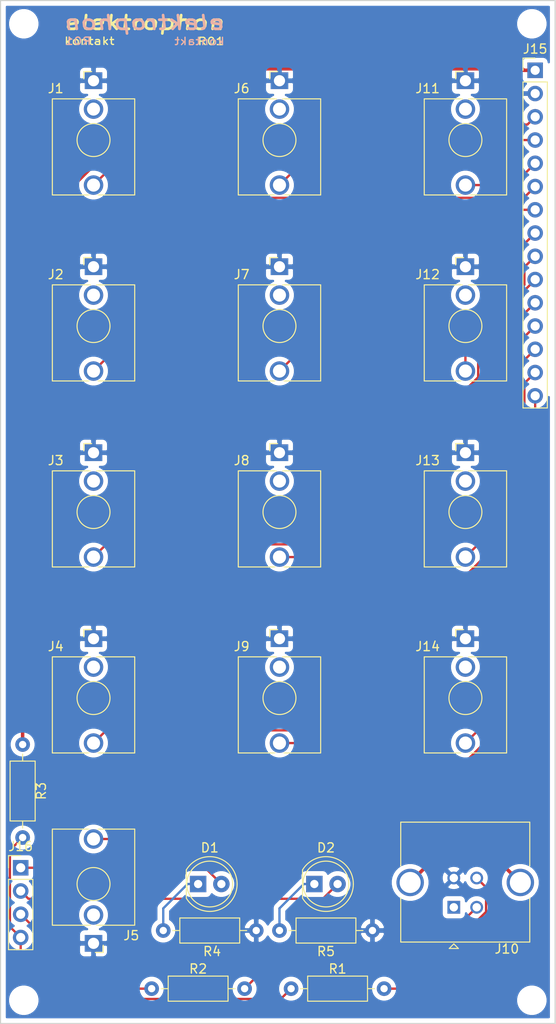
<source format=kicad_pcb>
(kicad_pcb (version 20171130) (host pcbnew "(5.1.4)-1")

  (general
    (thickness 1.6)
    (drawings 4)
    (tracks 84)
    (zones 0)
    (modules 28)
    (nets 25)
  )

  (page A4)
  (title_block
    (title kontakt)
    (date 2020-05-10)
    (rev 01)
    (comment 1 "midi to cv interface")
    (comment 2 "PCB for mount circuit")
    (comment 4 "License CC BY 4.0 - Attribution 4.0 International")
  )

  (layers
    (0 F.Cu signal)
    (31 B.Cu signal)
    (32 B.Adhes user)
    (33 F.Adhes user)
    (34 B.Paste user)
    (35 F.Paste user)
    (36 B.SilkS user)
    (37 F.SilkS user)
    (38 B.Mask user)
    (39 F.Mask user)
    (40 Dwgs.User user)
    (41 Cmts.User user)
    (42 Eco1.User user)
    (43 Eco2.User user)
    (44 Edge.Cuts user)
    (45 Margin user)
    (46 B.CrtYd user)
    (47 F.CrtYd user)
    (48 B.Fab user)
    (49 F.Fab user)
  )

  (setup
    (last_trace_width 0.25)
    (user_trace_width 0.381)
    (trace_clearance 0.2)
    (zone_clearance 0.508)
    (zone_45_only no)
    (trace_min 0.2)
    (via_size 0.8)
    (via_drill 0.4)
    (via_min_size 0.4)
    (via_min_drill 0.3)
    (uvia_size 0.3)
    (uvia_drill 0.1)
    (uvias_allowed no)
    (uvia_min_size 0.2)
    (uvia_min_drill 0.1)
    (edge_width 0.05)
    (segment_width 0.2)
    (pcb_text_width 0.3)
    (pcb_text_size 1.5 1.5)
    (mod_edge_width 0.12)
    (mod_text_size 1 1)
    (mod_text_width 0.15)
    (pad_size 1.524 1.524)
    (pad_drill 0.762)
    (pad_to_mask_clearance 0.051)
    (solder_mask_min_width 0.25)
    (aux_axis_origin 0 0)
    (visible_elements 7FFFFFFF)
    (pcbplotparams
      (layerselection 0x010fc_ffffffff)
      (usegerberextensions false)
      (usegerberattributes false)
      (usegerberadvancedattributes false)
      (creategerberjobfile false)
      (excludeedgelayer true)
      (linewidth 0.100000)
      (plotframeref false)
      (viasonmask false)
      (mode 1)
      (useauxorigin false)
      (hpglpennumber 1)
      (hpglpenspeed 20)
      (hpglpendiameter 15.000000)
      (psnegative false)
      (psa4output false)
      (plotreference true)
      (plotvalue true)
      (plotinvisibletext false)
      (padsonsilk false)
      (subtractmaskfromsilk false)
      (outputformat 1)
      (mirror false)
      (drillshape 1)
      (scaleselection 1)
      (outputdirectory ""))
  )

  (net 0 "")
  (net 1 +5V)
  (net 2 GND)
  (net 3 "Net-(D1-Pad1)")
  (net 4 "Net-(D2-Pad1)")
  (net 5 LED_ACTIVITY)
  (net 6 LED_CONNECT)
  (net 7 Note_1)
  (net 8 Velocity_1)
  (net 9 PITCH_BEND_1)
  (net 10 OUT_TRIGGER_1)
  (net 11 OUT_CLOCK)
  (net 12 Note_2)
  (net 13 Velocity_2)
  (net 14 PITCH_BEND_2)
  (net 15 OUT_TRIGGER_2)
  (net 16 "Net-(J10-Pad3)")
  (net 17 "Net-(J10-Pad2)")
  (net 18 Note_3)
  (net 19 Velocity_3)
  (net 20 PITCH_BEND_3)
  (net 21 OUT_TRIGGER_3)
  (net 22 /PA11)
  (net 23 /PA12)
  (net 24 "Net-(J10-Pad5)")

  (net_class Default "This is the default net class."
    (clearance 0.2)
    (trace_width 0.25)
    (via_dia 0.8)
    (via_drill 0.4)
    (uvia_dia 0.3)
    (uvia_drill 0.1)
    (add_net +5V)
    (add_net /PA11)
    (add_net /PA12)
    (add_net GND)
    (add_net LED_ACTIVITY)
    (add_net LED_CONNECT)
    (add_net "Net-(D1-Pad1)")
    (add_net "Net-(D2-Pad1)")
    (add_net "Net-(J10-Pad2)")
    (add_net "Net-(J10-Pad3)")
    (add_net "Net-(J10-Pad5)")
    (add_net Note_1)
    (add_net Note_2)
    (add_net Note_3)
    (add_net OUT_CLOCK)
    (add_net OUT_TRIGGER_1)
    (add_net OUT_TRIGGER_2)
    (add_net OUT_TRIGGER_3)
    (add_net PITCH_BEND_1)
    (add_net PITCH_BEND_2)
    (add_net PITCH_BEND_3)
    (add_net Velocity_1)
    (add_net Velocity_2)
    (add_net Velocity_3)
  )

  (module elektrophon:USB_B_TE_5787834_Vertical (layer F.Cu) (tedit 5EB2D36F) (tstamp 5EB14D02)
    (at 100.33 149.86 180)
    (descr http://www.mouser.com/ds/2/418/NG_CD_5787834_A4-669110.pdf)
    (tags "USB_B USB B vertical female connector")
    (path /5EB16A49)
    (fp_text reference J10 (at -5.8 -4.55) (layer F.SilkS)
      (effects (font (size 1 1) (thickness 0.15)))
    )
    (fp_text value USB_B (at -1.25 10.25) (layer F.Fab)
      (effects (font (size 1 1) (thickness 0.15)))
    )
    (fp_line (start 6.5 9.5) (end -9 9.5) (layer F.CrtYd) (width 0.05))
    (fp_line (start 6.5 9.5) (end 6.5 -4) (layer F.CrtYd) (width 0.05))
    (fp_line (start -9 -4) (end -9 9.5) (layer F.CrtYd) (width 0.05))
    (fp_line (start -9 -4) (end 6.5 -4) (layer F.CrtYd) (width 0.05))
    (fp_line (start -8.25 9.25) (end -8.25 -3.75) (layer F.Fab) (width 0.1))
    (fp_line (start 5.75 9.25) (end -8.25 9.25) (layer F.Fab) (width 0.1))
    (fp_line (start 5.75 -3) (end 5.75 9.25) (layer F.Fab) (width 0.1))
    (fp_line (start -8.25 -3.75) (end 5 -3.75) (layer F.Fab) (width 0.1))
    (fp_line (start 5 -3.75) (end 5.75 -3) (layer F.Fab) (width 0.1))
    (fp_line (start 0 -4) (end 0.5 -4.5) (layer F.SilkS) (width 0.12))
    (fp_line (start 0.5 -4.5) (end -0.5 -4.5) (layer F.SilkS) (width 0.12))
    (fp_line (start -0.5 -4.5) (end 0 -4) (layer F.SilkS) (width 0.12))
    (fp_line (start -8.3 -3.8) (end 5.8 -3.8) (layer F.SilkS) (width 0.12))
    (fp_line (start 5.8 -3.8) (end 5.8 1) (layer F.SilkS) (width 0.12))
    (fp_line (start 5.8 4.5) (end 5.8 9.3) (layer F.SilkS) (width 0.12))
    (fp_line (start 5.8 9.3) (end -8.3 9.3) (layer F.SilkS) (width 0.12))
    (fp_line (start -8.3 9.3) (end -8.3 4.5) (layer F.SilkS) (width 0.12))
    (fp_line (start -8.3 1) (end -8.3 -3.8) (layer F.SilkS) (width 0.12))
    (fp_text user %R (at -1.2 6.4) (layer F.Fab)
      (effects (font (size 1 1) (thickness 0.15)))
    )
    (pad 2 thru_hole circle (at -2.5 0 180) (size 1.4 1.4) (drill 0.92) (layers *.Cu *.Mask)
      (net 17 "Net-(J10-Pad2)"))
    (pad 5 thru_hole circle (at -7.27 2.71 180) (size 3 3) (drill 2.3) (layers *.Cu *.Mask)
      (net 24 "Net-(J10-Pad5)"))
    (pad 1 thru_hole rect (at 0 0 180) (size 1.4 1.4) (drill 0.92) (layers *.Cu *.Mask))
    (pad 3 thru_hole circle (at -2.5 3.2 180) (size 1.4 1.4) (drill 0.92) (layers *.Cu *.Mask)
      (net 16 "Net-(J10-Pad3)"))
    (pad 4 thru_hole circle (at 0 3.2 180) (size 1.4 1.4) (drill 0.92) (layers *.Cu *.Mask)
      (net 2 GND))
    (pad 5 thru_hole circle (at 4.77 2.71 180) (size 3 3) (drill 2.3) (layers *.Cu *.Mask)
      (net 24 "Net-(J10-Pad5)"))
    (model ${KISYS3DMOD}/Connector_USB.3dshapes/USB_B_TE_5787834_Vertical.wrl
      (at (xyz 0 0 0))
      (scale (xyz 1 1 1))
      (rotate (xyz 0 0 0))
    )
    (model /home/etienne/Projects/elektrophon/lib/kicad/models/61400413321_Download_STP_61400413321_rev1.stp
      (offset (xyz -1.5 -2 8))
      (scale (xyz 1 1 1))
      (rotate (xyz 90 0 180))
    )
  )

  (module "elektrophon:elektrophon logo" locked (layer F.Cu) (tedit 5D74BFC6) (tstamp 5EB099BE)
    (at 66.548 54.229)
    (fp_text reference REF** (at 0 3.556) (layer F.SilkS) hide
      (effects (font (size 1 1) (thickness 0.15)))
    )
    (fp_text value "elektrophon logo" (at 0 -3.048) (layer F.Fab) hide
      (effects (font (size 1 1) (thickness 0.15)))
    )
    (fp_text user kontakt (at 8.84 1.02) (layer B.SilkS)
      (effects (font (size 0.8 1) (thickness 0.15)) (justify left mirror))
    )
    (fp_text user R01 (at -8.83 1) (layer B.SilkS)
      (effects (font (size 0.8 1) (thickness 0.15)) (justify right mirror))
    )
    (fp_text user elektrophon (at 0 -1.016) (layer B.SilkS)
      (effects (font (size 1.5 2) (thickness 0.3) italic) (justify mirror))
    )
    (fp_text user R01 (at 8.8 1.02) (layer F.SilkS)
      (effects (font (size 0.8 1) (thickness 0.15)) (justify right))
    )
    (fp_text user kontakt (at -8.88 1) (layer F.SilkS)
      (effects (font (size 0.8 1) (thickness 0.15)) (justify left))
    )
    (fp_text user elektrophon (at 0 -1.016) (layer F.SilkS)
      (effects (font (size 1.5 2) (thickness 0.3) italic))
    )
  )

  (module Resistor_THT:R_Axial_DIN0207_L6.3mm_D2.5mm_P10.16mm_Horizontal (layer F.Cu) (tedit 5AE5139B) (tstamp 5EA46693)
    (at 81.28 152.4)
    (descr "Resistor, Axial_DIN0207 series, Axial, Horizontal, pin pitch=10.16mm, 0.25W = 1/4W, length*diameter=6.3*2.5mm^2, http://cdn-reichelt.de/documents/datenblatt/B400/1_4W%23YAG.pdf")
    (tags "Resistor Axial_DIN0207 series Axial Horizontal pin pitch 10.16mm 0.25W = 1/4W length 6.3mm diameter 2.5mm")
    (path /5EAA04C4)
    (fp_text reference R5 (at 5.08 2.286) (layer F.SilkS)
      (effects (font (size 1 1) (thickness 0.15)))
    )
    (fp_text value 56 (at 5.08 2.37) (layer F.Fab)
      (effects (font (size 1 1) (thickness 0.15)))
    )
    (fp_text user %R (at 5.08 0) (layer F.Fab)
      (effects (font (size 1 1) (thickness 0.15)))
    )
    (fp_line (start 11.21 -1.5) (end -1.05 -1.5) (layer F.CrtYd) (width 0.05))
    (fp_line (start 11.21 1.5) (end 11.21 -1.5) (layer F.CrtYd) (width 0.05))
    (fp_line (start -1.05 1.5) (end 11.21 1.5) (layer F.CrtYd) (width 0.05))
    (fp_line (start -1.05 -1.5) (end -1.05 1.5) (layer F.CrtYd) (width 0.05))
    (fp_line (start 9.12 0) (end 8.35 0) (layer F.SilkS) (width 0.12))
    (fp_line (start 1.04 0) (end 1.81 0) (layer F.SilkS) (width 0.12))
    (fp_line (start 8.35 -1.37) (end 1.81 -1.37) (layer F.SilkS) (width 0.12))
    (fp_line (start 8.35 1.37) (end 8.35 -1.37) (layer F.SilkS) (width 0.12))
    (fp_line (start 1.81 1.37) (end 8.35 1.37) (layer F.SilkS) (width 0.12))
    (fp_line (start 1.81 -1.37) (end 1.81 1.37) (layer F.SilkS) (width 0.12))
    (fp_line (start 10.16 0) (end 8.23 0) (layer F.Fab) (width 0.1))
    (fp_line (start 0 0) (end 1.93 0) (layer F.Fab) (width 0.1))
    (fp_line (start 8.23 -1.25) (end 1.93 -1.25) (layer F.Fab) (width 0.1))
    (fp_line (start 8.23 1.25) (end 8.23 -1.25) (layer F.Fab) (width 0.1))
    (fp_line (start 1.93 1.25) (end 8.23 1.25) (layer F.Fab) (width 0.1))
    (fp_line (start 1.93 -1.25) (end 1.93 1.25) (layer F.Fab) (width 0.1))
    (pad 2 thru_hole oval (at 10.16 0) (size 1.6 1.6) (drill 0.8) (layers *.Cu *.Mask)
      (net 2 GND))
    (pad 1 thru_hole circle (at 0 0) (size 1.6 1.6) (drill 0.8) (layers *.Cu *.Mask)
      (net 4 "Net-(D2-Pad1)"))
    (model ${KISYS3DMOD}/Resistor_THT.3dshapes/R_Axial_DIN0207_L6.3mm_D2.5mm_P10.16mm_Horizontal.wrl
      (at (xyz 0 0 0))
      (scale (xyz 1 1 1))
      (rotate (xyz 0 0 0))
    )
  )

  (module Resistor_THT:R_Axial_DIN0207_L6.3mm_D2.5mm_P10.16mm_Horizontal (layer F.Cu) (tedit 5AE5139B) (tstamp 5EA4667C)
    (at 68.58 152.4)
    (descr "Resistor, Axial_DIN0207 series, Axial, Horizontal, pin pitch=10.16mm, 0.25W = 1/4W, length*diameter=6.3*2.5mm^2, http://cdn-reichelt.de/documents/datenblatt/B400/1_4W%23YAG.pdf")
    (tags "Resistor Axial_DIN0207 series Axial Horizontal pin pitch 10.16mm 0.25W = 1/4W length 6.3mm diameter 2.5mm")
    (path /5EA9DD0A)
    (fp_text reference R4 (at 5.334 2.286) (layer F.SilkS)
      (effects (font (size 1 1) (thickness 0.15)))
    )
    (fp_text value 56 (at 5.08 2.37) (layer F.Fab)
      (effects (font (size 1 1) (thickness 0.15)))
    )
    (fp_text user %R (at 5.08 0) (layer F.Fab)
      (effects (font (size 1 1) (thickness 0.15)))
    )
    (fp_line (start 11.21 -1.5) (end -1.05 -1.5) (layer F.CrtYd) (width 0.05))
    (fp_line (start 11.21 1.5) (end 11.21 -1.5) (layer F.CrtYd) (width 0.05))
    (fp_line (start -1.05 1.5) (end 11.21 1.5) (layer F.CrtYd) (width 0.05))
    (fp_line (start -1.05 -1.5) (end -1.05 1.5) (layer F.CrtYd) (width 0.05))
    (fp_line (start 9.12 0) (end 8.35 0) (layer F.SilkS) (width 0.12))
    (fp_line (start 1.04 0) (end 1.81 0) (layer F.SilkS) (width 0.12))
    (fp_line (start 8.35 -1.37) (end 1.81 -1.37) (layer F.SilkS) (width 0.12))
    (fp_line (start 8.35 1.37) (end 8.35 -1.37) (layer F.SilkS) (width 0.12))
    (fp_line (start 1.81 1.37) (end 8.35 1.37) (layer F.SilkS) (width 0.12))
    (fp_line (start 1.81 -1.37) (end 1.81 1.37) (layer F.SilkS) (width 0.12))
    (fp_line (start 10.16 0) (end 8.23 0) (layer F.Fab) (width 0.1))
    (fp_line (start 0 0) (end 1.93 0) (layer F.Fab) (width 0.1))
    (fp_line (start 8.23 -1.25) (end 1.93 -1.25) (layer F.Fab) (width 0.1))
    (fp_line (start 8.23 1.25) (end 8.23 -1.25) (layer F.Fab) (width 0.1))
    (fp_line (start 1.93 1.25) (end 8.23 1.25) (layer F.Fab) (width 0.1))
    (fp_line (start 1.93 -1.25) (end 1.93 1.25) (layer F.Fab) (width 0.1))
    (pad 2 thru_hole oval (at 10.16 0) (size 1.6 1.6) (drill 0.8) (layers *.Cu *.Mask)
      (net 2 GND))
    (pad 1 thru_hole circle (at 0 0) (size 1.6 1.6) (drill 0.8) (layers *.Cu *.Mask)
      (net 3 "Net-(D1-Pad1)"))
    (model ${KISYS3DMOD}/Resistor_THT.3dshapes/R_Axial_DIN0207_L6.3mm_D2.5mm_P10.16mm_Horizontal.wrl
      (at (xyz 0 0 0))
      (scale (xyz 1 1 1))
      (rotate (xyz 0 0 0))
    )
  )

  (module Resistor_THT:R_Axial_DIN0207_L6.3mm_D2.5mm_P10.16mm_Horizontal (layer F.Cu) (tedit 5AE5139B) (tstamp 5EA46665)
    (at 53.213 142.24 90)
    (descr "Resistor, Axial_DIN0207 series, Axial, Horizontal, pin pitch=10.16mm, 0.25W = 1/4W, length*diameter=6.3*2.5mm^2, http://cdn-reichelt.de/documents/datenblatt/B400/1_4W%23YAG.pdf")
    (tags "Resistor Axial_DIN0207 series Axial Horizontal pin pitch 10.16mm 0.25W = 1/4W length 6.3mm diameter 2.5mm")
    (path /5EA5D357)
    (fp_text reference R3 (at 5.08 2.032 90) (layer F.SilkS)
      (effects (font (size 1 1) (thickness 0.15)))
    )
    (fp_text value 1k5 (at 5.08 2.37 90) (layer F.Fab)
      (effects (font (size 1 1) (thickness 0.15)))
    )
    (fp_text user %R (at 5.08 0 90) (layer F.Fab)
      (effects (font (size 1 1) (thickness 0.15)))
    )
    (fp_line (start 11.21 -1.5) (end -1.05 -1.5) (layer F.CrtYd) (width 0.05))
    (fp_line (start 11.21 1.5) (end 11.21 -1.5) (layer F.CrtYd) (width 0.05))
    (fp_line (start -1.05 1.5) (end 11.21 1.5) (layer F.CrtYd) (width 0.05))
    (fp_line (start -1.05 -1.5) (end -1.05 1.5) (layer F.CrtYd) (width 0.05))
    (fp_line (start 9.12 0) (end 8.35 0) (layer F.SilkS) (width 0.12))
    (fp_line (start 1.04 0) (end 1.81 0) (layer F.SilkS) (width 0.12))
    (fp_line (start 8.35 -1.37) (end 1.81 -1.37) (layer F.SilkS) (width 0.12))
    (fp_line (start 8.35 1.37) (end 8.35 -1.37) (layer F.SilkS) (width 0.12))
    (fp_line (start 1.81 1.37) (end 8.35 1.37) (layer F.SilkS) (width 0.12))
    (fp_line (start 1.81 -1.37) (end 1.81 1.37) (layer F.SilkS) (width 0.12))
    (fp_line (start 10.16 0) (end 8.23 0) (layer F.Fab) (width 0.1))
    (fp_line (start 0 0) (end 1.93 0) (layer F.Fab) (width 0.1))
    (fp_line (start 8.23 -1.25) (end 1.93 -1.25) (layer F.Fab) (width 0.1))
    (fp_line (start 8.23 1.25) (end 8.23 -1.25) (layer F.Fab) (width 0.1))
    (fp_line (start 1.93 1.25) (end 8.23 1.25) (layer F.Fab) (width 0.1))
    (fp_line (start 1.93 -1.25) (end 1.93 1.25) (layer F.Fab) (width 0.1))
    (pad 2 thru_hole oval (at 10.16 0 90) (size 1.6 1.6) (drill 0.8) (layers *.Cu *.Mask)
      (net 1 +5V))
    (pad 1 thru_hole circle (at 0 0 90) (size 1.6 1.6) (drill 0.8) (layers *.Cu *.Mask)
      (net 23 /PA12))
    (model ${KISYS3DMOD}/Resistor_THT.3dshapes/R_Axial_DIN0207_L6.3mm_D2.5mm_P10.16mm_Horizontal.wrl
      (at (xyz 0 0 0))
      (scale (xyz 1 1 1))
      (rotate (xyz 0 0 0))
    )
  )

  (module Resistor_THT:R_Axial_DIN0207_L6.3mm_D2.5mm_P10.16mm_Horizontal (layer F.Cu) (tedit 5AE5139B) (tstamp 5EA4664E)
    (at 67.31 158.75)
    (descr "Resistor, Axial_DIN0207 series, Axial, Horizontal, pin pitch=10.16mm, 0.25W = 1/4W, length*diameter=6.3*2.5mm^2, http://cdn-reichelt.de/documents/datenblatt/B400/1_4W%23YAG.pdf")
    (tags "Resistor Axial_DIN0207 series Axial Horizontal pin pitch 10.16mm 0.25W = 1/4W length 6.3mm diameter 2.5mm")
    (path /5EA5D34F)
    (fp_text reference R2 (at 5.08 -2.159) (layer F.SilkS)
      (effects (font (size 1 1) (thickness 0.15)))
    )
    (fp_text value 20 (at 5.08 2.37) (layer F.Fab)
      (effects (font (size 1 1) (thickness 0.15)))
    )
    (fp_text user %R (at 5.08 0) (layer F.Fab)
      (effects (font (size 1 1) (thickness 0.15)))
    )
    (fp_line (start 11.21 -1.5) (end -1.05 -1.5) (layer F.CrtYd) (width 0.05))
    (fp_line (start 11.21 1.5) (end 11.21 -1.5) (layer F.CrtYd) (width 0.05))
    (fp_line (start -1.05 1.5) (end 11.21 1.5) (layer F.CrtYd) (width 0.05))
    (fp_line (start -1.05 -1.5) (end -1.05 1.5) (layer F.CrtYd) (width 0.05))
    (fp_line (start 9.12 0) (end 8.35 0) (layer F.SilkS) (width 0.12))
    (fp_line (start 1.04 0) (end 1.81 0) (layer F.SilkS) (width 0.12))
    (fp_line (start 8.35 -1.37) (end 1.81 -1.37) (layer F.SilkS) (width 0.12))
    (fp_line (start 8.35 1.37) (end 8.35 -1.37) (layer F.SilkS) (width 0.12))
    (fp_line (start 1.81 1.37) (end 8.35 1.37) (layer F.SilkS) (width 0.12))
    (fp_line (start 1.81 -1.37) (end 1.81 1.37) (layer F.SilkS) (width 0.12))
    (fp_line (start 10.16 0) (end 8.23 0) (layer F.Fab) (width 0.1))
    (fp_line (start 0 0) (end 1.93 0) (layer F.Fab) (width 0.1))
    (fp_line (start 8.23 -1.25) (end 1.93 -1.25) (layer F.Fab) (width 0.1))
    (fp_line (start 8.23 1.25) (end 8.23 -1.25) (layer F.Fab) (width 0.1))
    (fp_line (start 1.93 1.25) (end 8.23 1.25) (layer F.Fab) (width 0.1))
    (fp_line (start 1.93 -1.25) (end 1.93 1.25) (layer F.Fab) (width 0.1))
    (pad 2 thru_hole oval (at 10.16 0) (size 1.6 1.6) (drill 0.8) (layers *.Cu *.Mask)
      (net 17 "Net-(J10-Pad2)"))
    (pad 1 thru_hole circle (at 0 0) (size 1.6 1.6) (drill 0.8) (layers *.Cu *.Mask)
      (net 22 /PA11))
    (model ${KISYS3DMOD}/Resistor_THT.3dshapes/R_Axial_DIN0207_L6.3mm_D2.5mm_P10.16mm_Horizontal.wrl
      (at (xyz 0 0 0))
      (scale (xyz 1 1 1))
      (rotate (xyz 0 0 0))
    )
  )

  (module Resistor_THT:R_Axial_DIN0207_L6.3mm_D2.5mm_P10.16mm_Horizontal (layer F.Cu) (tedit 5AE5139B) (tstamp 5EA46637)
    (at 82.55 158.75)
    (descr "Resistor, Axial_DIN0207 series, Axial, Horizontal, pin pitch=10.16mm, 0.25W = 1/4W, length*diameter=6.3*2.5mm^2, http://cdn-reichelt.de/documents/datenblatt/B400/1_4W%23YAG.pdf")
    (tags "Resistor Axial_DIN0207 series Axial Horizontal pin pitch 10.16mm 0.25W = 1/4W length 6.3mm diameter 2.5mm")
    (path /5EA5D349)
    (fp_text reference R1 (at 5.08 -2.159) (layer F.SilkS)
      (effects (font (size 1 1) (thickness 0.15)))
    )
    (fp_text value 20 (at 5.08 2.37) (layer F.Fab)
      (effects (font (size 1 1) (thickness 0.15)))
    )
    (fp_text user %R (at 5.08 0) (layer F.Fab)
      (effects (font (size 1 1) (thickness 0.15)))
    )
    (fp_line (start 11.21 -1.5) (end -1.05 -1.5) (layer F.CrtYd) (width 0.05))
    (fp_line (start 11.21 1.5) (end 11.21 -1.5) (layer F.CrtYd) (width 0.05))
    (fp_line (start -1.05 1.5) (end 11.21 1.5) (layer F.CrtYd) (width 0.05))
    (fp_line (start -1.05 -1.5) (end -1.05 1.5) (layer F.CrtYd) (width 0.05))
    (fp_line (start 9.12 0) (end 8.35 0) (layer F.SilkS) (width 0.12))
    (fp_line (start 1.04 0) (end 1.81 0) (layer F.SilkS) (width 0.12))
    (fp_line (start 8.35 -1.37) (end 1.81 -1.37) (layer F.SilkS) (width 0.12))
    (fp_line (start 8.35 1.37) (end 8.35 -1.37) (layer F.SilkS) (width 0.12))
    (fp_line (start 1.81 1.37) (end 8.35 1.37) (layer F.SilkS) (width 0.12))
    (fp_line (start 1.81 -1.37) (end 1.81 1.37) (layer F.SilkS) (width 0.12))
    (fp_line (start 10.16 0) (end 8.23 0) (layer F.Fab) (width 0.1))
    (fp_line (start 0 0) (end 1.93 0) (layer F.Fab) (width 0.1))
    (fp_line (start 8.23 -1.25) (end 1.93 -1.25) (layer F.Fab) (width 0.1))
    (fp_line (start 8.23 1.25) (end 8.23 -1.25) (layer F.Fab) (width 0.1))
    (fp_line (start 1.93 1.25) (end 8.23 1.25) (layer F.Fab) (width 0.1))
    (fp_line (start 1.93 -1.25) (end 1.93 1.25) (layer F.Fab) (width 0.1))
    (pad 2 thru_hole oval (at 10.16 0) (size 1.6 1.6) (drill 0.8) (layers *.Cu *.Mask)
      (net 16 "Net-(J10-Pad3)"))
    (pad 1 thru_hole circle (at 0 0) (size 1.6 1.6) (drill 0.8) (layers *.Cu *.Mask)
      (net 23 /PA12))
    (model ${KISYS3DMOD}/Resistor_THT.3dshapes/R_Axial_DIN0207_L6.3mm_D2.5mm_P10.16mm_Horizontal.wrl
      (at (xyz 0 0 0))
      (scale (xyz 1 1 1))
      (rotate (xyz 0 0 0))
    )
  )

  (module Connector_PinHeader_2.54mm:PinHeader_1x04_P2.54mm_Vertical (layer F.Cu) (tedit 59FED5CC) (tstamp 5EA46614)
    (at 53 145.542)
    (descr "Through hole straight pin header, 1x04, 2.54mm pitch, single row")
    (tags "Through hole pin header THT 1x04 2.54mm single row")
    (path /5EAC0B93)
    (fp_text reference J16 (at 0 -2.33) (layer F.SilkS)
      (effects (font (size 1 1) (thickness 0.15)))
    )
    (fp_text value Conn_01x04_Male (at 0 9.95) (layer F.Fab) hide
      (effects (font (size 1 1) (thickness 0.15)))
    )
    (fp_text user %R (at 0 3.81 90) (layer F.Fab)
      (effects (font (size 1 1) (thickness 0.15)))
    )
    (fp_line (start 1.8 -1.8) (end -1.8 -1.8) (layer F.CrtYd) (width 0.05))
    (fp_line (start 1.8 9.4) (end 1.8 -1.8) (layer F.CrtYd) (width 0.05))
    (fp_line (start -1.8 9.4) (end 1.8 9.4) (layer F.CrtYd) (width 0.05))
    (fp_line (start -1.8 -1.8) (end -1.8 9.4) (layer F.CrtYd) (width 0.05))
    (fp_line (start -1.33 -1.33) (end 0 -1.33) (layer F.SilkS) (width 0.12))
    (fp_line (start -1.33 0) (end -1.33 -1.33) (layer F.SilkS) (width 0.12))
    (fp_line (start -1.33 1.27) (end 1.33 1.27) (layer F.SilkS) (width 0.12))
    (fp_line (start 1.33 1.27) (end 1.33 8.95) (layer F.SilkS) (width 0.12))
    (fp_line (start -1.33 1.27) (end -1.33 8.95) (layer F.SilkS) (width 0.12))
    (fp_line (start -1.33 8.95) (end 1.33 8.95) (layer F.SilkS) (width 0.12))
    (fp_line (start -1.27 -0.635) (end -0.635 -1.27) (layer F.Fab) (width 0.1))
    (fp_line (start -1.27 8.89) (end -1.27 -0.635) (layer F.Fab) (width 0.1))
    (fp_line (start 1.27 8.89) (end -1.27 8.89) (layer F.Fab) (width 0.1))
    (fp_line (start 1.27 -1.27) (end 1.27 8.89) (layer F.Fab) (width 0.1))
    (fp_line (start -0.635 -1.27) (end 1.27 -1.27) (layer F.Fab) (width 0.1))
    (pad 4 thru_hole oval (at 0 7.62) (size 1.7 1.7) (drill 1) (layers *.Cu *.Mask)
      (net 23 /PA12))
    (pad 3 thru_hole oval (at 0 5.08) (size 1.7 1.7) (drill 1) (layers *.Cu *.Mask)
      (net 22 /PA11))
    (pad 2 thru_hole oval (at 0 2.54) (size 1.7 1.7) (drill 1) (layers *.Cu *.Mask)
      (net 6 LED_CONNECT))
    (pad 1 thru_hole rect (at 0 0) (size 1.7 1.7) (drill 1) (layers *.Cu *.Mask)
      (net 5 LED_ACTIVITY))
    (model ${KISYS3DMOD}/Connector_PinHeader_2.54mm.3dshapes/PinHeader_1x04_P2.54mm_Vertical.wrl
      (at (xyz 0 0 0))
      (scale (xyz 1 1 1))
      (rotate (xyz 0 0 0))
    )
  )

  (module Connector_PinHeader_2.54mm:PinHeader_1x15_P2.54mm_Vertical (layer F.Cu) (tedit 59FED5CC) (tstamp 5EA465FC)
    (at 109.22 58.42)
    (descr "Through hole straight pin header, 1x15, 2.54mm pitch, single row")
    (tags "Through hole pin header THT 1x15 2.54mm single row")
    (path /5EAB53B5)
    (fp_text reference J15 (at 0 -2.33) (layer F.SilkS)
      (effects (font (size 1 1) (thickness 0.15)))
    )
    (fp_text value Conn_01x15_Male (at 0 37.89) (layer F.Fab) hide
      (effects (font (size 1 1) (thickness 0.15)))
    )
    (fp_text user %R (at 0 17.78 90) (layer F.Fab)
      (effects (font (size 1 1) (thickness 0.15)))
    )
    (fp_line (start 1.8 -1.8) (end -1.8 -1.8) (layer F.CrtYd) (width 0.05))
    (fp_line (start 1.8 37.35) (end 1.8 -1.8) (layer F.CrtYd) (width 0.05))
    (fp_line (start -1.8 37.35) (end 1.8 37.35) (layer F.CrtYd) (width 0.05))
    (fp_line (start -1.8 -1.8) (end -1.8 37.35) (layer F.CrtYd) (width 0.05))
    (fp_line (start -1.33 -1.33) (end 0 -1.33) (layer F.SilkS) (width 0.12))
    (fp_line (start -1.33 0) (end -1.33 -1.33) (layer F.SilkS) (width 0.12))
    (fp_line (start -1.33 1.27) (end 1.33 1.27) (layer F.SilkS) (width 0.12))
    (fp_line (start 1.33 1.27) (end 1.33 36.89) (layer F.SilkS) (width 0.12))
    (fp_line (start -1.33 1.27) (end -1.33 36.89) (layer F.SilkS) (width 0.12))
    (fp_line (start -1.33 36.89) (end 1.33 36.89) (layer F.SilkS) (width 0.12))
    (fp_line (start -1.27 -0.635) (end -0.635 -1.27) (layer F.Fab) (width 0.1))
    (fp_line (start -1.27 36.83) (end -1.27 -0.635) (layer F.Fab) (width 0.1))
    (fp_line (start 1.27 36.83) (end -1.27 36.83) (layer F.Fab) (width 0.1))
    (fp_line (start 1.27 -1.27) (end 1.27 36.83) (layer F.Fab) (width 0.1))
    (fp_line (start -0.635 -1.27) (end 1.27 -1.27) (layer F.Fab) (width 0.1))
    (pad 15 thru_hole oval (at 0 35.56) (size 1.7 1.7) (drill 1) (layers *.Cu *.Mask)
      (net 11 OUT_CLOCK))
    (pad 14 thru_hole oval (at 0 33.02) (size 1.7 1.7) (drill 1) (layers *.Cu *.Mask)
      (net 21 OUT_TRIGGER_3))
    (pad 13 thru_hole oval (at 0 30.48) (size 1.7 1.7) (drill 1) (layers *.Cu *.Mask)
      (net 15 OUT_TRIGGER_2))
    (pad 12 thru_hole oval (at 0 27.94) (size 1.7 1.7) (drill 1) (layers *.Cu *.Mask)
      (net 10 OUT_TRIGGER_1))
    (pad 11 thru_hole oval (at 0 25.4) (size 1.7 1.7) (drill 1) (layers *.Cu *.Mask)
      (net 20 PITCH_BEND_3))
    (pad 10 thru_hole oval (at 0 22.86) (size 1.7 1.7) (drill 1) (layers *.Cu *.Mask)
      (net 14 PITCH_BEND_2))
    (pad 9 thru_hole oval (at 0 20.32) (size 1.7 1.7) (drill 1) (layers *.Cu *.Mask)
      (net 9 PITCH_BEND_1))
    (pad 8 thru_hole oval (at 0 17.78) (size 1.7 1.7) (drill 1) (layers *.Cu *.Mask)
      (net 19 Velocity_3))
    (pad 7 thru_hole oval (at 0 15.24) (size 1.7 1.7) (drill 1) (layers *.Cu *.Mask)
      (net 13 Velocity_2))
    (pad 6 thru_hole oval (at 0 12.7) (size 1.7 1.7) (drill 1) (layers *.Cu *.Mask)
      (net 8 Velocity_1))
    (pad 5 thru_hole oval (at 0 10.16) (size 1.7 1.7) (drill 1) (layers *.Cu *.Mask)
      (net 18 Note_3))
    (pad 4 thru_hole oval (at 0 7.62) (size 1.7 1.7) (drill 1) (layers *.Cu *.Mask)
      (net 12 Note_2))
    (pad 3 thru_hole oval (at 0 5.08) (size 1.7 1.7) (drill 1) (layers *.Cu *.Mask)
      (net 7 Note_1))
    (pad 2 thru_hole oval (at 0 2.54) (size 1.7 1.7) (drill 1) (layers *.Cu *.Mask)
      (net 2 GND))
    (pad 1 thru_hole rect (at 0 0) (size 1.7 1.7) (drill 1) (layers *.Cu *.Mask)
      (net 1 +5V))
    (model ${KISYS3DMOD}/Connector_PinHeader_2.54mm.3dshapes/PinHeader_1x15_P2.54mm_Vertical.wrl
      (at (xyz 0 0 0))
      (scale (xyz 1 1 1))
      (rotate (xyz 0 0 0))
    )
  )

  (module elektrophon:Jack_3.5mm_WQP-PJ398SM_Vertical (layer F.Cu) (tedit 5DA46BDA) (tstamp 5EA465D9)
    (at 101.6 127)
    (descr "TRS 3.5mm, vertical, Thonkiconn, PCB mount, (http://www.qingpu-electronics.com/en/products/WQP-PJ398SM-362.html)")
    (tags "WQP-PJ398SM WQP-PJ301M-12 TRS 3.5mm mono vertical jack thonkiconn qingpu")
    (path /5EA6B6E7)
    (fp_text reference J14 (at -4.13 -5.63) (layer F.SilkS)
      (effects (font (size 1 1) (thickness 0.15)))
    )
    (fp_text value INPUT (at 0 -1.48) (layer F.Fab)
      (effects (font (size 1 1) (thickness 0.15)))
    )
    (fp_text user KEEPOUT (at 0 0 180) (layer Cmts.User)
      (effects (font (size 0.4 0.4) (thickness 0.051)))
    )
    (fp_line (start -5 6.5) (end -5 -7.9) (layer F.CrtYd) (width 0.05))
    (fp_line (start -4.5 6) (end -4.5 -4.4) (layer F.Fab) (width 0.1))
    (fp_text user %R (at 0 1.52) (layer F.Fab)
      (effects (font (size 1 1) (thickness 0.15)))
    )
    (fp_line (start -4.5 -4.5) (end -4.5 6) (layer F.SilkS) (width 0.12))
    (fp_line (start 4.5 -4.5) (end 4.5 6) (layer F.SilkS) (width 0.12))
    (fp_circle (center 0 0) (end 1.5 0) (layer Dwgs.User) (width 0.12))
    (fp_line (start 0.09 1.48) (end 1.48 0.09) (layer Dwgs.User) (width 0.12))
    (fp_line (start -0.58 1.35) (end 1.36 -0.59) (layer Dwgs.User) (width 0.12))
    (fp_line (start -1.07 1.01) (end 1.01 -1.07) (layer Dwgs.User) (width 0.12))
    (fp_line (start -1.42 0.395) (end 0.4 -1.42) (layer Dwgs.User) (width 0.12))
    (fp_line (start -1.41 -0.46) (end -0.46 -1.41) (layer Dwgs.User) (width 0.12))
    (fp_line (start 4.5 6) (end 0.5 6) (layer F.SilkS) (width 0.12))
    (fp_line (start -0.5 6) (end -4.5 6) (layer F.SilkS) (width 0.12))
    (fp_line (start 4.5 -4.5) (end 0.35 -4.5) (layer F.SilkS) (width 0.12))
    (fp_line (start -0.35 -4.5) (end -4.5 -4.5) (layer F.SilkS) (width 0.12))
    (fp_circle (center 0 0) (end 1.8 0) (layer F.SilkS) (width 0.12))
    (fp_line (start -1.06 -7.48) (end -1.06 -6.68) (layer F.SilkS) (width 0.12))
    (fp_line (start -1.06 -7.48) (end -0.2 -7.48) (layer F.SilkS) (width 0.12))
    (fp_line (start 4.5 6) (end 4.5 -4.4) (layer F.Fab) (width 0.1))
    (fp_line (start 4.5 6) (end -4.5 6) (layer F.Fab) (width 0.1))
    (fp_line (start 5 6.5) (end 5 -7.9) (layer F.CrtYd) (width 0.05))
    (fp_line (start 5 6.5) (end -5 6.5) (layer F.CrtYd) (width 0.05))
    (fp_line (start 5 -7.9) (end -5 -7.9) (layer F.CrtYd) (width 0.05))
    (fp_line (start 4.5 -4.45) (end -4.5 -4.45) (layer F.Fab) (width 0.1))
    (fp_circle (center 0 0) (end 1.8 0) (layer F.Fab) (width 0.1))
    (fp_line (start 0 -6.48) (end 0 -4.45) (layer F.Fab) (width 0.1))
    (pad TN thru_hole circle (at 0 -3.38 180) (size 2.13 2.13) (drill 1.42) (layers *.Cu *.Mask))
    (pad S thru_hole rect (at 0 -6.48 180) (size 1.93 1.83) (drill 1.22) (layers *.Cu *.Mask)
      (net 2 GND))
    (pad T thru_hole circle (at 0 4.92 180) (size 2.13 2.13) (drill 1.43) (layers *.Cu *.Mask)
      (net 21 OUT_TRIGGER_3))
    (model ${KISYS3DMOD}/Connector_Audio.3dshapes/Jack_3.5mm_QingPu_WQP-PJ398SM_Vertical.wrl
      (at (xyz 0 0 0))
      (scale (xyz 1 1 1))
      (rotate (xyz 0 0 0))
    )
    (model "${KIPRJMOD}/../../../lib/kicad/models/PJ301M-12 Thonkiconn v0.2.stp"
      (offset (xyz 0 -1 0))
      (scale (xyz 1 1 1))
      (rotate (xyz 0 0 180))
    )
  )

  (module elektrophon:Jack_3.5mm_WQP-PJ398SM_Vertical (layer F.Cu) (tedit 5DA46BDA) (tstamp 5EA465B7)
    (at 101.6 106.68)
    (descr "TRS 3.5mm, vertical, Thonkiconn, PCB mount, (http://www.qingpu-electronics.com/en/products/WQP-PJ398SM-362.html)")
    (tags "WQP-PJ398SM WQP-PJ301M-12 TRS 3.5mm mono vertical jack thonkiconn qingpu")
    (path /5EA69F89)
    (fp_text reference J13 (at -4.13 -5.63) (layer F.SilkS)
      (effects (font (size 1 1) (thickness 0.15)))
    )
    (fp_text value INPUT (at 0 -1.48) (layer F.Fab)
      (effects (font (size 1 1) (thickness 0.15)))
    )
    (fp_text user KEEPOUT (at 0 0 180) (layer Cmts.User)
      (effects (font (size 0.4 0.4) (thickness 0.051)))
    )
    (fp_line (start -5 6.5) (end -5 -7.9) (layer F.CrtYd) (width 0.05))
    (fp_line (start -4.5 6) (end -4.5 -4.4) (layer F.Fab) (width 0.1))
    (fp_text user %R (at 0 1.52) (layer F.Fab)
      (effects (font (size 1 1) (thickness 0.15)))
    )
    (fp_line (start -4.5 -4.5) (end -4.5 6) (layer F.SilkS) (width 0.12))
    (fp_line (start 4.5 -4.5) (end 4.5 6) (layer F.SilkS) (width 0.12))
    (fp_circle (center 0 0) (end 1.5 0) (layer Dwgs.User) (width 0.12))
    (fp_line (start 0.09 1.48) (end 1.48 0.09) (layer Dwgs.User) (width 0.12))
    (fp_line (start -0.58 1.35) (end 1.36 -0.59) (layer Dwgs.User) (width 0.12))
    (fp_line (start -1.07 1.01) (end 1.01 -1.07) (layer Dwgs.User) (width 0.12))
    (fp_line (start -1.42 0.395) (end 0.4 -1.42) (layer Dwgs.User) (width 0.12))
    (fp_line (start -1.41 -0.46) (end -0.46 -1.41) (layer Dwgs.User) (width 0.12))
    (fp_line (start 4.5 6) (end 0.5 6) (layer F.SilkS) (width 0.12))
    (fp_line (start -0.5 6) (end -4.5 6) (layer F.SilkS) (width 0.12))
    (fp_line (start 4.5 -4.5) (end 0.35 -4.5) (layer F.SilkS) (width 0.12))
    (fp_line (start -0.35 -4.5) (end -4.5 -4.5) (layer F.SilkS) (width 0.12))
    (fp_circle (center 0 0) (end 1.8 0) (layer F.SilkS) (width 0.12))
    (fp_line (start -1.06 -7.48) (end -1.06 -6.68) (layer F.SilkS) (width 0.12))
    (fp_line (start -1.06 -7.48) (end -0.2 -7.48) (layer F.SilkS) (width 0.12))
    (fp_line (start 4.5 6) (end 4.5 -4.4) (layer F.Fab) (width 0.1))
    (fp_line (start 4.5 6) (end -4.5 6) (layer F.Fab) (width 0.1))
    (fp_line (start 5 6.5) (end 5 -7.9) (layer F.CrtYd) (width 0.05))
    (fp_line (start 5 6.5) (end -5 6.5) (layer F.CrtYd) (width 0.05))
    (fp_line (start 5 -7.9) (end -5 -7.9) (layer F.CrtYd) (width 0.05))
    (fp_line (start 4.5 -4.45) (end -4.5 -4.45) (layer F.Fab) (width 0.1))
    (fp_circle (center 0 0) (end 1.8 0) (layer F.Fab) (width 0.1))
    (fp_line (start 0 -6.48) (end 0 -4.45) (layer F.Fab) (width 0.1))
    (pad TN thru_hole circle (at 0 -3.38 180) (size 2.13 2.13) (drill 1.42) (layers *.Cu *.Mask))
    (pad S thru_hole rect (at 0 -6.48 180) (size 1.93 1.83) (drill 1.22) (layers *.Cu *.Mask)
      (net 2 GND))
    (pad T thru_hole circle (at 0 4.92 180) (size 2.13 2.13) (drill 1.43) (layers *.Cu *.Mask)
      (net 20 PITCH_BEND_3))
    (model ${KISYS3DMOD}/Connector_Audio.3dshapes/Jack_3.5mm_QingPu_WQP-PJ398SM_Vertical.wrl
      (at (xyz 0 0 0))
      (scale (xyz 1 1 1))
      (rotate (xyz 0 0 0))
    )
    (model "${KIPRJMOD}/../../../lib/kicad/models/PJ301M-12 Thonkiconn v0.2.stp"
      (offset (xyz 0 -1 0))
      (scale (xyz 1 1 1))
      (rotate (xyz 0 0 180))
    )
  )

  (module elektrophon:Jack_3.5mm_WQP-PJ398SM_Vertical (layer F.Cu) (tedit 5DA46BDA) (tstamp 5EA46595)
    (at 101.6 86.36)
    (descr "TRS 3.5mm, vertical, Thonkiconn, PCB mount, (http://www.qingpu-electronics.com/en/products/WQP-PJ398SM-362.html)")
    (tags "WQP-PJ398SM WQP-PJ301M-12 TRS 3.5mm mono vertical jack thonkiconn qingpu")
    (path /5EA69080)
    (fp_text reference J12 (at -4.13 -5.63) (layer F.SilkS)
      (effects (font (size 1 1) (thickness 0.15)))
    )
    (fp_text value INPUT (at 0 -1.48) (layer F.Fab)
      (effects (font (size 1 1) (thickness 0.15)))
    )
    (fp_text user KEEPOUT (at 0 0 180) (layer Cmts.User)
      (effects (font (size 0.4 0.4) (thickness 0.051)))
    )
    (fp_line (start -5 6.5) (end -5 -7.9) (layer F.CrtYd) (width 0.05))
    (fp_line (start -4.5 6) (end -4.5 -4.4) (layer F.Fab) (width 0.1))
    (fp_text user %R (at 0 1.52) (layer F.Fab)
      (effects (font (size 1 1) (thickness 0.15)))
    )
    (fp_line (start -4.5 -4.5) (end -4.5 6) (layer F.SilkS) (width 0.12))
    (fp_line (start 4.5 -4.5) (end 4.5 6) (layer F.SilkS) (width 0.12))
    (fp_circle (center 0 0) (end 1.5 0) (layer Dwgs.User) (width 0.12))
    (fp_line (start 0.09 1.48) (end 1.48 0.09) (layer Dwgs.User) (width 0.12))
    (fp_line (start -0.58 1.35) (end 1.36 -0.59) (layer Dwgs.User) (width 0.12))
    (fp_line (start -1.07 1.01) (end 1.01 -1.07) (layer Dwgs.User) (width 0.12))
    (fp_line (start -1.42 0.395) (end 0.4 -1.42) (layer Dwgs.User) (width 0.12))
    (fp_line (start -1.41 -0.46) (end -0.46 -1.41) (layer Dwgs.User) (width 0.12))
    (fp_line (start 4.5 6) (end 0.5 6) (layer F.SilkS) (width 0.12))
    (fp_line (start -0.5 6) (end -4.5 6) (layer F.SilkS) (width 0.12))
    (fp_line (start 4.5 -4.5) (end 0.35 -4.5) (layer F.SilkS) (width 0.12))
    (fp_line (start -0.35 -4.5) (end -4.5 -4.5) (layer F.SilkS) (width 0.12))
    (fp_circle (center 0 0) (end 1.8 0) (layer F.SilkS) (width 0.12))
    (fp_line (start -1.06 -7.48) (end -1.06 -6.68) (layer F.SilkS) (width 0.12))
    (fp_line (start -1.06 -7.48) (end -0.2 -7.48) (layer F.SilkS) (width 0.12))
    (fp_line (start 4.5 6) (end 4.5 -4.4) (layer F.Fab) (width 0.1))
    (fp_line (start 4.5 6) (end -4.5 6) (layer F.Fab) (width 0.1))
    (fp_line (start 5 6.5) (end 5 -7.9) (layer F.CrtYd) (width 0.05))
    (fp_line (start 5 6.5) (end -5 6.5) (layer F.CrtYd) (width 0.05))
    (fp_line (start 5 -7.9) (end -5 -7.9) (layer F.CrtYd) (width 0.05))
    (fp_line (start 4.5 -4.45) (end -4.5 -4.45) (layer F.Fab) (width 0.1))
    (fp_circle (center 0 0) (end 1.8 0) (layer F.Fab) (width 0.1))
    (fp_line (start 0 -6.48) (end 0 -4.45) (layer F.Fab) (width 0.1))
    (pad TN thru_hole circle (at 0 -3.38 180) (size 2.13 2.13) (drill 1.42) (layers *.Cu *.Mask))
    (pad S thru_hole rect (at 0 -6.48 180) (size 1.93 1.83) (drill 1.22) (layers *.Cu *.Mask)
      (net 2 GND))
    (pad T thru_hole circle (at 0 4.92 180) (size 2.13 2.13) (drill 1.43) (layers *.Cu *.Mask)
      (net 19 Velocity_3))
    (model ${KISYS3DMOD}/Connector_Audio.3dshapes/Jack_3.5mm_QingPu_WQP-PJ398SM_Vertical.wrl
      (at (xyz 0 0 0))
      (scale (xyz 1 1 1))
      (rotate (xyz 0 0 0))
    )
    (model "${KIPRJMOD}/../../../lib/kicad/models/PJ301M-12 Thonkiconn v0.2.stp"
      (offset (xyz 0 -1 0))
      (scale (xyz 1 1 1))
      (rotate (xyz 0 0 180))
    )
  )

  (module elektrophon:Jack_3.5mm_WQP-PJ398SM_Vertical (layer F.Cu) (tedit 5DA46BDA) (tstamp 5EA46573)
    (at 101.6 66.04)
    (descr "TRS 3.5mm, vertical, Thonkiconn, PCB mount, (http://www.qingpu-electronics.com/en/products/WQP-PJ398SM-362.html)")
    (tags "WQP-PJ398SM WQP-PJ301M-12 TRS 3.5mm mono vertical jack thonkiconn qingpu")
    (path /5EA6561D)
    (fp_text reference J11 (at -4.13 -5.63) (layer F.SilkS)
      (effects (font (size 1 1) (thickness 0.15)))
    )
    (fp_text value INPUT (at 0 -1.48) (layer F.Fab)
      (effects (font (size 1 1) (thickness 0.15)))
    )
    (fp_text user KEEPOUT (at 0 0 180) (layer Cmts.User)
      (effects (font (size 0.4 0.4) (thickness 0.051)))
    )
    (fp_line (start -5 6.5) (end -5 -7.9) (layer F.CrtYd) (width 0.05))
    (fp_line (start -4.5 6) (end -4.5 -4.4) (layer F.Fab) (width 0.1))
    (fp_text user %R (at 0 1.52) (layer F.Fab)
      (effects (font (size 1 1) (thickness 0.15)))
    )
    (fp_line (start -4.5 -4.5) (end -4.5 6) (layer F.SilkS) (width 0.12))
    (fp_line (start 4.5 -4.5) (end 4.5 6) (layer F.SilkS) (width 0.12))
    (fp_circle (center 0 0) (end 1.5 0) (layer Dwgs.User) (width 0.12))
    (fp_line (start 0.09 1.48) (end 1.48 0.09) (layer Dwgs.User) (width 0.12))
    (fp_line (start -0.58 1.35) (end 1.36 -0.59) (layer Dwgs.User) (width 0.12))
    (fp_line (start -1.07 1.01) (end 1.01 -1.07) (layer Dwgs.User) (width 0.12))
    (fp_line (start -1.42 0.395) (end 0.4 -1.42) (layer Dwgs.User) (width 0.12))
    (fp_line (start -1.41 -0.46) (end -0.46 -1.41) (layer Dwgs.User) (width 0.12))
    (fp_line (start 4.5 6) (end 0.5 6) (layer F.SilkS) (width 0.12))
    (fp_line (start -0.5 6) (end -4.5 6) (layer F.SilkS) (width 0.12))
    (fp_line (start 4.5 -4.5) (end 0.35 -4.5) (layer F.SilkS) (width 0.12))
    (fp_line (start -0.35 -4.5) (end -4.5 -4.5) (layer F.SilkS) (width 0.12))
    (fp_circle (center 0 0) (end 1.8 0) (layer F.SilkS) (width 0.12))
    (fp_line (start -1.06 -7.48) (end -1.06 -6.68) (layer F.SilkS) (width 0.12))
    (fp_line (start -1.06 -7.48) (end -0.2 -7.48) (layer F.SilkS) (width 0.12))
    (fp_line (start 4.5 6) (end 4.5 -4.4) (layer F.Fab) (width 0.1))
    (fp_line (start 4.5 6) (end -4.5 6) (layer F.Fab) (width 0.1))
    (fp_line (start 5 6.5) (end 5 -7.9) (layer F.CrtYd) (width 0.05))
    (fp_line (start 5 6.5) (end -5 6.5) (layer F.CrtYd) (width 0.05))
    (fp_line (start 5 -7.9) (end -5 -7.9) (layer F.CrtYd) (width 0.05))
    (fp_line (start 4.5 -4.45) (end -4.5 -4.45) (layer F.Fab) (width 0.1))
    (fp_circle (center 0 0) (end 1.8 0) (layer F.Fab) (width 0.1))
    (fp_line (start 0 -6.48) (end 0 -4.45) (layer F.Fab) (width 0.1))
    (pad TN thru_hole circle (at 0 -3.38 180) (size 2.13 2.13) (drill 1.42) (layers *.Cu *.Mask))
    (pad S thru_hole rect (at 0 -6.48 180) (size 1.93 1.83) (drill 1.22) (layers *.Cu *.Mask)
      (net 2 GND))
    (pad T thru_hole circle (at 0 4.92 180) (size 2.13 2.13) (drill 1.43) (layers *.Cu *.Mask)
      (net 18 Note_3))
    (model ${KISYS3DMOD}/Connector_Audio.3dshapes/Jack_3.5mm_QingPu_WQP-PJ398SM_Vertical.wrl
      (at (xyz 0 0 0))
      (scale (xyz 1 1 1))
      (rotate (xyz 0 0 0))
    )
    (model "${KIPRJMOD}/../../../lib/kicad/models/PJ301M-12 Thonkiconn v0.2.stp"
      (offset (xyz 0 -1 0))
      (scale (xyz 1 1 1))
      (rotate (xyz 0 0 180))
    )
  )

  (module elektrophon:Jack_3.5mm_WQP-PJ398SM_Vertical (layer F.Cu) (tedit 5DA46BDA) (tstamp 5EA46533)
    (at 81.28 127)
    (descr "TRS 3.5mm, vertical, Thonkiconn, PCB mount, (http://www.qingpu-electronics.com/en/products/WQP-PJ398SM-362.html)")
    (tags "WQP-PJ398SM WQP-PJ301M-12 TRS 3.5mm mono vertical jack thonkiconn qingpu")
    (path /5EA6B6D8)
    (fp_text reference J9 (at -4.13 -5.63) (layer F.SilkS)
      (effects (font (size 1 1) (thickness 0.15)))
    )
    (fp_text value INPUT (at 0 -1.48) (layer F.Fab)
      (effects (font (size 1 1) (thickness 0.15)))
    )
    (fp_text user KEEPOUT (at 0 0 180) (layer Cmts.User)
      (effects (font (size 0.4 0.4) (thickness 0.051)))
    )
    (fp_line (start -5 6.5) (end -5 -7.9) (layer F.CrtYd) (width 0.05))
    (fp_line (start -4.5 6) (end -4.5 -4.4) (layer F.Fab) (width 0.1))
    (fp_text user %R (at 0 1.52) (layer F.Fab)
      (effects (font (size 1 1) (thickness 0.15)))
    )
    (fp_line (start -4.5 -4.5) (end -4.5 6) (layer F.SilkS) (width 0.12))
    (fp_line (start 4.5 -4.5) (end 4.5 6) (layer F.SilkS) (width 0.12))
    (fp_circle (center 0 0) (end 1.5 0) (layer Dwgs.User) (width 0.12))
    (fp_line (start 0.09 1.48) (end 1.48 0.09) (layer Dwgs.User) (width 0.12))
    (fp_line (start -0.58 1.35) (end 1.36 -0.59) (layer Dwgs.User) (width 0.12))
    (fp_line (start -1.07 1.01) (end 1.01 -1.07) (layer Dwgs.User) (width 0.12))
    (fp_line (start -1.42 0.395) (end 0.4 -1.42) (layer Dwgs.User) (width 0.12))
    (fp_line (start -1.41 -0.46) (end -0.46 -1.41) (layer Dwgs.User) (width 0.12))
    (fp_line (start 4.5 6) (end 0.5 6) (layer F.SilkS) (width 0.12))
    (fp_line (start -0.5 6) (end -4.5 6) (layer F.SilkS) (width 0.12))
    (fp_line (start 4.5 -4.5) (end 0.35 -4.5) (layer F.SilkS) (width 0.12))
    (fp_line (start -0.35 -4.5) (end -4.5 -4.5) (layer F.SilkS) (width 0.12))
    (fp_circle (center 0 0) (end 1.8 0) (layer F.SilkS) (width 0.12))
    (fp_line (start -1.06 -7.48) (end -1.06 -6.68) (layer F.SilkS) (width 0.12))
    (fp_line (start -1.06 -7.48) (end -0.2 -7.48) (layer F.SilkS) (width 0.12))
    (fp_line (start 4.5 6) (end 4.5 -4.4) (layer F.Fab) (width 0.1))
    (fp_line (start 4.5 6) (end -4.5 6) (layer F.Fab) (width 0.1))
    (fp_line (start 5 6.5) (end 5 -7.9) (layer F.CrtYd) (width 0.05))
    (fp_line (start 5 6.5) (end -5 6.5) (layer F.CrtYd) (width 0.05))
    (fp_line (start 5 -7.9) (end -5 -7.9) (layer F.CrtYd) (width 0.05))
    (fp_line (start 4.5 -4.45) (end -4.5 -4.45) (layer F.Fab) (width 0.1))
    (fp_circle (center 0 0) (end 1.8 0) (layer F.Fab) (width 0.1))
    (fp_line (start 0 -6.48) (end 0 -4.45) (layer F.Fab) (width 0.1))
    (pad TN thru_hole circle (at 0 -3.38 180) (size 2.13 2.13) (drill 1.42) (layers *.Cu *.Mask))
    (pad S thru_hole rect (at 0 -6.48 180) (size 1.93 1.83) (drill 1.22) (layers *.Cu *.Mask)
      (net 2 GND))
    (pad T thru_hole circle (at 0 4.92 180) (size 2.13 2.13) (drill 1.43) (layers *.Cu *.Mask)
      (net 15 OUT_TRIGGER_2))
    (model ${KISYS3DMOD}/Connector_Audio.3dshapes/Jack_3.5mm_QingPu_WQP-PJ398SM_Vertical.wrl
      (at (xyz 0 0 0))
      (scale (xyz 1 1 1))
      (rotate (xyz 0 0 0))
    )
    (model "${KIPRJMOD}/../../../lib/kicad/models/PJ301M-12 Thonkiconn v0.2.stp"
      (offset (xyz 0 -1 0))
      (scale (xyz 1 1 1))
      (rotate (xyz 0 0 180))
    )
  )

  (module elektrophon:Jack_3.5mm_WQP-PJ398SM_Vertical (layer F.Cu) (tedit 5DA46BDA) (tstamp 5EA46511)
    (at 81.28 106.68)
    (descr "TRS 3.5mm, vertical, Thonkiconn, PCB mount, (http://www.qingpu-electronics.com/en/products/WQP-PJ398SM-362.html)")
    (tags "WQP-PJ398SM WQP-PJ301M-12 TRS 3.5mm mono vertical jack thonkiconn qingpu")
    (path /5EA69F7A)
    (fp_text reference J8 (at -4.13 -5.63) (layer F.SilkS)
      (effects (font (size 1 1) (thickness 0.15)))
    )
    (fp_text value INPUT (at 0 -1.48) (layer F.Fab)
      (effects (font (size 1 1) (thickness 0.15)))
    )
    (fp_text user KEEPOUT (at 0 0 180) (layer Cmts.User)
      (effects (font (size 0.4 0.4) (thickness 0.051)))
    )
    (fp_line (start -5 6.5) (end -5 -7.9) (layer F.CrtYd) (width 0.05))
    (fp_line (start -4.5 6) (end -4.5 -4.4) (layer F.Fab) (width 0.1))
    (fp_text user %R (at 0 1.52) (layer F.Fab)
      (effects (font (size 1 1) (thickness 0.15)))
    )
    (fp_line (start -4.5 -4.5) (end -4.5 6) (layer F.SilkS) (width 0.12))
    (fp_line (start 4.5 -4.5) (end 4.5 6) (layer F.SilkS) (width 0.12))
    (fp_circle (center 0 0) (end 1.5 0) (layer Dwgs.User) (width 0.12))
    (fp_line (start 0.09 1.48) (end 1.48 0.09) (layer Dwgs.User) (width 0.12))
    (fp_line (start -0.58 1.35) (end 1.36 -0.59) (layer Dwgs.User) (width 0.12))
    (fp_line (start -1.07 1.01) (end 1.01 -1.07) (layer Dwgs.User) (width 0.12))
    (fp_line (start -1.42 0.395) (end 0.4 -1.42) (layer Dwgs.User) (width 0.12))
    (fp_line (start -1.41 -0.46) (end -0.46 -1.41) (layer Dwgs.User) (width 0.12))
    (fp_line (start 4.5 6) (end 0.5 6) (layer F.SilkS) (width 0.12))
    (fp_line (start -0.5 6) (end -4.5 6) (layer F.SilkS) (width 0.12))
    (fp_line (start 4.5 -4.5) (end 0.35 -4.5) (layer F.SilkS) (width 0.12))
    (fp_line (start -0.35 -4.5) (end -4.5 -4.5) (layer F.SilkS) (width 0.12))
    (fp_circle (center 0 0) (end 1.8 0) (layer F.SilkS) (width 0.12))
    (fp_line (start -1.06 -7.48) (end -1.06 -6.68) (layer F.SilkS) (width 0.12))
    (fp_line (start -1.06 -7.48) (end -0.2 -7.48) (layer F.SilkS) (width 0.12))
    (fp_line (start 4.5 6) (end 4.5 -4.4) (layer F.Fab) (width 0.1))
    (fp_line (start 4.5 6) (end -4.5 6) (layer F.Fab) (width 0.1))
    (fp_line (start 5 6.5) (end 5 -7.9) (layer F.CrtYd) (width 0.05))
    (fp_line (start 5 6.5) (end -5 6.5) (layer F.CrtYd) (width 0.05))
    (fp_line (start 5 -7.9) (end -5 -7.9) (layer F.CrtYd) (width 0.05))
    (fp_line (start 4.5 -4.45) (end -4.5 -4.45) (layer F.Fab) (width 0.1))
    (fp_circle (center 0 0) (end 1.8 0) (layer F.Fab) (width 0.1))
    (fp_line (start 0 -6.48) (end 0 -4.45) (layer F.Fab) (width 0.1))
    (pad TN thru_hole circle (at 0 -3.38 180) (size 2.13 2.13) (drill 1.42) (layers *.Cu *.Mask))
    (pad S thru_hole rect (at 0 -6.48 180) (size 1.93 1.83) (drill 1.22) (layers *.Cu *.Mask)
      (net 2 GND))
    (pad T thru_hole circle (at 0 4.92 180) (size 2.13 2.13) (drill 1.43) (layers *.Cu *.Mask)
      (net 14 PITCH_BEND_2))
    (model ${KISYS3DMOD}/Connector_Audio.3dshapes/Jack_3.5mm_QingPu_WQP-PJ398SM_Vertical.wrl
      (at (xyz 0 0 0))
      (scale (xyz 1 1 1))
      (rotate (xyz 0 0 0))
    )
    (model "${KIPRJMOD}/../../../lib/kicad/models/PJ301M-12 Thonkiconn v0.2.stp"
      (offset (xyz 0 -1 0))
      (scale (xyz 1 1 1))
      (rotate (xyz 0 0 180))
    )
  )

  (module elektrophon:Jack_3.5mm_WQP-PJ398SM_Vertical (layer F.Cu) (tedit 5DA46BDA) (tstamp 5EA464EF)
    (at 81.28 86.36)
    (descr "TRS 3.5mm, vertical, Thonkiconn, PCB mount, (http://www.qingpu-electronics.com/en/products/WQP-PJ398SM-362.html)")
    (tags "WQP-PJ398SM WQP-PJ301M-12 TRS 3.5mm mono vertical jack thonkiconn qingpu")
    (path /5EA69071)
    (fp_text reference J7 (at -4.13 -5.63) (layer F.SilkS)
      (effects (font (size 1 1) (thickness 0.15)))
    )
    (fp_text value INPUT (at 0 -1.48) (layer F.Fab)
      (effects (font (size 1 1) (thickness 0.15)))
    )
    (fp_text user KEEPOUT (at 0 0 180) (layer Cmts.User)
      (effects (font (size 0.4 0.4) (thickness 0.051)))
    )
    (fp_line (start -5 6.5) (end -5 -7.9) (layer F.CrtYd) (width 0.05))
    (fp_line (start -4.5 6) (end -4.5 -4.4) (layer F.Fab) (width 0.1))
    (fp_text user %R (at 0 1.52) (layer F.Fab)
      (effects (font (size 1 1) (thickness 0.15)))
    )
    (fp_line (start -4.5 -4.5) (end -4.5 6) (layer F.SilkS) (width 0.12))
    (fp_line (start 4.5 -4.5) (end 4.5 6) (layer F.SilkS) (width 0.12))
    (fp_circle (center 0 0) (end 1.5 0) (layer Dwgs.User) (width 0.12))
    (fp_line (start 0.09 1.48) (end 1.48 0.09) (layer Dwgs.User) (width 0.12))
    (fp_line (start -0.58 1.35) (end 1.36 -0.59) (layer Dwgs.User) (width 0.12))
    (fp_line (start -1.07 1.01) (end 1.01 -1.07) (layer Dwgs.User) (width 0.12))
    (fp_line (start -1.42 0.395) (end 0.4 -1.42) (layer Dwgs.User) (width 0.12))
    (fp_line (start -1.41 -0.46) (end -0.46 -1.41) (layer Dwgs.User) (width 0.12))
    (fp_line (start 4.5 6) (end 0.5 6) (layer F.SilkS) (width 0.12))
    (fp_line (start -0.5 6) (end -4.5 6) (layer F.SilkS) (width 0.12))
    (fp_line (start 4.5 -4.5) (end 0.35 -4.5) (layer F.SilkS) (width 0.12))
    (fp_line (start -0.35 -4.5) (end -4.5 -4.5) (layer F.SilkS) (width 0.12))
    (fp_circle (center 0 0) (end 1.8 0) (layer F.SilkS) (width 0.12))
    (fp_line (start -1.06 -7.48) (end -1.06 -6.68) (layer F.SilkS) (width 0.12))
    (fp_line (start -1.06 -7.48) (end -0.2 -7.48) (layer F.SilkS) (width 0.12))
    (fp_line (start 4.5 6) (end 4.5 -4.4) (layer F.Fab) (width 0.1))
    (fp_line (start 4.5 6) (end -4.5 6) (layer F.Fab) (width 0.1))
    (fp_line (start 5 6.5) (end 5 -7.9) (layer F.CrtYd) (width 0.05))
    (fp_line (start 5 6.5) (end -5 6.5) (layer F.CrtYd) (width 0.05))
    (fp_line (start 5 -7.9) (end -5 -7.9) (layer F.CrtYd) (width 0.05))
    (fp_line (start 4.5 -4.45) (end -4.5 -4.45) (layer F.Fab) (width 0.1))
    (fp_circle (center 0 0) (end 1.8 0) (layer F.Fab) (width 0.1))
    (fp_line (start 0 -6.48) (end 0 -4.45) (layer F.Fab) (width 0.1))
    (pad TN thru_hole circle (at 0 -3.38 180) (size 2.13 2.13) (drill 1.42) (layers *.Cu *.Mask))
    (pad S thru_hole rect (at 0 -6.48 180) (size 1.93 1.83) (drill 1.22) (layers *.Cu *.Mask)
      (net 2 GND))
    (pad T thru_hole circle (at 0 4.92 180) (size 2.13 2.13) (drill 1.43) (layers *.Cu *.Mask)
      (net 13 Velocity_2))
    (model ${KISYS3DMOD}/Connector_Audio.3dshapes/Jack_3.5mm_QingPu_WQP-PJ398SM_Vertical.wrl
      (at (xyz 0 0 0))
      (scale (xyz 1 1 1))
      (rotate (xyz 0 0 0))
    )
    (model "${KIPRJMOD}/../../../lib/kicad/models/PJ301M-12 Thonkiconn v0.2.stp"
      (offset (xyz 0 -1 0))
      (scale (xyz 1 1 1))
      (rotate (xyz 0 0 180))
    )
  )

  (module elektrophon:Jack_3.5mm_WQP-PJ398SM_Vertical (layer F.Cu) (tedit 5DA46BDA) (tstamp 5EA464CD)
    (at 81.28 66.04)
    (descr "TRS 3.5mm, vertical, Thonkiconn, PCB mount, (http://www.qingpu-electronics.com/en/products/WQP-PJ398SM-362.html)")
    (tags "WQP-PJ398SM WQP-PJ301M-12 TRS 3.5mm mono vertical jack thonkiconn qingpu")
    (path /5EA64E94)
    (fp_text reference J6 (at -4.13 -5.63) (layer F.SilkS)
      (effects (font (size 1 1) (thickness 0.15)))
    )
    (fp_text value INPUT (at 0 -1.48) (layer F.Fab)
      (effects (font (size 1 1) (thickness 0.15)))
    )
    (fp_text user KEEPOUT (at 0 0 180) (layer Cmts.User)
      (effects (font (size 0.4 0.4) (thickness 0.051)))
    )
    (fp_line (start -5 6.5) (end -5 -7.9) (layer F.CrtYd) (width 0.05))
    (fp_line (start -4.5 6) (end -4.5 -4.4) (layer F.Fab) (width 0.1))
    (fp_text user %R (at 0 1.52) (layer F.Fab)
      (effects (font (size 1 1) (thickness 0.15)))
    )
    (fp_line (start -4.5 -4.5) (end -4.5 6) (layer F.SilkS) (width 0.12))
    (fp_line (start 4.5 -4.5) (end 4.5 6) (layer F.SilkS) (width 0.12))
    (fp_circle (center 0 0) (end 1.5 0) (layer Dwgs.User) (width 0.12))
    (fp_line (start 0.09 1.48) (end 1.48 0.09) (layer Dwgs.User) (width 0.12))
    (fp_line (start -0.58 1.35) (end 1.36 -0.59) (layer Dwgs.User) (width 0.12))
    (fp_line (start -1.07 1.01) (end 1.01 -1.07) (layer Dwgs.User) (width 0.12))
    (fp_line (start -1.42 0.395) (end 0.4 -1.42) (layer Dwgs.User) (width 0.12))
    (fp_line (start -1.41 -0.46) (end -0.46 -1.41) (layer Dwgs.User) (width 0.12))
    (fp_line (start 4.5 6) (end 0.5 6) (layer F.SilkS) (width 0.12))
    (fp_line (start -0.5 6) (end -4.5 6) (layer F.SilkS) (width 0.12))
    (fp_line (start 4.5 -4.5) (end 0.35 -4.5) (layer F.SilkS) (width 0.12))
    (fp_line (start -0.35 -4.5) (end -4.5 -4.5) (layer F.SilkS) (width 0.12))
    (fp_circle (center 0 0) (end 1.8 0) (layer F.SilkS) (width 0.12))
    (fp_line (start -1.06 -7.48) (end -1.06 -6.68) (layer F.SilkS) (width 0.12))
    (fp_line (start -1.06 -7.48) (end -0.2 -7.48) (layer F.SilkS) (width 0.12))
    (fp_line (start 4.5 6) (end 4.5 -4.4) (layer F.Fab) (width 0.1))
    (fp_line (start 4.5 6) (end -4.5 6) (layer F.Fab) (width 0.1))
    (fp_line (start 5 6.5) (end 5 -7.9) (layer F.CrtYd) (width 0.05))
    (fp_line (start 5 6.5) (end -5 6.5) (layer F.CrtYd) (width 0.05))
    (fp_line (start 5 -7.9) (end -5 -7.9) (layer F.CrtYd) (width 0.05))
    (fp_line (start 4.5 -4.45) (end -4.5 -4.45) (layer F.Fab) (width 0.1))
    (fp_circle (center 0 0) (end 1.8 0) (layer F.Fab) (width 0.1))
    (fp_line (start 0 -6.48) (end 0 -4.45) (layer F.Fab) (width 0.1))
    (pad TN thru_hole circle (at 0 -3.38 180) (size 2.13 2.13) (drill 1.42) (layers *.Cu *.Mask))
    (pad S thru_hole rect (at 0 -6.48 180) (size 1.93 1.83) (drill 1.22) (layers *.Cu *.Mask)
      (net 2 GND))
    (pad T thru_hole circle (at 0 4.92 180) (size 2.13 2.13) (drill 1.43) (layers *.Cu *.Mask)
      (net 12 Note_2))
    (model ${KISYS3DMOD}/Connector_Audio.3dshapes/Jack_3.5mm_QingPu_WQP-PJ398SM_Vertical.wrl
      (at (xyz 0 0 0))
      (scale (xyz 1 1 1))
      (rotate (xyz 0 0 0))
    )
    (model "${KIPRJMOD}/../../../lib/kicad/models/PJ301M-12 Thonkiconn v0.2.stp"
      (offset (xyz 0 -1 0))
      (scale (xyz 1 1 1))
      (rotate (xyz 0 0 180))
    )
  )

  (module elektrophon:Jack_3.5mm_WQP-PJ398SM_Vertical (layer F.Cu) (tedit 5DA46BDA) (tstamp 5EA464AB)
    (at 60.96 147.32 180)
    (descr "TRS 3.5mm, vertical, Thonkiconn, PCB mount, (http://www.qingpu-electronics.com/en/products/WQP-PJ398SM-362.html)")
    (tags "WQP-PJ398SM WQP-PJ301M-12 TRS 3.5mm mono vertical jack thonkiconn qingpu")
    (path /5EA6BFF0)
    (fp_text reference J5 (at -4.13 -5.63) (layer F.SilkS)
      (effects (font (size 1 1) (thickness 0.15)))
    )
    (fp_text value INPUT (at 0 -1.48) (layer F.Fab)
      (effects (font (size 1 1) (thickness 0.15)))
    )
    (fp_text user KEEPOUT (at 0 0 180) (layer Cmts.User)
      (effects (font (size 0.4 0.4) (thickness 0.051)))
    )
    (fp_line (start -5 6.5) (end -5 -7.9) (layer F.CrtYd) (width 0.05))
    (fp_line (start -4.5 6) (end -4.5 -4.4) (layer F.Fab) (width 0.1))
    (fp_text user %R (at 0 1.52) (layer F.Fab)
      (effects (font (size 1 1) (thickness 0.15)))
    )
    (fp_line (start -4.5 -4.5) (end -4.5 6) (layer F.SilkS) (width 0.12))
    (fp_line (start 4.5 -4.5) (end 4.5 6) (layer F.SilkS) (width 0.12))
    (fp_circle (center 0 0) (end 1.5 0) (layer Dwgs.User) (width 0.12))
    (fp_line (start 0.09 1.48) (end 1.48 0.09) (layer Dwgs.User) (width 0.12))
    (fp_line (start -0.58 1.35) (end 1.36 -0.59) (layer Dwgs.User) (width 0.12))
    (fp_line (start -1.07 1.01) (end 1.01 -1.07) (layer Dwgs.User) (width 0.12))
    (fp_line (start -1.42 0.395) (end 0.4 -1.42) (layer Dwgs.User) (width 0.12))
    (fp_line (start -1.41 -0.46) (end -0.46 -1.41) (layer Dwgs.User) (width 0.12))
    (fp_line (start 4.5 6) (end 0.5 6) (layer F.SilkS) (width 0.12))
    (fp_line (start -0.5 6) (end -4.5 6) (layer F.SilkS) (width 0.12))
    (fp_line (start 4.5 -4.5) (end 0.35 -4.5) (layer F.SilkS) (width 0.12))
    (fp_line (start -0.35 -4.5) (end -4.5 -4.5) (layer F.SilkS) (width 0.12))
    (fp_circle (center 0 0) (end 1.8 0) (layer F.SilkS) (width 0.12))
    (fp_line (start -1.06 -7.48) (end -1.06 -6.68) (layer F.SilkS) (width 0.12))
    (fp_line (start -1.06 -7.48) (end -0.2 -7.48) (layer F.SilkS) (width 0.12))
    (fp_line (start 4.5 6) (end 4.5 -4.4) (layer F.Fab) (width 0.1))
    (fp_line (start 4.5 6) (end -4.5 6) (layer F.Fab) (width 0.1))
    (fp_line (start 5 6.5) (end 5 -7.9) (layer F.CrtYd) (width 0.05))
    (fp_line (start 5 6.5) (end -5 6.5) (layer F.CrtYd) (width 0.05))
    (fp_line (start 5 -7.9) (end -5 -7.9) (layer F.CrtYd) (width 0.05))
    (fp_line (start 4.5 -4.45) (end -4.5 -4.45) (layer F.Fab) (width 0.1))
    (fp_circle (center 0 0) (end 1.8 0) (layer F.Fab) (width 0.1))
    (fp_line (start 0 -6.48) (end 0 -4.45) (layer F.Fab) (width 0.1))
    (pad TN thru_hole circle (at 0 -3.38) (size 2.13 2.13) (drill 1.42) (layers *.Cu *.Mask))
    (pad S thru_hole rect (at 0 -6.48) (size 1.93 1.83) (drill 1.22) (layers *.Cu *.Mask)
      (net 2 GND))
    (pad T thru_hole circle (at 0 4.92) (size 2.13 2.13) (drill 1.43) (layers *.Cu *.Mask)
      (net 11 OUT_CLOCK))
    (model ${KISYS3DMOD}/Connector_Audio.3dshapes/Jack_3.5mm_QingPu_WQP-PJ398SM_Vertical.wrl
      (at (xyz 0 0 0))
      (scale (xyz 1 1 1))
      (rotate (xyz 0 0 0))
    )
    (model "${KIPRJMOD}/../../../lib/kicad/models/PJ301M-12 Thonkiconn v0.2.stp"
      (offset (xyz 0 -1 0))
      (scale (xyz 1 1 1))
      (rotate (xyz 0 0 180))
    )
  )

  (module elektrophon:Jack_3.5mm_WQP-PJ398SM_Vertical (layer F.Cu) (tedit 5DA46BDA) (tstamp 5EA46489)
    (at 60.96 127)
    (descr "TRS 3.5mm, vertical, Thonkiconn, PCB mount, (http://www.qingpu-electronics.com/en/products/WQP-PJ398SM-362.html)")
    (tags "WQP-PJ398SM WQP-PJ301M-12 TRS 3.5mm mono vertical jack thonkiconn qingpu")
    (path /5EA6B6C9)
    (fp_text reference J4 (at -4.13 -5.63) (layer F.SilkS)
      (effects (font (size 1 1) (thickness 0.15)))
    )
    (fp_text value INPUT (at 0 -1.48) (layer F.Fab)
      (effects (font (size 1 1) (thickness 0.15)))
    )
    (fp_text user KEEPOUT (at 0 0 180) (layer Cmts.User)
      (effects (font (size 0.4 0.4) (thickness 0.051)))
    )
    (fp_line (start -5 6.5) (end -5 -7.9) (layer F.CrtYd) (width 0.05))
    (fp_line (start -4.5 6) (end -4.5 -4.4) (layer F.Fab) (width 0.1))
    (fp_text user %R (at 0 1.52) (layer F.Fab)
      (effects (font (size 1 1) (thickness 0.15)))
    )
    (fp_line (start -4.5 -4.5) (end -4.5 6) (layer F.SilkS) (width 0.12))
    (fp_line (start 4.5 -4.5) (end 4.5 6) (layer F.SilkS) (width 0.12))
    (fp_circle (center 0 0) (end 1.5 0) (layer Dwgs.User) (width 0.12))
    (fp_line (start 0.09 1.48) (end 1.48 0.09) (layer Dwgs.User) (width 0.12))
    (fp_line (start -0.58 1.35) (end 1.36 -0.59) (layer Dwgs.User) (width 0.12))
    (fp_line (start -1.07 1.01) (end 1.01 -1.07) (layer Dwgs.User) (width 0.12))
    (fp_line (start -1.42 0.395) (end 0.4 -1.42) (layer Dwgs.User) (width 0.12))
    (fp_line (start -1.41 -0.46) (end -0.46 -1.41) (layer Dwgs.User) (width 0.12))
    (fp_line (start 4.5 6) (end 0.5 6) (layer F.SilkS) (width 0.12))
    (fp_line (start -0.5 6) (end -4.5 6) (layer F.SilkS) (width 0.12))
    (fp_line (start 4.5 -4.5) (end 0.35 -4.5) (layer F.SilkS) (width 0.12))
    (fp_line (start -0.35 -4.5) (end -4.5 -4.5) (layer F.SilkS) (width 0.12))
    (fp_circle (center 0 0) (end 1.8 0) (layer F.SilkS) (width 0.12))
    (fp_line (start -1.06 -7.48) (end -1.06 -6.68) (layer F.SilkS) (width 0.12))
    (fp_line (start -1.06 -7.48) (end -0.2 -7.48) (layer F.SilkS) (width 0.12))
    (fp_line (start 4.5 6) (end 4.5 -4.4) (layer F.Fab) (width 0.1))
    (fp_line (start 4.5 6) (end -4.5 6) (layer F.Fab) (width 0.1))
    (fp_line (start 5 6.5) (end 5 -7.9) (layer F.CrtYd) (width 0.05))
    (fp_line (start 5 6.5) (end -5 6.5) (layer F.CrtYd) (width 0.05))
    (fp_line (start 5 -7.9) (end -5 -7.9) (layer F.CrtYd) (width 0.05))
    (fp_line (start 4.5 -4.45) (end -4.5 -4.45) (layer F.Fab) (width 0.1))
    (fp_circle (center 0 0) (end 1.8 0) (layer F.Fab) (width 0.1))
    (fp_line (start 0 -6.48) (end 0 -4.45) (layer F.Fab) (width 0.1))
    (pad TN thru_hole circle (at 0 -3.38 180) (size 2.13 2.13) (drill 1.42) (layers *.Cu *.Mask))
    (pad S thru_hole rect (at 0 -6.48 180) (size 1.93 1.83) (drill 1.22) (layers *.Cu *.Mask)
      (net 2 GND))
    (pad T thru_hole circle (at 0 4.92 180) (size 2.13 2.13) (drill 1.43) (layers *.Cu *.Mask)
      (net 10 OUT_TRIGGER_1))
    (model ${KISYS3DMOD}/Connector_Audio.3dshapes/Jack_3.5mm_QingPu_WQP-PJ398SM_Vertical.wrl
      (at (xyz 0 0 0))
      (scale (xyz 1 1 1))
      (rotate (xyz 0 0 0))
    )
    (model "${KIPRJMOD}/../../../lib/kicad/models/PJ301M-12 Thonkiconn v0.2.stp"
      (offset (xyz 0 -1 0))
      (scale (xyz 1 1 1))
      (rotate (xyz 0 0 180))
    )
  )

  (module elektrophon:Jack_3.5mm_WQP-PJ398SM_Vertical (layer F.Cu) (tedit 5DA46BDA) (tstamp 5EA46467)
    (at 60.96 106.68)
    (descr "TRS 3.5mm, vertical, Thonkiconn, PCB mount, (http://www.qingpu-electronics.com/en/products/WQP-PJ398SM-362.html)")
    (tags "WQP-PJ398SM WQP-PJ301M-12 TRS 3.5mm mono vertical jack thonkiconn qingpu")
    (path /5EA69F6B)
    (fp_text reference J3 (at -4.13 -5.63) (layer F.SilkS)
      (effects (font (size 1 1) (thickness 0.15)))
    )
    (fp_text value INPUT (at 0 -1.48) (layer F.Fab)
      (effects (font (size 1 1) (thickness 0.15)))
    )
    (fp_text user KEEPOUT (at 0 0 180) (layer Cmts.User)
      (effects (font (size 0.4 0.4) (thickness 0.051)))
    )
    (fp_line (start -5 6.5) (end -5 -7.9) (layer F.CrtYd) (width 0.05))
    (fp_line (start -4.5 6) (end -4.5 -4.4) (layer F.Fab) (width 0.1))
    (fp_text user %R (at 0 1.52) (layer F.Fab)
      (effects (font (size 1 1) (thickness 0.15)))
    )
    (fp_line (start -4.5 -4.5) (end -4.5 6) (layer F.SilkS) (width 0.12))
    (fp_line (start 4.5 -4.5) (end 4.5 6) (layer F.SilkS) (width 0.12))
    (fp_circle (center 0 0) (end 1.5 0) (layer Dwgs.User) (width 0.12))
    (fp_line (start 0.09 1.48) (end 1.48 0.09) (layer Dwgs.User) (width 0.12))
    (fp_line (start -0.58 1.35) (end 1.36 -0.59) (layer Dwgs.User) (width 0.12))
    (fp_line (start -1.07 1.01) (end 1.01 -1.07) (layer Dwgs.User) (width 0.12))
    (fp_line (start -1.42 0.395) (end 0.4 -1.42) (layer Dwgs.User) (width 0.12))
    (fp_line (start -1.41 -0.46) (end -0.46 -1.41) (layer Dwgs.User) (width 0.12))
    (fp_line (start 4.5 6) (end 0.5 6) (layer F.SilkS) (width 0.12))
    (fp_line (start -0.5 6) (end -4.5 6) (layer F.SilkS) (width 0.12))
    (fp_line (start 4.5 -4.5) (end 0.35 -4.5) (layer F.SilkS) (width 0.12))
    (fp_line (start -0.35 -4.5) (end -4.5 -4.5) (layer F.SilkS) (width 0.12))
    (fp_circle (center 0 0) (end 1.8 0) (layer F.SilkS) (width 0.12))
    (fp_line (start -1.06 -7.48) (end -1.06 -6.68) (layer F.SilkS) (width 0.12))
    (fp_line (start -1.06 -7.48) (end -0.2 -7.48) (layer F.SilkS) (width 0.12))
    (fp_line (start 4.5 6) (end 4.5 -4.4) (layer F.Fab) (width 0.1))
    (fp_line (start 4.5 6) (end -4.5 6) (layer F.Fab) (width 0.1))
    (fp_line (start 5 6.5) (end 5 -7.9) (layer F.CrtYd) (width 0.05))
    (fp_line (start 5 6.5) (end -5 6.5) (layer F.CrtYd) (width 0.05))
    (fp_line (start 5 -7.9) (end -5 -7.9) (layer F.CrtYd) (width 0.05))
    (fp_line (start 4.5 -4.45) (end -4.5 -4.45) (layer F.Fab) (width 0.1))
    (fp_circle (center 0 0) (end 1.8 0) (layer F.Fab) (width 0.1))
    (fp_line (start 0 -6.48) (end 0 -4.45) (layer F.Fab) (width 0.1))
    (pad TN thru_hole circle (at 0 -3.38 180) (size 2.13 2.13) (drill 1.42) (layers *.Cu *.Mask))
    (pad S thru_hole rect (at 0 -6.48 180) (size 1.93 1.83) (drill 1.22) (layers *.Cu *.Mask)
      (net 2 GND))
    (pad T thru_hole circle (at 0 4.92 180) (size 2.13 2.13) (drill 1.43) (layers *.Cu *.Mask)
      (net 9 PITCH_BEND_1))
    (model ${KISYS3DMOD}/Connector_Audio.3dshapes/Jack_3.5mm_QingPu_WQP-PJ398SM_Vertical.wrl
      (at (xyz 0 0 0))
      (scale (xyz 1 1 1))
      (rotate (xyz 0 0 0))
    )
    (model "${KIPRJMOD}/../../../lib/kicad/models/PJ301M-12 Thonkiconn v0.2.stp"
      (offset (xyz 0 -1 0))
      (scale (xyz 1 1 1))
      (rotate (xyz 0 0 180))
    )
  )

  (module elektrophon:Jack_3.5mm_WQP-PJ398SM_Vertical (layer F.Cu) (tedit 5DA46BDA) (tstamp 5EA46445)
    (at 60.96 86.36)
    (descr "TRS 3.5mm, vertical, Thonkiconn, PCB mount, (http://www.qingpu-electronics.com/en/products/WQP-PJ398SM-362.html)")
    (tags "WQP-PJ398SM WQP-PJ301M-12 TRS 3.5mm mono vertical jack thonkiconn qingpu")
    (path /5EA69062)
    (fp_text reference J2 (at -4.13 -5.63) (layer F.SilkS)
      (effects (font (size 1 1) (thickness 0.15)))
    )
    (fp_text value INPUT (at 0 -1.48) (layer F.Fab)
      (effects (font (size 1 1) (thickness 0.15)))
    )
    (fp_text user KEEPOUT (at 0 0 180) (layer Cmts.User)
      (effects (font (size 0.4 0.4) (thickness 0.051)))
    )
    (fp_line (start -5 6.5) (end -5 -7.9) (layer F.CrtYd) (width 0.05))
    (fp_line (start -4.5 6) (end -4.5 -4.4) (layer F.Fab) (width 0.1))
    (fp_text user %R (at 0 1.52) (layer F.Fab)
      (effects (font (size 1 1) (thickness 0.15)))
    )
    (fp_line (start -4.5 -4.5) (end -4.5 6) (layer F.SilkS) (width 0.12))
    (fp_line (start 4.5 -4.5) (end 4.5 6) (layer F.SilkS) (width 0.12))
    (fp_circle (center 0 0) (end 1.5 0) (layer Dwgs.User) (width 0.12))
    (fp_line (start 0.09 1.48) (end 1.48 0.09) (layer Dwgs.User) (width 0.12))
    (fp_line (start -0.58 1.35) (end 1.36 -0.59) (layer Dwgs.User) (width 0.12))
    (fp_line (start -1.07 1.01) (end 1.01 -1.07) (layer Dwgs.User) (width 0.12))
    (fp_line (start -1.42 0.395) (end 0.4 -1.42) (layer Dwgs.User) (width 0.12))
    (fp_line (start -1.41 -0.46) (end -0.46 -1.41) (layer Dwgs.User) (width 0.12))
    (fp_line (start 4.5 6) (end 0.5 6) (layer F.SilkS) (width 0.12))
    (fp_line (start -0.5 6) (end -4.5 6) (layer F.SilkS) (width 0.12))
    (fp_line (start 4.5 -4.5) (end 0.35 -4.5) (layer F.SilkS) (width 0.12))
    (fp_line (start -0.35 -4.5) (end -4.5 -4.5) (layer F.SilkS) (width 0.12))
    (fp_circle (center 0 0) (end 1.8 0) (layer F.SilkS) (width 0.12))
    (fp_line (start -1.06 -7.48) (end -1.06 -6.68) (layer F.SilkS) (width 0.12))
    (fp_line (start -1.06 -7.48) (end -0.2 -7.48) (layer F.SilkS) (width 0.12))
    (fp_line (start 4.5 6) (end 4.5 -4.4) (layer F.Fab) (width 0.1))
    (fp_line (start 4.5 6) (end -4.5 6) (layer F.Fab) (width 0.1))
    (fp_line (start 5 6.5) (end 5 -7.9) (layer F.CrtYd) (width 0.05))
    (fp_line (start 5 6.5) (end -5 6.5) (layer F.CrtYd) (width 0.05))
    (fp_line (start 5 -7.9) (end -5 -7.9) (layer F.CrtYd) (width 0.05))
    (fp_line (start 4.5 -4.45) (end -4.5 -4.45) (layer F.Fab) (width 0.1))
    (fp_circle (center 0 0) (end 1.8 0) (layer F.Fab) (width 0.1))
    (fp_line (start 0 -6.48) (end 0 -4.45) (layer F.Fab) (width 0.1))
    (pad TN thru_hole circle (at 0 -3.38 180) (size 2.13 2.13) (drill 1.42) (layers *.Cu *.Mask))
    (pad S thru_hole rect (at 0 -6.48 180) (size 1.93 1.83) (drill 1.22) (layers *.Cu *.Mask)
      (net 2 GND))
    (pad T thru_hole circle (at 0 4.92 180) (size 2.13 2.13) (drill 1.43) (layers *.Cu *.Mask)
      (net 8 Velocity_1))
    (model ${KISYS3DMOD}/Connector_Audio.3dshapes/Jack_3.5mm_QingPu_WQP-PJ398SM_Vertical.wrl
      (at (xyz 0 0 0))
      (scale (xyz 1 1 1))
      (rotate (xyz 0 0 0))
    )
    (model "${KIPRJMOD}/../../../lib/kicad/models/PJ301M-12 Thonkiconn v0.2.stp"
      (offset (xyz 0 -1 0))
      (scale (xyz 1 1 1))
      (rotate (xyz 0 0 180))
    )
  )

  (module elektrophon:Jack_3.5mm_WQP-PJ398SM_Vertical (layer F.Cu) (tedit 5DA46BDA) (tstamp 5EA46423)
    (at 60.96 66.04)
    (descr "TRS 3.5mm, vertical, Thonkiconn, PCB mount, (http://www.qingpu-electronics.com/en/products/WQP-PJ398SM-362.html)")
    (tags "WQP-PJ398SM WQP-PJ301M-12 TRS 3.5mm mono vertical jack thonkiconn qingpu")
    (path /5D78B0A3)
    (fp_text reference J1 (at -4.13 -5.63) (layer F.SilkS)
      (effects (font (size 1 1) (thickness 0.15)))
    )
    (fp_text value INPUT (at 0 -1.48) (layer F.Fab)
      (effects (font (size 1 1) (thickness 0.15)))
    )
    (fp_text user KEEPOUT (at 0 0 180) (layer Cmts.User)
      (effects (font (size 0.4 0.4) (thickness 0.051)))
    )
    (fp_line (start -5 6.5) (end -5 -7.9) (layer F.CrtYd) (width 0.05))
    (fp_line (start -4.5 6) (end -4.5 -4.4) (layer F.Fab) (width 0.1))
    (fp_text user %R (at 0 1.52) (layer F.Fab)
      (effects (font (size 1 1) (thickness 0.15)))
    )
    (fp_line (start -4.5 -4.5) (end -4.5 6) (layer F.SilkS) (width 0.12))
    (fp_line (start 4.5 -4.5) (end 4.5 6) (layer F.SilkS) (width 0.12))
    (fp_circle (center 0 0) (end 1.5 0) (layer Dwgs.User) (width 0.12))
    (fp_line (start 0.09 1.48) (end 1.48 0.09) (layer Dwgs.User) (width 0.12))
    (fp_line (start -0.58 1.35) (end 1.36 -0.59) (layer Dwgs.User) (width 0.12))
    (fp_line (start -1.07 1.01) (end 1.01 -1.07) (layer Dwgs.User) (width 0.12))
    (fp_line (start -1.42 0.395) (end 0.4 -1.42) (layer Dwgs.User) (width 0.12))
    (fp_line (start -1.41 -0.46) (end -0.46 -1.41) (layer Dwgs.User) (width 0.12))
    (fp_line (start 4.5 6) (end 0.5 6) (layer F.SilkS) (width 0.12))
    (fp_line (start -0.5 6) (end -4.5 6) (layer F.SilkS) (width 0.12))
    (fp_line (start 4.5 -4.5) (end 0.35 -4.5) (layer F.SilkS) (width 0.12))
    (fp_line (start -0.35 -4.5) (end -4.5 -4.5) (layer F.SilkS) (width 0.12))
    (fp_circle (center 0 0) (end 1.8 0) (layer F.SilkS) (width 0.12))
    (fp_line (start -1.06 -7.48) (end -1.06 -6.68) (layer F.SilkS) (width 0.12))
    (fp_line (start -1.06 -7.48) (end -0.2 -7.48) (layer F.SilkS) (width 0.12))
    (fp_line (start 4.5 6) (end 4.5 -4.4) (layer F.Fab) (width 0.1))
    (fp_line (start 4.5 6) (end -4.5 6) (layer F.Fab) (width 0.1))
    (fp_line (start 5 6.5) (end 5 -7.9) (layer F.CrtYd) (width 0.05))
    (fp_line (start 5 6.5) (end -5 6.5) (layer F.CrtYd) (width 0.05))
    (fp_line (start 5 -7.9) (end -5 -7.9) (layer F.CrtYd) (width 0.05))
    (fp_line (start 4.5 -4.45) (end -4.5 -4.45) (layer F.Fab) (width 0.1))
    (fp_circle (center 0 0) (end 1.8 0) (layer F.Fab) (width 0.1))
    (fp_line (start 0 -6.48) (end 0 -4.45) (layer F.Fab) (width 0.1))
    (pad TN thru_hole circle (at 0 -3.38 180) (size 2.13 2.13) (drill 1.42) (layers *.Cu *.Mask))
    (pad S thru_hole rect (at 0 -6.48 180) (size 1.93 1.83) (drill 1.22) (layers *.Cu *.Mask)
      (net 2 GND))
    (pad T thru_hole circle (at 0 4.92 180) (size 2.13 2.13) (drill 1.43) (layers *.Cu *.Mask)
      (net 7 Note_1))
    (model ${KISYS3DMOD}/Connector_Audio.3dshapes/Jack_3.5mm_QingPu_WQP-PJ398SM_Vertical.wrl
      (at (xyz 0 0 0))
      (scale (xyz 1 1 1))
      (rotate (xyz 0 0 0))
    )
    (model "${KIPRJMOD}/../../../lib/kicad/models/PJ301M-12 Thonkiconn v0.2.stp"
      (offset (xyz 0 -1 0))
      (scale (xyz 1 1 1))
      (rotate (xyz 0 0 180))
    )
  )

  (module LED_THT:LED_D5.0mm (layer F.Cu) (tedit 5995936A) (tstamp 5EA463C9)
    (at 85.09 147.32)
    (descr "LED, diameter 5.0mm, 2 pins, http://cdn-reichelt.de/documents/datenblatt/A500/LL-504BC2E-009.pdf")
    (tags "LED diameter 5.0mm 2 pins")
    (path /5EA87AA1)
    (fp_text reference D2 (at 1.27 -3.96) (layer F.SilkS)
      (effects (font (size 1 1) (thickness 0.15)))
    )
    (fp_text value LED (at 1.27 3.96) (layer F.Fab)
      (effects (font (size 1 1) (thickness 0.15)))
    )
    (fp_text user %R (at 1.25 0) (layer F.Fab)
      (effects (font (size 0.8 0.8) (thickness 0.2)))
    )
    (fp_line (start 4.5 -3.25) (end -1.95 -3.25) (layer F.CrtYd) (width 0.05))
    (fp_line (start 4.5 3.25) (end 4.5 -3.25) (layer F.CrtYd) (width 0.05))
    (fp_line (start -1.95 3.25) (end 4.5 3.25) (layer F.CrtYd) (width 0.05))
    (fp_line (start -1.95 -3.25) (end -1.95 3.25) (layer F.CrtYd) (width 0.05))
    (fp_line (start -1.29 -1.545) (end -1.29 1.545) (layer F.SilkS) (width 0.12))
    (fp_line (start -1.23 -1.469694) (end -1.23 1.469694) (layer F.Fab) (width 0.1))
    (fp_circle (center 1.27 0) (end 3.77 0) (layer F.SilkS) (width 0.12))
    (fp_circle (center 1.27 0) (end 3.77 0) (layer F.Fab) (width 0.1))
    (fp_arc (start 1.27 0) (end -1.29 1.54483) (angle -148.9) (layer F.SilkS) (width 0.12))
    (fp_arc (start 1.27 0) (end -1.29 -1.54483) (angle 148.9) (layer F.SilkS) (width 0.12))
    (fp_arc (start 1.27 0) (end -1.23 -1.469694) (angle 299.1) (layer F.Fab) (width 0.1))
    (pad 2 thru_hole circle (at 2.54 0) (size 1.8 1.8) (drill 0.9) (layers *.Cu *.Mask)
      (net 6 LED_CONNECT))
    (pad 1 thru_hole rect (at 0 0) (size 1.8 1.8) (drill 0.9) (layers *.Cu *.Mask)
      (net 4 "Net-(D2-Pad1)"))
    (model ${KISYS3DMOD}/LED_THT.3dshapes/LED_D5.0mm.wrl
      (at (xyz 0 0 0))
      (scale (xyz 1 1 1))
      (rotate (xyz 0 0 0))
    )
  )

  (module LED_THT:LED_D5.0mm (layer F.Cu) (tedit 5995936A) (tstamp 5EA463B7)
    (at 72.39 147.32)
    (descr "LED, diameter 5.0mm, 2 pins, http://cdn-reichelt.de/documents/datenblatt/A500/LL-504BC2E-009.pdf")
    (tags "LED diameter 5.0mm 2 pins")
    (path /5EA86E79)
    (fp_text reference D1 (at 1.27 -3.96) (layer F.SilkS)
      (effects (font (size 1 1) (thickness 0.15)))
    )
    (fp_text value LED (at 1.27 3.96) (layer F.Fab)
      (effects (font (size 1 1) (thickness 0.15)))
    )
    (fp_text user %R (at 1.25 0) (layer F.Fab)
      (effects (font (size 0.8 0.8) (thickness 0.2)))
    )
    (fp_line (start 4.5 -3.25) (end -1.95 -3.25) (layer F.CrtYd) (width 0.05))
    (fp_line (start 4.5 3.25) (end 4.5 -3.25) (layer F.CrtYd) (width 0.05))
    (fp_line (start -1.95 3.25) (end 4.5 3.25) (layer F.CrtYd) (width 0.05))
    (fp_line (start -1.95 -3.25) (end -1.95 3.25) (layer F.CrtYd) (width 0.05))
    (fp_line (start -1.29 -1.545) (end -1.29 1.545) (layer F.SilkS) (width 0.12))
    (fp_line (start -1.23 -1.469694) (end -1.23 1.469694) (layer F.Fab) (width 0.1))
    (fp_circle (center 1.27 0) (end 3.77 0) (layer F.SilkS) (width 0.12))
    (fp_circle (center 1.27 0) (end 3.77 0) (layer F.Fab) (width 0.1))
    (fp_arc (start 1.27 0) (end -1.29 1.54483) (angle -148.9) (layer F.SilkS) (width 0.12))
    (fp_arc (start 1.27 0) (end -1.29 -1.54483) (angle 148.9) (layer F.SilkS) (width 0.12))
    (fp_arc (start 1.27 0) (end -1.23 -1.469694) (angle 299.1) (layer F.Fab) (width 0.1))
    (pad 2 thru_hole circle (at 2.54 0) (size 1.8 1.8) (drill 0.9) (layers *.Cu *.Mask)
      (net 5 LED_ACTIVITY))
    (pad 1 thru_hole rect (at 0 0) (size 1.8 1.8) (drill 0.9) (layers *.Cu *.Mask)
      (net 3 "Net-(D1-Pad1)"))
    (model ${KISYS3DMOD}/LED_THT.3dshapes/LED_D5.0mm.wrl
      (at (xyz 0 0 0))
      (scale (xyz 1 1 1))
      (rotate (xyz 0 0 0))
    )
  )

  (module MountingHole:MountingHole_2.2mm_M2 (layer F.Cu) (tedit 56D1B4CB) (tstamp 5E9F9C53)
    (at 108.86 160.02)
    (descr "Mounting Hole 2.2mm, no annular, M2")
    (tags "mounting hole 2.2mm no annular m2")
    (path /5D6DCA0E)
    (attr virtual)
    (fp_text reference H4 (at 0 -3.2) (layer F.SilkS) hide
      (effects (font (size 1 1) (thickness 0.15)))
    )
    (fp_text value MountingHole (at 0 3.2) (layer F.Fab) hide
      (effects (font (size 1 1) (thickness 0.15)))
    )
    (fp_text user %R (at 0.3 0) (layer F.Fab) hide
      (effects (font (size 1 1) (thickness 0.15)))
    )
    (fp_circle (center 0 0) (end 2.2 0) (layer Cmts.User) (width 0.15))
    (fp_circle (center 0 0) (end 2.45 0) (layer F.CrtYd) (width 0.05))
    (pad 1 np_thru_hole circle (at 0 0) (size 2.2 2.2) (drill 2.2) (layers *.Cu *.Mask))
  )

  (module MountingHole:MountingHole_2.2mm_M2 (layer F.Cu) (tedit 56D1B4CB) (tstamp 5E9F9C4B)
    (at 53.34 53.34)
    (descr "Mounting Hole 2.2mm, no annular, M2")
    (tags "mounting hole 2.2mm no annular m2")
    (path /5D6DC549)
    (attr virtual)
    (fp_text reference H3 (at 0 -3.2) (layer F.SilkS) hide
      (effects (font (size 1 1) (thickness 0.15)))
    )
    (fp_text value MountingHole (at 0 3.2) (layer F.Fab) hide
      (effects (font (size 1 1) (thickness 0.15)))
    )
    (fp_text user %R (at 0.3 0) (layer F.Fab) hide
      (effects (font (size 1 1) (thickness 0.15)))
    )
    (fp_circle (center 0 0) (end 2.2 0) (layer Cmts.User) (width 0.15))
    (fp_circle (center 0 0) (end 2.45 0) (layer F.CrtYd) (width 0.05))
    (pad 1 np_thru_hole circle (at 0 0) (size 2.2 2.2) (drill 2.2) (layers *.Cu *.Mask))
  )

  (module MountingHole:MountingHole_2.2mm_M2 (layer F.Cu) (tedit 56D1B4CB) (tstamp 5E9F9C43)
    (at 108.86 53.34)
    (descr "Mounting Hole 2.2mm, no annular, M2")
    (tags "mounting hole 2.2mm no annular m2")
    (path /5D6DC0FC)
    (attr virtual)
    (fp_text reference H2 (at 0 -3.2) (layer F.SilkS) hide
      (effects (font (size 1 1) (thickness 0.15)))
    )
    (fp_text value MountingHole (at 0 3.2) (layer F.Fab) hide
      (effects (font (size 1 1) (thickness 0.15)))
    )
    (fp_text user %R (at 0.3 0) (layer F.Fab) hide
      (effects (font (size 1 1) (thickness 0.15)))
    )
    (fp_circle (center 0 0) (end 2.2 0) (layer Cmts.User) (width 0.15))
    (fp_circle (center 0 0) (end 2.45 0) (layer F.CrtYd) (width 0.05))
    (pad 1 np_thru_hole circle (at 0 0) (size 2.2 2.2) (drill 2.2) (layers *.Cu *.Mask))
  )

  (module MountingHole:MountingHole_2.2mm_M2 (layer F.Cu) (tedit 56D1B4CB) (tstamp 5E9F9C3B)
    (at 53.34 160.02)
    (descr "Mounting Hole 2.2mm, no annular, M2")
    (tags "mounting hole 2.2mm no annular m2")
    (path /5D6DB9A0)
    (attr virtual)
    (fp_text reference H1 (at 0 -3.2) (layer F.SilkS) hide
      (effects (font (size 1 1) (thickness 0.15)))
    )
    (fp_text value MountingHole (at 0 3.2) (layer F.Fab) hide
      (effects (font (size 1 1) (thickness 0.15)))
    )
    (fp_text user %R (at 0.3 0) (layer F.Fab) hide
      (effects (font (size 1 1) (thickness 0.15)))
    )
    (fp_circle (center 0 0) (end 2.2 0) (layer Cmts.User) (width 0.15))
    (fp_circle (center 0 0) (end 2.45 0) (layer F.CrtYd) (width 0.05))
    (pad 1 np_thru_hole circle (at 0 0) (size 2.2 2.2) (drill 2.2) (layers *.Cu *.Mask))
  )

  (gr_line (start 50.8 162.56) (end 50.8 50.8) (layer Edge.Cuts) (width 0.12))
  (gr_line (start 111.4 162.56) (end 50.8 162.56) (layer Edge.Cuts) (width 0.12))
  (gr_line (start 111.4 50.8) (end 111.4 162.56) (layer Edge.Cuts) (width 0.12))
  (gr_line (start 50.8 50.8) (end 111.4 50.8) (layer Edge.Cuts) (width 0.12))

  (segment (start 71.511359 58.254499) (end 53.213 76.552858) (width 0.381) (layer F.Cu) (net 1))
  (segment (start 107.823499 58.254499) (end 71.511359 58.254499) (width 0.381) (layer F.Cu) (net 1))
  (segment (start 109.22 58.42) (end 107.989 58.42) (width 0.381) (layer F.Cu) (net 1) (status 10))
  (segment (start 107.989 58.42) (end 107.823499 58.254499) (width 0.381) (layer F.Cu) (net 1))
  (segment (start 53.213 116.967) (end 53.213 132.08) (width 0.381) (layer F.Cu) (net 1) (status 20))
  (segment (start 53.213 76.552858) (end 53.213 116.967) (width 0.381) (layer F.Cu) (net 1))
  (segment (start 53.213 116.967) (end 53.213 117.729) (width 0.381) (layer F.Cu) (net 1))
  (segment (start 71.24 147.32) (end 72.39 147.32) (width 0.25) (layer B.Cu) (net 3) (status 20))
  (segment (start 68.58 149.98) (end 71.24 147.32) (width 0.25) (layer B.Cu) (net 3))
  (segment (start 68.58 152.4) (end 68.58 149.98) (width 0.25) (layer B.Cu) (net 3) (status 10))
  (segment (start 83.94 147.32) (end 85.09 147.32) (width 0.25) (layer B.Cu) (net 4) (status 20))
  (segment (start 81.28 149.98) (end 83.94 147.32) (width 0.25) (layer B.Cu) (net 4))
  (segment (start 81.28 152.4) (end 81.28 149.98) (width 0.25) (layer B.Cu) (net 4) (status 10))
  (segment (start 73.152 145.542) (end 74.93 147.32) (width 0.25) (layer F.Cu) (net 5) (status 20))
  (segment (start 53 145.542) (end 73.152 145.542) (width 0.25) (layer F.Cu) (net 5) (status 10))
  (segment (start 86.018001 148.931999) (end 87.63 147.32) (width 0.25) (layer F.Cu) (net 6) (status 20))
  (segment (start 53.849999 148.931999) (end 86.018001 148.931999) (width 0.25) (layer F.Cu) (net 6))
  (segment (start 53 148.082) (end 53.849999 148.931999) (width 0.25) (layer F.Cu) (net 6) (status 10))
  (segment (start 67.570001 64.349999) (end 60.96 70.96) (width 0.25) (layer F.Cu) (net 7) (status 20))
  (segment (start 108.370001 64.349999) (end 67.570001 64.349999) (width 0.25) (layer F.Cu) (net 7))
  (segment (start 109.22 63.5) (end 108.370001 64.349999) (width 0.25) (layer F.Cu) (net 7) (status 10))
  (segment (start 79.889999 72.350001) (end 60.96 91.28) (width 0.25) (layer F.Cu) (net 8) (status 20))
  (segment (start 107.989999 72.350001) (end 79.889999 72.350001) (width 0.25) (layer F.Cu) (net 8))
  (segment (start 109.22 71.12) (end 107.989999 72.350001) (width 0.25) (layer F.Cu) (net 8) (status 10))
  (segment (start 62.350001 110.209999) (end 60.96 111.6) (width 0.25) (layer F.Cu) (net 9) (status 20))
  (segment (start 84.727203 110.209999) (end 62.350001 110.209999) (width 0.25) (layer F.Cu) (net 9))
  (segment (start 102.990001 91.947201) (end 84.727203 110.209999) (width 0.25) (layer F.Cu) (net 9))
  (segment (start 102.990001 86.898999) (end 102.990001 91.947201) (width 0.25) (layer F.Cu) (net 9))
  (segment (start 108.044999 81.844001) (end 102.990001 86.898999) (width 0.25) (layer F.Cu) (net 9))
  (segment (start 108.044999 79.915001) (end 108.044999 81.844001) (width 0.25) (layer F.Cu) (net 9))
  (segment (start 109.22 78.74) (end 108.044999 79.915001) (width 0.25) (layer F.Cu) (net 9) (status 10))
  (segment (start 62.350001 130.529999) (end 60.96 131.92) (width 0.25) (layer F.Cu) (net 10) (status 20))
  (segment (start 104.340034 110.917168) (end 84.727203 130.529999) (width 0.25) (layer F.Cu) (net 10))
  (segment (start 84.727203 130.529999) (end 62.350001 130.529999) (width 0.25) (layer F.Cu) (net 10))
  (segment (start 109.22 86.36) (end 104.340034 91.239966) (width 0.25) (layer F.Cu) (net 10) (status 10))
  (segment (start 104.340034 91.239966) (end 104.340034 110.917168) (width 0.25) (layer F.Cu) (net 10))
  (segment (start 93.177202 142.4) (end 60.96 142.4) (width 0.25) (layer F.Cu) (net 11) (status 20))
  (segment (start 109.22 126.357202) (end 93.177202 142.4) (width 0.25) (layer F.Cu) (net 11))
  (segment (start 109.22 93.98) (end 109.22 126.357202) (width 0.25) (layer F.Cu) (net 11) (status 10))
  (segment (start 86.2 66.04) (end 81.28 70.96) (width 0.25) (layer F.Cu) (net 12) (status 20))
  (segment (start 109.22 66.04) (end 86.2 66.04) (width 0.25) (layer F.Cu) (net 12) (status 10))
  (segment (start 98.9 73.66) (end 81.28 91.28) (width 0.25) (layer F.Cu) (net 13) (status 20))
  (segment (start 109.22 73.66) (end 98.9 73.66) (width 0.25) (layer F.Cu) (net 13) (status 10))
  (segment (start 84.108411 111.6) (end 81.28 111.6) (width 0.25) (layer F.Cu) (net 14) (status 20))
  (segment (start 103.440012 92.268399) (end 84.108411 111.6) (width 0.25) (layer F.Cu) (net 14))
  (segment (start 103.440012 87.085398) (end 103.440012 92.268399) (width 0.25) (layer F.Cu) (net 14))
  (segment (start 109.22 81.30541) (end 103.440012 87.085398) (width 0.25) (layer F.Cu) (net 14) (status 10))
  (segment (start 109.22 81.28) (end 109.22 81.30541) (width 0.25) (layer F.Cu) (net 14) (status 30))
  (segment (start 109.22 88.9) (end 106.622011 91.497989) (width 0.25) (layer F.Cu) (net 15) (status 10))
  (segment (start 83.973613 131.92) (end 81.28 131.92) (width 0.25) (layer F.Cu) (net 15) (status 20))
  (segment (start 106.622011 109.271602) (end 83.973613 131.92) (width 0.25) (layer F.Cu) (net 15))
  (segment (start 106.622011 91.497989) (end 106.622011 109.271602) (width 0.25) (layer F.Cu) (net 15))
  (segment (start 103.855001 147.685001) (end 102.83 146.66) (width 0.25) (layer F.Cu) (net 16) (status 20))
  (segment (start 92.71 158.75) (end 95.457002 158.75) (width 0.25) (layer F.Cu) (net 16) (status 10))
  (segment (start 103.855001 150.352001) (end 103.855001 147.685001) (width 0.25) (layer F.Cu) (net 16))
  (segment (start 95.457002 158.75) (end 103.855001 150.352001) (width 0.25) (layer F.Cu) (net 16))
  (segment (start 81.28 154.94) (end 77.47 158.75) (width 0.25) (layer F.Cu) (net 17) (status 20))
  (segment (start 97.75 154.94) (end 81.28 154.94) (width 0.25) (layer F.Cu) (net 17))
  (segment (start 102.83 149.86) (end 97.75 154.94) (width 0.25) (layer F.Cu) (net 17) (status 10))
  (segment (start 106.84 70.96) (end 101.6 70.96) (width 0.25) (layer F.Cu) (net 18) (status 20))
  (segment (start 109.22 68.58) (end 106.84 70.96) (width 0.25) (layer F.Cu) (net 18) (status 10))
  (segment (start 107.144977 81.380694) (end 101.6 86.925671) (width 0.25) (layer F.Cu) (net 19))
  (segment (start 109.22 76.2) (end 107.144977 78.275023) (width 0.25) (layer F.Cu) (net 19) (status 10))
  (segment (start 107.144977 78.275023) (end 107.144977 81.380694) (width 0.25) (layer F.Cu) (net 19))
  (segment (start 101.6 86.925671) (end 101.6 91.28) (width 0.25) (layer F.Cu) (net 19) (status 20))
  (segment (start 103.890023 89.149977) (end 109.22 83.82) (width 0.25) (layer F.Cu) (net 20) (status 20))
  (segment (start 101.6 111.6) (end 103.890023 109.309977) (width 0.25) (layer F.Cu) (net 20) (status 10))
  (segment (start 103.890023 109.309977) (end 103.890023 89.149977) (width 0.25) (layer F.Cu) (net 20))
  (segment (start 108.044999 92.615001) (end 109.22 91.44) (width 0.25) (layer F.Cu) (net 21) (status 20))
  (segment (start 101.6 131.92) (end 108.044999 125.475001) (width 0.25) (layer F.Cu) (net 21) (status 10))
  (segment (start 108.044999 125.475001) (end 108.044999 92.615001) (width 0.25) (layer F.Cu) (net 21))
  (segment (start 61.128 158.75) (end 67.31 158.75) (width 0.25) (layer F.Cu) (net 22) (status 20))
  (segment (start 53 150.622) (end 61.128 158.75) (width 0.25) (layer F.Cu) (net 22) (status 10))
  (segment (start 81.424999 159.875001) (end 82.55 158.75) (width 0.25) (layer F.Cu) (net 23) (status 20))
  (segment (start 58.08892 159.875001) (end 81.424999 159.875001) (width 0.25) (layer F.Cu) (net 23))
  (segment (start 53.24696 155.03304) (end 53 154.78608) (width 0.25) (layer F.Cu) (net 23))
  (segment (start 53 154.78608) (end 53 153.162) (width 0.25) (layer F.Cu) (net 23) (status 20))
  (segment (start 53.24696 155.03304) (end 58.08892 159.875001) (width 0.25) (layer F.Cu) (net 23))
  (segment (start 51.824999 143.628001) (end 53.213 142.24) (width 0.25) (layer F.Cu) (net 23) (status 20))
  (segment (start 53 153.162) (end 51.824999 151.986999) (width 0.25) (layer F.Cu) (net 23) (status 10))
  (segment (start 51.824999 151.986999) (end 51.824999 143.628001) (width 0.25) (layer F.Cu) (net 23))
  (segment (start 105.23 144.78) (end 107.6 147.15) (width 0.381) (layer F.Cu) (net 24) (status 20))
  (segment (start 95.56 147.15) (end 97.93 144.78) (width 0.381) (layer F.Cu) (net 24) (status 10))
  (segment (start 97.93 144.78) (end 105.23 144.78) (width 0.381) (layer F.Cu) (net 24))

  (zone (net 2) (net_name GND) (layer B.Cu) (tstamp 5EB361F2) (hatch edge 0.508)
    (connect_pads (clearance 0.508))
    (min_thickness 0.254)
    (fill yes (arc_segments 32) (thermal_gap 0.508) (thermal_bridge_width 0.508))
    (polygon
      (pts
        (xy 111.506 162.56) (xy 50.8 162.56) (xy 50.8 50.8) (xy 111.506 50.8)
      )
    )
    (filled_polygon
      (pts
        (xy 110.705 57.538809) (xy 110.695812 57.445518) (xy 110.659502 57.32582) (xy 110.600537 57.215506) (xy 110.521185 57.118815)
        (xy 110.424494 57.039463) (xy 110.31418 56.980498) (xy 110.194482 56.944188) (xy 110.07 56.931928) (xy 108.37 56.931928)
        (xy 108.245518 56.944188) (xy 108.12582 56.980498) (xy 108.015506 57.039463) (xy 107.918815 57.118815) (xy 107.839463 57.215506)
        (xy 107.780498 57.32582) (xy 107.744188 57.445518) (xy 107.731928 57.57) (xy 107.731928 59.27) (xy 107.744188 59.394482)
        (xy 107.780498 59.51418) (xy 107.839463 59.624494) (xy 107.918815 59.721185) (xy 108.015506 59.800537) (xy 108.12582 59.859502)
        (xy 108.206466 59.883966) (xy 108.122412 59.959731) (xy 107.948359 60.19308) (xy 107.823175 60.455901) (xy 107.778524 60.60311)
        (xy 107.899845 60.833) (xy 109.093 60.833) (xy 109.093 60.813) (xy 109.347 60.813) (xy 109.347 60.833)
        (xy 109.367 60.833) (xy 109.367 61.087) (xy 109.347 61.087) (xy 109.347 61.107) (xy 109.093 61.107)
        (xy 109.093 61.087) (xy 107.899845 61.087) (xy 107.778524 61.31689) (xy 107.823175 61.464099) (xy 107.948359 61.72692)
        (xy 108.122412 61.960269) (xy 108.338645 62.155178) (xy 108.455534 62.224805) (xy 108.273368 62.346525) (xy 108.066525 62.553368)
        (xy 107.90401 62.796589) (xy 107.792068 63.066842) (xy 107.735 63.35374) (xy 107.735 63.64626) (xy 107.792068 63.933158)
        (xy 107.90401 64.203411) (xy 108.066525 64.446632) (xy 108.273368 64.653475) (xy 108.44776 64.77) (xy 108.273368 64.886525)
        (xy 108.066525 65.093368) (xy 107.90401 65.336589) (xy 107.792068 65.606842) (xy 107.735 65.89374) (xy 107.735 66.18626)
        (xy 107.792068 66.473158) (xy 107.90401 66.743411) (xy 108.066525 66.986632) (xy 108.273368 67.193475) (xy 108.44776 67.31)
        (xy 108.273368 67.426525) (xy 108.066525 67.633368) (xy 107.90401 67.876589) (xy 107.792068 68.146842) (xy 107.735 68.43374)
        (xy 107.735 68.72626) (xy 107.792068 69.013158) (xy 107.90401 69.283411) (xy 108.066525 69.526632) (xy 108.273368 69.733475)
        (xy 108.44776 69.85) (xy 108.273368 69.966525) (xy 108.066525 70.173368) (xy 107.90401 70.416589) (xy 107.792068 70.686842)
        (xy 107.735 70.97374) (xy 107.735 71.26626) (xy 107.792068 71.553158) (xy 107.90401 71.823411) (xy 108.066525 72.066632)
        (xy 108.273368 72.273475) (xy 108.44776 72.39) (xy 108.273368 72.506525) (xy 108.066525 72.713368) (xy 107.90401 72.956589)
        (xy 107.792068 73.226842) (xy 107.735 73.51374) (xy 107.735 73.80626) (xy 107.792068 74.093158) (xy 107.90401 74.363411)
        (xy 108.066525 74.606632) (xy 108.273368 74.813475) (xy 108.44776 74.93) (xy 108.273368 75.046525) (xy 108.066525 75.253368)
        (xy 107.90401 75.496589) (xy 107.792068 75.766842) (xy 107.735 76.05374) (xy 107.735 76.34626) (xy 107.792068 76.633158)
        (xy 107.90401 76.903411) (xy 108.066525 77.146632) (xy 108.273368 77.353475) (xy 108.44776 77.47) (xy 108.273368 77.586525)
        (xy 108.066525 77.793368) (xy 107.90401 78.036589) (xy 107.792068 78.306842) (xy 107.735 78.59374) (xy 107.735 78.88626)
        (xy 107.792068 79.173158) (xy 107.90401 79.443411) (xy 108.066525 79.686632) (xy 108.273368 79.893475) (xy 108.44776 80.01)
        (xy 108.273368 80.126525) (xy 108.066525 80.333368) (xy 107.90401 80.576589) (xy 107.792068 80.846842) (xy 107.735 81.13374)
        (xy 107.735 81.42626) (xy 107.792068 81.713158) (xy 107.90401 81.983411) (xy 108.066525 82.226632) (xy 108.273368 82.433475)
        (xy 108.44776 82.55) (xy 108.273368 82.666525) (xy 108.066525 82.873368) (xy 107.90401 83.116589) (xy 107.792068 83.386842)
        (xy 107.735 83.67374) (xy 107.735 83.96626) (xy 107.792068 84.253158) (xy 107.90401 84.523411) (xy 108.066525 84.766632)
        (xy 108.273368 84.973475) (xy 108.44776 85.09) (xy 108.273368 85.206525) (xy 108.066525 85.413368) (xy 107.90401 85.656589)
        (xy 107.792068 85.926842) (xy 107.735 86.21374) (xy 107.735 86.50626) (xy 107.792068 86.793158) (xy 107.90401 87.063411)
        (xy 108.066525 87.306632) (xy 108.273368 87.513475) (xy 108.44776 87.63) (xy 108.273368 87.746525) (xy 108.066525 87.953368)
        (xy 107.90401 88.196589) (xy 107.792068 88.466842) (xy 107.735 88.75374) (xy 107.735 89.04626) (xy 107.792068 89.333158)
        (xy 107.90401 89.603411) (xy 108.066525 89.846632) (xy 108.273368 90.053475) (xy 108.44776 90.17) (xy 108.273368 90.286525)
        (xy 108.066525 90.493368) (xy 107.90401 90.736589) (xy 107.792068 91.006842) (xy 107.735 91.29374) (xy 107.735 91.58626)
        (xy 107.792068 91.873158) (xy 107.90401 92.143411) (xy 108.066525 92.386632) (xy 108.273368 92.593475) (xy 108.44776 92.71)
        (xy 108.273368 92.826525) (xy 108.066525 93.033368) (xy 107.90401 93.276589) (xy 107.792068 93.546842) (xy 107.735 93.83374)
        (xy 107.735 94.12626) (xy 107.792068 94.413158) (xy 107.90401 94.683411) (xy 108.066525 94.926632) (xy 108.273368 95.133475)
        (xy 108.516589 95.29599) (xy 108.786842 95.407932) (xy 109.07374 95.465) (xy 109.36626 95.465) (xy 109.653158 95.407932)
        (xy 109.923411 95.29599) (xy 110.166632 95.133475) (xy 110.373475 94.926632) (xy 110.53599 94.683411) (xy 110.647932 94.413158)
        (xy 110.705 94.12626) (xy 110.705001 161.865) (xy 51.495 161.865) (xy 51.495 159.849117) (xy 51.605 159.849117)
        (xy 51.605 160.190883) (xy 51.671675 160.526081) (xy 51.802463 160.841831) (xy 51.992337 161.125998) (xy 52.234002 161.367663)
        (xy 52.518169 161.557537) (xy 52.833919 161.688325) (xy 53.169117 161.755) (xy 53.510883 161.755) (xy 53.846081 161.688325)
        (xy 54.161831 161.557537) (xy 54.445998 161.367663) (xy 54.687663 161.125998) (xy 54.877537 160.841831) (xy 55.008325 160.526081)
        (xy 55.075 160.190883) (xy 55.075 159.849117) (xy 55.008325 159.513919) (xy 54.877537 159.198169) (xy 54.687663 158.914002)
        (xy 54.445998 158.672337) (xy 54.350706 158.608665) (xy 65.875 158.608665) (xy 65.875 158.891335) (xy 65.930147 159.168574)
        (xy 66.03832 159.429727) (xy 66.195363 159.664759) (xy 66.395241 159.864637) (xy 66.630273 160.02168) (xy 66.891426 160.129853)
        (xy 67.168665 160.185) (xy 67.451335 160.185) (xy 67.728574 160.129853) (xy 67.989727 160.02168) (xy 68.224759 159.864637)
        (xy 68.424637 159.664759) (xy 68.58168 159.429727) (xy 68.689853 159.168574) (xy 68.745 158.891335) (xy 68.745 158.608665)
        (xy 76.035 158.608665) (xy 76.035 158.891335) (xy 76.090147 159.168574) (xy 76.19832 159.429727) (xy 76.355363 159.664759)
        (xy 76.555241 159.864637) (xy 76.790273 160.02168) (xy 77.051426 160.129853) (xy 77.328665 160.185) (xy 77.611335 160.185)
        (xy 77.888574 160.129853) (xy 78.149727 160.02168) (xy 78.384759 159.864637) (xy 78.584637 159.664759) (xy 78.74168 159.429727)
        (xy 78.849853 159.168574) (xy 78.905 158.891335) (xy 78.905 158.608665) (xy 81.115 158.608665) (xy 81.115 158.891335)
        (xy 81.170147 159.168574) (xy 81.27832 159.429727) (xy 81.435363 159.664759) (xy 81.635241 159.864637) (xy 81.870273 160.02168)
        (xy 82.131426 160.129853) (xy 82.408665 160.185) (xy 82.691335 160.185) (xy 82.968574 160.129853) (xy 83.229727 160.02168)
        (xy 83.464759 159.864637) (xy 83.664637 159.664759) (xy 83.82168 159.429727) (xy 83.929853 159.168574) (xy 83.985 158.891335)
        (xy 83.985 158.608665) (xy 91.275 158.608665) (xy 91.275 158.891335) (xy 91.330147 159.168574) (xy 91.43832 159.429727)
        (xy 91.595363 159.664759) (xy 91.795241 159.864637) (xy 92.030273 160.02168) (xy 92.291426 160.129853) (xy 92.568665 160.185)
        (xy 92.851335 160.185) (xy 93.128574 160.129853) (xy 93.389727 160.02168) (xy 93.624759 159.864637) (xy 93.640279 159.849117)
        (xy 107.125 159.849117) (xy 107.125 160.190883) (xy 107.191675 160.526081) (xy 107.322463 160.841831) (xy 107.512337 161.125998)
        (xy 107.754002 161.367663) (xy 108.038169 161.557537) (xy 108.353919 161.688325) (xy 108.689117 161.755) (xy 109.030883 161.755)
        (xy 109.366081 161.688325) (xy 109.681831 161.557537) (xy 109.965998 161.367663) (xy 110.207663 161.125998) (xy 110.397537 160.841831)
        (xy 110.528325 160.526081) (xy 110.595 160.190883) (xy 110.595 159.849117) (xy 110.528325 159.513919) (xy 110.397537 159.198169)
        (xy 110.207663 158.914002) (xy 109.965998 158.672337) (xy 109.681831 158.482463) (xy 109.366081 158.351675) (xy 109.030883 158.285)
        (xy 108.689117 158.285) (xy 108.353919 158.351675) (xy 108.038169 158.482463) (xy 107.754002 158.672337) (xy 107.512337 158.914002)
        (xy 107.322463 159.198169) (xy 107.191675 159.513919) (xy 107.125 159.849117) (xy 93.640279 159.849117) (xy 93.824637 159.664759)
        (xy 93.98168 159.429727) (xy 94.089853 159.168574) (xy 94.145 158.891335) (xy 94.145 158.608665) (xy 94.089853 158.331426)
        (xy 93.98168 158.070273) (xy 93.824637 157.835241) (xy 93.624759 157.635363) (xy 93.389727 157.47832) (xy 93.128574 157.370147)
        (xy 92.851335 157.315) (xy 92.568665 157.315) (xy 92.291426 157.370147) (xy 92.030273 157.47832) (xy 91.795241 157.635363)
        (xy 91.595363 157.835241) (xy 91.43832 158.070273) (xy 91.330147 158.331426) (xy 91.275 158.608665) (xy 83.985 158.608665)
        (xy 83.929853 158.331426) (xy 83.82168 158.070273) (xy 83.664637 157.835241) (xy 83.464759 157.635363) (xy 83.229727 157.47832)
        (xy 82.968574 157.370147) (xy 82.691335 157.315) (xy 82.408665 157.315) (xy 82.131426 157.370147) (xy 81.870273 157.47832)
        (xy 81.635241 157.635363) (xy 81.435363 157.835241) (xy 81.27832 158.070273) (xy 81.170147 158.331426) (xy 81.115 158.608665)
        (xy 78.905 158.608665) (xy 78.849853 158.331426) (xy 78.74168 158.070273) (xy 78.584637 157.835241) (xy 78.384759 157.635363)
        (xy 78.149727 157.47832) (xy 77.888574 157.370147) (xy 77.611335 157.315) (xy 77.328665 157.315) (xy 77.051426 157.370147)
        (xy 76.790273 157.47832) (xy 76.555241 157.635363) (xy 76.355363 157.835241) (xy 76.19832 158.070273) (xy 76.090147 158.331426)
        (xy 76.035 158.608665) (xy 68.745 158.608665) (xy 68.689853 158.331426) (xy 68.58168 158.070273) (xy 68.424637 157.835241)
        (xy 68.224759 157.635363) (xy 67.989727 157.47832) (xy 67.728574 157.370147) (xy 67.451335 157.315) (xy 67.168665 157.315)
        (xy 66.891426 157.370147) (xy 66.630273 157.47832) (xy 66.395241 157.635363) (xy 66.195363 157.835241) (xy 66.03832 158.070273)
        (xy 65.930147 158.331426) (xy 65.875 158.608665) (xy 54.350706 158.608665) (xy 54.161831 158.482463) (xy 53.846081 158.351675)
        (xy 53.510883 158.285) (xy 53.169117 158.285) (xy 52.833919 158.351675) (xy 52.518169 158.482463) (xy 52.234002 158.672337)
        (xy 51.992337 158.914002) (xy 51.802463 159.198169) (xy 51.671675 159.513919) (xy 51.605 159.849117) (xy 51.495 159.849117)
        (xy 51.495 154.715) (xy 59.356928 154.715) (xy 59.369188 154.839482) (xy 59.405498 154.95918) (xy 59.464463 155.069494)
        (xy 59.543815 155.166185) (xy 59.640506 155.245537) (xy 59.75082 155.304502) (xy 59.870518 155.340812) (xy 59.995 155.353072)
        (xy 60.67425 155.35) (xy 60.833 155.19125) (xy 60.833 153.927) (xy 61.087 153.927) (xy 61.087 155.19125)
        (xy 61.24575 155.35) (xy 61.925 155.353072) (xy 62.049482 155.340812) (xy 62.16918 155.304502) (xy 62.279494 155.245537)
        (xy 62.376185 155.166185) (xy 62.455537 155.069494) (xy 62.514502 154.95918) (xy 62.550812 154.839482) (xy 62.563072 154.715)
        (xy 62.56 154.08575) (xy 62.40125 153.927) (xy 61.087 153.927) (xy 60.833 153.927) (xy 59.51875 153.927)
        (xy 59.36 154.08575) (xy 59.356928 154.715) (xy 51.495 154.715) (xy 51.495 144.692) (xy 51.511928 144.692)
        (xy 51.511928 146.392) (xy 51.524188 146.516482) (xy 51.560498 146.63618) (xy 51.619463 146.746494) (xy 51.698815 146.843185)
        (xy 51.795506 146.922537) (xy 51.90582 146.981502) (xy 51.97838 147.003513) (xy 51.846525 147.135368) (xy 51.68401 147.378589)
        (xy 51.572068 147.648842) (xy 51.515 147.93574) (xy 51.515 148.22826) (xy 51.572068 148.515158) (xy 51.68401 148.785411)
        (xy 51.846525 149.028632) (xy 52.053368 149.235475) (xy 52.22776 149.352) (xy 52.053368 149.468525) (xy 51.846525 149.675368)
        (xy 51.68401 149.918589) (xy 51.572068 150.188842) (xy 51.515 150.47574) (xy 51.515 150.76826) (xy 51.572068 151.055158)
        (xy 51.68401 151.325411) (xy 51.846525 151.568632) (xy 52.053368 151.775475) (xy 52.22776 151.892) (xy 52.053368 152.008525)
        (xy 51.846525 152.215368) (xy 51.68401 152.458589) (xy 51.572068 152.728842) (xy 51.515 153.01574) (xy 51.515 153.30826)
        (xy 51.572068 153.595158) (xy 51.68401 153.865411) (xy 51.846525 154.108632) (xy 52.053368 154.315475) (xy 52.296589 154.47799)
        (xy 52.566842 154.589932) (xy 52.85374 154.647) (xy 53.14626 154.647) (xy 53.433158 154.589932) (xy 53.703411 154.47799)
        (xy 53.946632 154.315475) (xy 54.153475 154.108632) (xy 54.31599 153.865411) (xy 54.427932 153.595158) (xy 54.485 153.30826)
        (xy 54.485 153.01574) (xy 54.427932 152.728842) (xy 54.31599 152.458589) (xy 54.153475 152.215368) (xy 53.946632 152.008525)
        (xy 53.77224 151.892) (xy 53.946632 151.775475) (xy 54.153475 151.568632) (xy 54.31599 151.325411) (xy 54.427932 151.055158)
        (xy 54.485 150.76826) (xy 54.485 150.532565) (xy 59.26 150.532565) (xy 59.26 150.867435) (xy 59.32533 151.195872)
        (xy 59.453479 151.505252) (xy 59.639523 151.783687) (xy 59.876313 152.020477) (xy 60.154748 152.206521) (xy 60.25514 152.248105)
        (xy 59.995 152.246928) (xy 59.870518 152.259188) (xy 59.75082 152.295498) (xy 59.640506 152.354463) (xy 59.543815 152.433815)
        (xy 59.464463 152.530506) (xy 59.405498 152.64082) (xy 59.369188 152.760518) (xy 59.356928 152.885) (xy 59.36 153.51425)
        (xy 59.51875 153.673) (xy 60.833 153.673) (xy 60.833 153.653) (xy 61.087 153.653) (xy 61.087 153.673)
        (xy 62.40125 153.673) (xy 62.56 153.51425) (xy 62.563072 152.885) (xy 62.550812 152.760518) (xy 62.514502 152.64082)
        (xy 62.455537 152.530506) (xy 62.376185 152.433815) (xy 62.279494 152.354463) (xy 62.16918 152.295498) (xy 62.049482 152.259188)
        (xy 62.044172 152.258665) (xy 67.145 152.258665) (xy 67.145 152.541335) (xy 67.200147 152.818574) (xy 67.30832 153.079727)
        (xy 67.465363 153.314759) (xy 67.665241 153.514637) (xy 67.900273 153.67168) (xy 68.161426 153.779853) (xy 68.438665 153.835)
        (xy 68.721335 153.835) (xy 68.998574 153.779853) (xy 69.259727 153.67168) (xy 69.494759 153.514637) (xy 69.694637 153.314759)
        (xy 69.85168 153.079727) (xy 69.959853 152.818574) (xy 69.973684 152.749039) (xy 77.348096 152.749039) (xy 77.388754 152.883087)
        (xy 77.508963 153.13742) (xy 77.676481 153.363414) (xy 77.884869 153.552385) (xy 78.126119 153.69707) (xy 78.39096 153.791909)
        (xy 78.613 153.670624) (xy 78.613 152.527) (xy 77.470085 152.527) (xy 77.348096 152.749039) (xy 69.973684 152.749039)
        (xy 70.015 152.541335) (xy 70.015 152.258665) (xy 69.973685 152.050961) (xy 77.348096 152.050961) (xy 77.470085 152.273)
        (xy 78.613 152.273) (xy 78.613 151.129376) (xy 78.867 151.129376) (xy 78.867 152.273) (xy 78.887 152.273)
        (xy 78.887 152.527) (xy 78.867 152.527) (xy 78.867 153.670624) (xy 79.08904 153.791909) (xy 79.353881 153.69707)
        (xy 79.595131 153.552385) (xy 79.803519 153.363414) (xy 79.971037 153.13742) (xy 80.003643 153.068435) (xy 80.00832 153.079727)
        (xy 80.165363 153.314759) (xy 80.365241 153.514637) (xy 80.600273 153.67168) (xy 80.861426 153.779853) (xy 81.138665 153.835)
        (xy 81.421335 153.835) (xy 81.698574 153.779853) (xy 81.959727 153.67168) (xy 82.194759 153.514637) (xy 82.394637 153.314759)
        (xy 82.55168 153.079727) (xy 82.659853 152.818574) (xy 82.673684 152.749039) (xy 90.048096 152.749039) (xy 90.088754 152.883087)
        (xy 90.208963 153.13742) (xy 90.376481 153.363414) (xy 90.584869 153.552385) (xy 90.826119 153.69707) (xy 91.09096 153.791909)
        (xy 91.313 153.670624) (xy 91.313 152.527) (xy 91.567 152.527) (xy 91.567 153.670624) (xy 91.78904 153.791909)
        (xy 92.053881 153.69707) (xy 92.295131 153.552385) (xy 92.503519 153.363414) (xy 92.671037 153.13742) (xy 92.791246 152.883087)
        (xy 92.831904 152.749039) (xy 92.709915 152.527) (xy 91.567 152.527) (xy 91.313 152.527) (xy 90.170085 152.527)
        (xy 90.048096 152.749039) (xy 82.673684 152.749039) (xy 82.715 152.541335) (xy 82.715 152.258665) (xy 82.673685 152.050961)
        (xy 90.048096 152.050961) (xy 90.170085 152.273) (xy 91.313 152.273) (xy 91.313 151.129376) (xy 91.567 151.129376)
        (xy 91.567 152.273) (xy 92.709915 152.273) (xy 92.831904 152.050961) (xy 92.791246 151.916913) (xy 92.671037 151.66258)
        (xy 92.503519 151.436586) (xy 92.295131 151.247615) (xy 92.053881 151.10293) (xy 91.78904 151.008091) (xy 91.567 151.129376)
        (xy 91.313 151.129376) (xy 91.09096 151.008091) (xy 90.826119 151.10293) (xy 90.584869 151.247615) (xy 90.376481 151.436586)
        (xy 90.208963 151.66258) (xy 90.088754 151.916913) (xy 90.048096 152.050961) (xy 82.673685 152.050961) (xy 82.659853 151.981426)
        (xy 82.55168 151.720273) (xy 82.394637 151.485241) (xy 82.194759 151.285363) (xy 82.04 151.181957) (xy 82.04 150.294801)
        (xy 83.704919 148.629883) (xy 83.738815 148.671185) (xy 83.835506 148.750537) (xy 83.94582 148.809502) (xy 84.065518 148.845812)
        (xy 84.19 148.858072) (xy 85.99 148.858072) (xy 86.114482 148.845812) (xy 86.23418 148.809502) (xy 86.344494 148.750537)
        (xy 86.441185 148.671185) (xy 86.520537 148.574494) (xy 86.579502 148.46418) (xy 86.585056 148.445873) (xy 86.651495 148.512312)
        (xy 86.902905 148.680299) (xy 87.182257 148.796011) (xy 87.478816 148.855) (xy 87.781184 148.855) (xy 88.077743 148.796011)
        (xy 88.357095 148.680299) (xy 88.608505 148.512312) (xy 88.822312 148.298505) (xy 88.990299 148.047095) (xy 89.106011 147.767743)
        (xy 89.165 147.471184) (xy 89.165 147.168816) (xy 89.119431 146.939721) (xy 93.425 146.939721) (xy 93.425 147.360279)
        (xy 93.507047 147.772756) (xy 93.667988 148.161302) (xy 93.901637 148.510983) (xy 94.199017 148.808363) (xy 94.548698 149.042012)
        (xy 94.937244 149.202953) (xy 95.349721 149.285) (xy 95.770279 149.285) (xy 96.182756 149.202953) (xy 96.286453 149.16)
        (xy 98.991928 149.16) (xy 98.991928 150.56) (xy 99.004188 150.684482) (xy 99.040498 150.80418) (xy 99.099463 150.914494)
        (xy 99.178815 151.011185) (xy 99.275506 151.090537) (xy 99.38582 151.149502) (xy 99.505518 151.185812) (xy 99.63 151.198072)
        (xy 101.03 151.198072) (xy 101.154482 151.185812) (xy 101.27418 151.149502) (xy 101.384494 151.090537) (xy 101.481185 151.011185)
        (xy 101.560537 150.914494) (xy 101.619502 150.80418) (xy 101.655812 150.684482) (xy 101.668072 150.56) (xy 101.668072 150.523987)
        (xy 101.793038 150.711013) (xy 101.978987 150.896962) (xy 102.197641 151.043061) (xy 102.440595 151.143696) (xy 102.698514 151.195)
        (xy 102.961486 151.195) (xy 103.219405 151.143696) (xy 103.462359 151.043061) (xy 103.681013 150.896962) (xy 103.866962 150.711013)
        (xy 104.013061 150.492359) (xy 104.113696 150.249405) (xy 104.165 149.991486) (xy 104.165 149.728514) (xy 104.113696 149.470595)
        (xy 104.013061 149.227641) (xy 103.866962 149.008987) (xy 103.681013 148.823038) (xy 103.462359 148.676939) (xy 103.219405 148.576304)
        (xy 102.961486 148.525) (xy 102.698514 148.525) (xy 102.440595 148.576304) (xy 102.197641 148.676939) (xy 101.978987 148.823038)
        (xy 101.793038 149.008987) (xy 101.668072 149.196013) (xy 101.668072 149.16) (xy 101.655812 149.035518) (xy 101.619502 148.91582)
        (xy 101.560537 148.805506) (xy 101.481185 148.708815) (xy 101.384494 148.629463) (xy 101.27418 148.570498) (xy 101.154482 148.534188)
        (xy 101.03 148.521928) (xy 99.63 148.521928) (xy 99.505518 148.534188) (xy 99.38582 148.570498) (xy 99.275506 148.629463)
        (xy 99.178815 148.708815) (xy 99.099463 148.805506) (xy 99.040498 148.91582) (xy 99.004188 149.035518) (xy 98.991928 149.16)
        (xy 96.286453 149.16) (xy 96.571302 149.042012) (xy 96.920983 148.808363) (xy 97.218363 148.510983) (xy 97.452012 148.161302)
        (xy 97.612953 147.772756) (xy 97.651042 147.581269) (xy 99.588336 147.581269) (xy 99.647797 147.815037) (xy 99.886242 147.925934)
        (xy 100.14174 147.988183) (xy 100.404473 147.99939) (xy 100.664344 147.959125) (xy 100.911366 147.868935) (xy 101.012203 147.815037)
        (xy 101.071664 147.581269) (xy 100.33 146.839605) (xy 99.588336 147.581269) (xy 97.651042 147.581269) (xy 97.695 147.360279)
        (xy 97.695 146.939721) (xy 97.654174 146.734473) (xy 98.99061 146.734473) (xy 99.030875 146.994344) (xy 99.121065 147.241366)
        (xy 99.174963 147.342203) (xy 99.408731 147.401664) (xy 100.150395 146.66) (xy 100.509605 146.66) (xy 101.251269 147.401664)
        (xy 101.485037 147.342203) (xy 101.581592 147.134596) (xy 101.646939 147.292359) (xy 101.793038 147.511013) (xy 101.978987 147.696962)
        (xy 102.197641 147.843061) (xy 102.440595 147.943696) (xy 102.698514 147.995) (xy 102.961486 147.995) (xy 103.219405 147.943696)
        (xy 103.462359 147.843061) (xy 103.681013 147.696962) (xy 103.866962 147.511013) (xy 104.013061 147.292359) (xy 104.113696 147.049405)
        (xy 104.135513 146.939721) (xy 105.465 146.939721) (xy 105.465 147.360279) (xy 105.547047 147.772756) (xy 105.707988 148.161302)
        (xy 105.941637 148.510983) (xy 106.239017 148.808363) (xy 106.588698 149.042012) (xy 106.977244 149.202953) (xy 107.389721 149.285)
        (xy 107.810279 149.285) (xy 108.222756 149.202953) (xy 108.611302 149.042012) (xy 108.960983 148.808363) (xy 109.258363 148.510983)
        (xy 109.492012 148.161302) (xy 109.652953 147.772756) (xy 109.735 147.360279) (xy 109.735 146.939721) (xy 109.652953 146.527244)
        (xy 109.492012 146.138698) (xy 109.258363 145.789017) (xy 108.960983 145.491637) (xy 108.611302 145.257988) (xy 108.222756 145.097047)
        (xy 107.810279 145.015) (xy 107.389721 145.015) (xy 106.977244 145.097047) (xy 106.588698 145.257988) (xy 106.239017 145.491637)
        (xy 105.941637 145.789017) (xy 105.707988 146.138698) (xy 105.547047 146.527244) (xy 105.465 146.939721) (xy 104.135513 146.939721)
        (xy 104.165 146.791486) (xy 104.165 146.528514) (xy 104.113696 146.270595) (xy 104.013061 146.027641) (xy 103.866962 145.808987)
        (xy 103.681013 145.623038) (xy 103.462359 145.476939) (xy 103.219405 145.376304) (xy 102.961486 145.325) (xy 102.698514 145.325)
        (xy 102.440595 145.376304) (xy 102.197641 145.476939) (xy 101.978987 145.623038) (xy 101.793038 145.808987) (xy 101.646939 146.027641)
        (xy 101.579639 146.190118) (xy 101.538935 146.078634) (xy 101.485037 145.977797) (xy 101.251269 145.918336) (xy 100.509605 146.66)
        (xy 100.150395 146.66) (xy 99.408731 145.918336) (xy 99.174963 145.977797) (xy 99.064066 146.216242) (xy 99.001817 146.47174)
        (xy 98.99061 146.734473) (xy 97.654174 146.734473) (xy 97.612953 146.527244) (xy 97.452012 146.138698) (xy 97.218363 145.789017)
        (xy 97.168077 145.738731) (xy 99.588336 145.738731) (xy 100.33 146.480395) (xy 101.071664 145.738731) (xy 101.012203 145.504963)
        (xy 100.773758 145.394066) (xy 100.51826 145.331817) (xy 100.255527 145.32061) (xy 99.995656 145.360875) (xy 99.748634 145.451065)
        (xy 99.647797 145.504963) (xy 99.588336 145.738731) (xy 97.168077 145.738731) (xy 96.920983 145.491637) (xy 96.571302 145.257988)
        (xy 96.182756 145.097047) (xy 95.770279 145.015) (xy 95.349721 145.015) (xy 94.937244 145.097047) (xy 94.548698 145.257988)
        (xy 94.199017 145.491637) (xy 93.901637 145.789017) (xy 93.667988 146.138698) (xy 93.507047 146.527244) (xy 93.425 146.939721)
        (xy 89.119431 146.939721) (xy 89.106011 146.872257) (xy 88.990299 146.592905) (xy 88.822312 146.341495) (xy 88.608505 146.127688)
        (xy 88.357095 145.959701) (xy 88.077743 145.843989) (xy 87.781184 145.785) (xy 87.478816 145.785) (xy 87.182257 145.843989)
        (xy 86.902905 145.959701) (xy 86.651495 146.127688) (xy 86.585056 146.194127) (xy 86.579502 146.17582) (xy 86.520537 146.065506)
        (xy 86.441185 145.968815) (xy 86.344494 145.889463) (xy 86.23418 145.830498) (xy 86.114482 145.794188) (xy 85.99 145.781928)
        (xy 84.19 145.781928) (xy 84.065518 145.794188) (xy 83.94582 145.830498) (xy 83.835506 145.889463) (xy 83.738815 145.968815)
        (xy 83.659463 146.065506) (xy 83.600498 146.17582) (xy 83.564188 146.295518) (xy 83.551928 146.42) (xy 83.551928 146.665674)
        (xy 83.515723 146.685026) (xy 83.440825 146.746494) (xy 83.399999 146.779999) (xy 83.376201 146.808997) (xy 80.768998 149.416201)
        (xy 80.74 149.439999) (xy 80.716202 149.468997) (xy 80.716201 149.468998) (xy 80.645026 149.555724) (xy 80.574454 149.687754)
        (xy 80.530998 149.831015) (xy 80.516324 149.98) (xy 80.520001 150.017332) (xy 80.520001 151.181956) (xy 80.365241 151.285363)
        (xy 80.165363 151.485241) (xy 80.00832 151.720273) (xy 80.003643 151.731565) (xy 79.971037 151.66258) (xy 79.803519 151.436586)
        (xy 79.595131 151.247615) (xy 79.353881 151.10293) (xy 79.08904 151.008091) (xy 78.867 151.129376) (xy 78.613 151.129376)
        (xy 78.39096 151.008091) (xy 78.126119 151.10293) (xy 77.884869 151.247615) (xy 77.676481 151.436586) (xy 77.508963 151.66258)
        (xy 77.388754 151.916913) (xy 77.348096 152.050961) (xy 69.973685 152.050961) (xy 69.959853 151.981426) (xy 69.85168 151.720273)
        (xy 69.694637 151.485241) (xy 69.494759 151.285363) (xy 69.34 151.181957) (xy 69.34 150.294801) (xy 71.004919 148.629883)
        (xy 71.038815 148.671185) (xy 71.135506 148.750537) (xy 71.24582 148.809502) (xy 71.365518 148.845812) (xy 71.49 148.858072)
        (xy 73.29 148.858072) (xy 73.414482 148.845812) (xy 73.53418 148.809502) (xy 73.644494 148.750537) (xy 73.741185 148.671185)
        (xy 73.820537 148.574494) (xy 73.879502 148.46418) (xy 73.885056 148.445873) (xy 73.951495 148.512312) (xy 74.202905 148.680299)
        (xy 74.482257 148.796011) (xy 74.778816 148.855) (xy 75.081184 148.855) (xy 75.377743 148.796011) (xy 75.657095 148.680299)
        (xy 75.908505 148.512312) (xy 76.122312 148.298505) (xy 76.290299 148.047095) (xy 76.406011 147.767743) (xy 76.465 147.471184)
        (xy 76.465 147.168816) (xy 76.406011 146.872257) (xy 76.290299 146.592905) (xy 76.122312 146.341495) (xy 75.908505 146.127688)
        (xy 75.657095 145.959701) (xy 75.377743 145.843989) (xy 75.081184 145.785) (xy 74.778816 145.785) (xy 74.482257 145.843989)
        (xy 74.202905 145.959701) (xy 73.951495 146.127688) (xy 73.885056 146.194127) (xy 73.879502 146.17582) (xy 73.820537 146.065506)
        (xy 73.741185 145.968815) (xy 73.644494 145.889463) (xy 73.53418 145.830498) (xy 73.414482 145.794188) (xy 73.29 145.781928)
        (xy 71.49 145.781928) (xy 71.365518 145.794188) (xy 71.24582 145.830498) (xy 71.135506 145.889463) (xy 71.038815 145.968815)
        (xy 70.959463 146.065506) (xy 70.900498 146.17582) (xy 70.864188 146.295518) (xy 70.851928 146.42) (xy 70.851928 146.665674)
        (xy 70.815723 146.685026) (xy 70.740825 146.746494) (xy 70.699999 146.779999) (xy 70.676201 146.808997) (xy 68.068998 149.416201)
        (xy 68.04 149.439999) (xy 68.016202 149.468997) (xy 68.016201 149.468998) (xy 67.945026 149.555724) (xy 67.874454 149.687754)
        (xy 67.830998 149.831015) (xy 67.816324 149.98) (xy 67.820001 150.017332) (xy 67.820001 151.181956) (xy 67.665241 151.285363)
        (xy 67.465363 151.485241) (xy 67.30832 151.720273) (xy 67.200147 151.981426) (xy 67.145 152.258665) (xy 62.044172 152.258665)
        (xy 61.925 152.246928) (xy 61.66486 152.248105) (xy 61.765252 152.206521) (xy 62.043687 152.020477) (xy 62.280477 151.783687)
        (xy 62.466521 151.505252) (xy 62.59467 151.195872) (xy 62.66 150.867435) (xy 62.66 150.532565) (xy 62.59467 150.204128)
        (xy 62.466521 149.894748) (xy 62.280477 149.616313) (xy 62.043687 149.379523) (xy 61.765252 149.193479) (xy 61.455872 149.06533)
        (xy 61.127435 149) (xy 60.792565 149) (xy 60.464128 149.06533) (xy 60.154748 149.193479) (xy 59.876313 149.379523)
        (xy 59.639523 149.616313) (xy 59.453479 149.894748) (xy 59.32533 150.204128) (xy 59.26 150.532565) (xy 54.485 150.532565)
        (xy 54.485 150.47574) (xy 54.427932 150.188842) (xy 54.31599 149.918589) (xy 54.153475 149.675368) (xy 53.946632 149.468525)
        (xy 53.77224 149.352) (xy 53.946632 149.235475) (xy 54.153475 149.028632) (xy 54.31599 148.785411) (xy 54.427932 148.515158)
        (xy 54.485 148.22826) (xy 54.485 147.93574) (xy 54.427932 147.648842) (xy 54.31599 147.378589) (xy 54.153475 147.135368)
        (xy 54.02162 147.003513) (xy 54.09418 146.981502) (xy 54.204494 146.922537) (xy 54.301185 146.843185) (xy 54.380537 146.746494)
        (xy 54.439502 146.63618) (xy 54.475812 146.516482) (xy 54.488072 146.392) (xy 54.488072 144.692) (xy 54.475812 144.567518)
        (xy 54.439502 144.44782) (xy 54.380537 144.337506) (xy 54.301185 144.240815) (xy 54.204494 144.161463) (xy 54.09418 144.102498)
        (xy 53.974482 144.066188) (xy 53.85 144.053928) (xy 52.15 144.053928) (xy 52.025518 144.066188) (xy 51.90582 144.102498)
        (xy 51.795506 144.161463) (xy 51.698815 144.240815) (xy 51.619463 144.337506) (xy 51.560498 144.44782) (xy 51.524188 144.567518)
        (xy 51.511928 144.692) (xy 51.495 144.692) (xy 51.495 142.098665) (xy 51.778 142.098665) (xy 51.778 142.381335)
        (xy 51.833147 142.658574) (xy 51.94132 142.919727) (xy 52.098363 143.154759) (xy 52.298241 143.354637) (xy 52.533273 143.51168)
        (xy 52.794426 143.619853) (xy 53.071665 143.675) (xy 53.354335 143.675) (xy 53.631574 143.619853) (xy 53.892727 143.51168)
        (xy 54.127759 143.354637) (xy 54.327637 143.154759) (xy 54.48468 142.919727) (xy 54.592853 142.658574) (xy 54.648 142.381335)
        (xy 54.648 142.232565) (xy 59.26 142.232565) (xy 59.26 142.567435) (xy 59.32533 142.895872) (xy 59.453479 143.205252)
        (xy 59.639523 143.483687) (xy 59.876313 143.720477) (xy 60.154748 143.906521) (xy 60.464128 144.03467) (xy 60.792565 144.1)
        (xy 61.127435 144.1) (xy 61.455872 144.03467) (xy 61.765252 143.906521) (xy 62.043687 143.720477) (xy 62.280477 143.483687)
        (xy 62.466521 143.205252) (xy 62.59467 142.895872) (xy 62.66 142.567435) (xy 62.66 142.232565) (xy 62.59467 141.904128)
        (xy 62.466521 141.594748) (xy 62.280477 141.316313) (xy 62.043687 141.079523) (xy 61.765252 140.893479) (xy 61.455872 140.76533)
        (xy 61.127435 140.7) (xy 60.792565 140.7) (xy 60.464128 140.76533) (xy 60.154748 140.893479) (xy 59.876313 141.079523)
        (xy 59.639523 141.316313) (xy 59.453479 141.594748) (xy 59.32533 141.904128) (xy 59.26 142.232565) (xy 54.648 142.232565)
        (xy 54.648 142.098665) (xy 54.592853 141.821426) (xy 54.48468 141.560273) (xy 54.327637 141.325241) (xy 54.127759 141.125363)
        (xy 53.892727 140.96832) (xy 53.631574 140.860147) (xy 53.354335 140.805) (xy 53.071665 140.805) (xy 52.794426 140.860147)
        (xy 52.533273 140.96832) (xy 52.298241 141.125363) (xy 52.098363 141.325241) (xy 51.94132 141.560273) (xy 51.833147 141.821426)
        (xy 51.778 142.098665) (xy 51.495 142.098665) (xy 51.495 131.938665) (xy 51.778 131.938665) (xy 51.778 132.221335)
        (xy 51.833147 132.498574) (xy 51.94132 132.759727) (xy 52.098363 132.994759) (xy 52.298241 133.194637) (xy 52.533273 133.35168)
        (xy 52.794426 133.459853) (xy 53.071665 133.515) (xy 53.354335 133.515) (xy 53.631574 133.459853) (xy 53.892727 133.35168)
        (xy 54.127759 133.194637) (xy 54.327637 132.994759) (xy 54.48468 132.759727) (xy 54.592853 132.498574) (xy 54.648 132.221335)
        (xy 54.648 131.938665) (xy 54.610982 131.752565) (xy 59.26 131.752565) (xy 59.26 132.087435) (xy 59.32533 132.415872)
        (xy 59.453479 132.725252) (xy 59.639523 133.003687) (xy 59.876313 133.240477) (xy 60.154748 133.426521) (xy 60.464128 133.55467)
        (xy 60.792565 133.62) (xy 61.127435 133.62) (xy 61.455872 133.55467) (xy 61.765252 133.426521) (xy 62.043687 133.240477)
        (xy 62.280477 133.003687) (xy 62.466521 132.725252) (xy 62.59467 132.415872) (xy 62.66 132.087435) (xy 62.66 131.752565)
        (xy 79.58 131.752565) (xy 79.58 132.087435) (xy 79.64533 132.415872) (xy 79.773479 132.725252) (xy 79.959523 133.003687)
        (xy 80.196313 133.240477) (xy 80.474748 133.426521) (xy 80.784128 133.55467) (xy 81.112565 133.62) (xy 81.447435 133.62)
        (xy 81.775872 133.55467) (xy 82.085252 133.426521) (xy 82.363687 133.240477) (xy 82.600477 133.003687) (xy 82.786521 132.725252)
        (xy 82.91467 132.415872) (xy 82.98 132.087435) (xy 82.98 131.752565) (xy 99.9 131.752565) (xy 99.9 132.087435)
        (xy 99.96533 132.415872) (xy 100.093479 132.725252) (xy 100.279523 133.003687) (xy 100.516313 133.240477) (xy 100.794748 133.426521)
        (xy 101.104128 133.55467) (xy 101.432565 133.62) (xy 101.767435 133.62) (xy 102.095872 133.55467) (xy 102.405252 133.426521)
        (xy 102.683687 133.240477) (xy 102.920477 133.003687) (xy 103.106521 132.725252) (xy 103.23467 132.415872) (xy 103.3 132.087435)
        (xy 103.3 131.752565) (xy 103.23467 131.424128) (xy 103.106521 131.114748) (xy 102.920477 130.836313) (xy 102.683687 130.599523)
        (xy 102.405252 130.413479) (xy 102.095872 130.28533) (xy 101.767435 130.22) (xy 101.432565 130.22) (xy 101.104128 130.28533)
        (xy 100.794748 130.413479) (xy 100.516313 130.599523) (xy 100.279523 130.836313) (xy 100.093479 131.114748) (xy 99.96533 131.424128)
        (xy 99.9 131.752565) (xy 82.98 131.752565) (xy 82.91467 131.424128) (xy 82.786521 131.114748) (xy 82.600477 130.836313)
        (xy 82.363687 130.599523) (xy 82.085252 130.413479) (xy 81.775872 130.28533) (xy 81.447435 130.22) (xy 81.112565 130.22)
        (xy 80.784128 130.28533) (xy 80.474748 130.413479) (xy 80.196313 130.599523) (xy 79.959523 130.836313) (xy 79.773479 131.114748)
        (xy 79.64533 131.424128) (xy 79.58 131.752565) (xy 62.66 131.752565) (xy 62.59467 131.424128) (xy 62.466521 131.114748)
        (xy 62.280477 130.836313) (xy 62.043687 130.599523) (xy 61.765252 130.413479) (xy 61.455872 130.28533) (xy 61.127435 130.22)
        (xy 60.792565 130.22) (xy 60.464128 130.28533) (xy 60.154748 130.413479) (xy 59.876313 130.599523) (xy 59.639523 130.836313)
        (xy 59.453479 131.114748) (xy 59.32533 131.424128) (xy 59.26 131.752565) (xy 54.610982 131.752565) (xy 54.592853 131.661426)
        (xy 54.48468 131.400273) (xy 54.327637 131.165241) (xy 54.127759 130.965363) (xy 53.892727 130.80832) (xy 53.631574 130.700147)
        (xy 53.354335 130.645) (xy 53.071665 130.645) (xy 52.794426 130.700147) (xy 52.533273 130.80832) (xy 52.298241 130.965363)
        (xy 52.098363 131.165241) (xy 51.94132 131.400273) (xy 51.833147 131.661426) (xy 51.778 131.938665) (xy 51.495 131.938665)
        (xy 51.495 123.452565) (xy 59.26 123.452565) (xy 59.26 123.787435) (xy 59.32533 124.115872) (xy 59.453479 124.425252)
        (xy 59.639523 124.703687) (xy 59.876313 124.940477) (xy 60.154748 125.126521) (xy 60.464128 125.25467) (xy 60.792565 125.32)
        (xy 61.127435 125.32) (xy 61.455872 125.25467) (xy 61.765252 125.126521) (xy 62.043687 124.940477) (xy 62.280477 124.703687)
        (xy 62.466521 124.425252) (xy 62.59467 124.115872) (xy 62.66 123.787435) (xy 62.66 123.452565) (xy 79.58 123.452565)
        (xy 79.58 123.787435) (xy 79.64533 124.115872) (xy 79.773479 124.425252) (xy 79.959523 124.703687) (xy 80.196313 124.940477)
        (xy 80.474748 125.126521) (xy 80.784128 125.25467) (xy 81.112565 125.32) (xy 81.447435 125.32) (xy 81.775872 125.25467)
        (xy 82.085252 125.126521) (xy 82.363687 124.940477) (xy 82.600477 124.703687) (xy 82.786521 124.425252) (xy 82.91467 124.115872)
        (xy 82.98 123.787435) (xy 82.98 123.452565) (xy 99.9 123.452565) (xy 99.9 123.787435) (xy 99.96533 124.115872)
        (xy 100.093479 124.425252) (xy 100.279523 124.703687) (xy 100.516313 124.940477) (xy 100.794748 125.126521) (xy 101.104128 125.25467)
        (xy 101.432565 125.32) (xy 101.767435 125.32) (xy 102.095872 125.25467) (xy 102.405252 125.126521) (xy 102.683687 124.940477)
        (xy 102.920477 124.703687) (xy 103.106521 124.425252) (xy 103.23467 124.115872) (xy 103.3 123.787435) (xy 103.3 123.452565)
        (xy 103.23467 123.124128) (xy 103.106521 122.814748) (xy 102.920477 122.536313) (xy 102.683687 122.299523) (xy 102.405252 122.113479)
        (xy 102.30486 122.071895) (xy 102.565 122.073072) (xy 102.689482 122.060812) (xy 102.80918 122.024502) (xy 102.919494 121.965537)
        (xy 103.016185 121.886185) (xy 103.095537 121.789494) (xy 103.154502 121.67918) (xy 103.190812 121.559482) (xy 103.203072 121.435)
        (xy 103.2 120.80575) (xy 103.04125 120.647) (xy 101.727 120.647) (xy 101.727 120.667) (xy 101.473 120.667)
        (xy 101.473 120.647) (xy 100.15875 120.647) (xy 100 120.80575) (xy 99.996928 121.435) (xy 100.009188 121.559482)
        (xy 100.045498 121.67918) (xy 100.104463 121.789494) (xy 100.183815 121.886185) (xy 100.280506 121.965537) (xy 100.39082 122.024502)
        (xy 100.510518 122.060812) (xy 100.635 122.073072) (xy 100.89514 122.071895) (xy 100.794748 122.113479) (xy 100.516313 122.299523)
        (xy 100.279523 122.536313) (xy 100.093479 122.814748) (xy 99.96533 123.124128) (xy 99.9 123.452565) (xy 82.98 123.452565)
        (xy 82.91467 123.124128) (xy 82.786521 122.814748) (xy 82.600477 122.536313) (xy 82.363687 122.299523) (xy 82.085252 122.113479)
        (xy 81.98486 122.071895) (xy 82.245 122.073072) (xy 82.369482 122.060812) (xy 82.48918 122.024502) (xy 82.599494 121.965537)
        (xy 82.696185 121.886185) (xy 82.775537 121.789494) (xy 82.834502 121.67918) (xy 82.870812 121.559482) (xy 82.883072 121.435)
        (xy 82.88 120.80575) (xy 82.72125 120.647) (xy 81.407 120.647) (xy 81.407 120.667) (xy 81.153 120.667)
        (xy 81.153 120.647) (xy 79.83875 120.647) (xy 79.68 120.80575) (xy 79.676928 121.435) (xy 79.689188 121.559482)
        (xy 79.725498 121.67918) (xy 79.784463 121.789494) (xy 79.863815 121.886185) (xy 79.960506 121.965537) (xy 80.07082 122.024502)
        (xy 80.190518 122.060812) (xy 80.315 122.073072) (xy 80.57514 122.071895) (xy 80.474748 122.113479) (xy 80.196313 122.299523)
        (xy 79.959523 122.536313) (xy 79.773479 122.814748) (xy 79.64533 123.124128) (xy 79.58 123.452565) (xy 62.66 123.452565)
        (xy 62.59467 123.124128) (xy 62.466521 122.814748) (xy 62.280477 122.536313) (xy 62.043687 122.299523) (xy 61.765252 122.113479)
        (xy 61.66486 122.071895) (xy 61.925 122.073072) (xy 62.049482 122.060812) (xy 62.16918 122.024502) (xy 62.279494 121.965537)
        (xy 62.376185 121.886185) (xy 62.455537 121.789494) (xy 62.514502 121.67918) (xy 62.550812 121.559482) (xy 62.563072 121.435)
        (xy 62.56 120.80575) (xy 62.40125 120.647) (xy 61.087 120.647) (xy 61.087 120.667) (xy 60.833 120.667)
        (xy 60.833 120.647) (xy 59.51875 120.647) (xy 59.36 120.80575) (xy 59.356928 121.435) (xy 59.369188 121.559482)
        (xy 59.405498 121.67918) (xy 59.464463 121.789494) (xy 59.543815 121.886185) (xy 59.640506 121.965537) (xy 59.75082 122.024502)
        (xy 59.870518 122.060812) (xy 59.995 122.073072) (xy 60.25514 122.071895) (xy 60.154748 122.113479) (xy 59.876313 122.299523)
        (xy 59.639523 122.536313) (xy 59.453479 122.814748) (xy 59.32533 123.124128) (xy 59.26 123.452565) (xy 51.495 123.452565)
        (xy 51.495 119.605) (xy 59.356928 119.605) (xy 59.36 120.23425) (xy 59.51875 120.393) (xy 60.833 120.393)
        (xy 60.833 119.12875) (xy 61.087 119.12875) (xy 61.087 120.393) (xy 62.40125 120.393) (xy 62.56 120.23425)
        (xy 62.563072 119.605) (xy 79.676928 119.605) (xy 79.68 120.23425) (xy 79.83875 120.393) (xy 81.153 120.393)
        (xy 81.153 119.12875) (xy 81.407 119.12875) (xy 81.407 120.393) (xy 82.72125 120.393) (xy 82.88 120.23425)
        (xy 82.883072 119.605) (xy 99.996928 119.605) (xy 100 120.23425) (xy 100.15875 120.393) (xy 101.473 120.393)
        (xy 101.473 119.12875) (xy 101.727 119.12875) (xy 101.727 120.393) (xy 103.04125 120.393) (xy 103.2 120.23425)
        (xy 103.203072 119.605) (xy 103.190812 119.480518) (xy 103.154502 119.36082) (xy 103.095537 119.250506) (xy 103.016185 119.153815)
        (xy 102.919494 119.074463) (xy 102.80918 119.015498) (xy 102.689482 118.979188) (xy 102.565 118.966928) (xy 101.88575 118.97)
        (xy 101.727 119.12875) (xy 101.473 119.12875) (xy 101.31425 118.97) (xy 100.635 118.966928) (xy 100.510518 118.979188)
        (xy 100.39082 119.015498) (xy 100.280506 119.074463) (xy 100.183815 119.153815) (xy 100.104463 119.250506) (xy 100.045498 119.36082)
        (xy 100.009188 119.480518) (xy 99.996928 119.605) (xy 82.883072 119.605) (xy 82.870812 119.480518) (xy 82.834502 119.36082)
        (xy 82.775537 119.250506) (xy 82.696185 119.153815) (xy 82.599494 119.074463) (xy 82.48918 119.015498) (xy 82.369482 118.979188)
        (xy 82.245 118.966928) (xy 81.56575 118.97) (xy 81.407 119.12875) (xy 81.153 119.12875) (xy 80.99425 118.97)
        (xy 80.315 118.966928) (xy 80.190518 118.979188) (xy 80.07082 119.015498) (xy 79.960506 119.074463) (xy 79.863815 119.153815)
        (xy 79.784463 119.250506) (xy 79.725498 119.36082) (xy 79.689188 119.480518) (xy 79.676928 119.605) (xy 62.563072 119.605)
        (xy 62.550812 119.480518) (xy 62.514502 119.36082) (xy 62.455537 119.250506) (xy 62.376185 119.153815) (xy 62.279494 119.074463)
        (xy 62.16918 119.015498) (xy 62.049482 118.979188) (xy 61.925 118.966928) (xy 61.24575 118.97) (xy 61.087 119.12875)
        (xy 60.833 119.12875) (xy 60.67425 118.97) (xy 59.995 118.966928) (xy 59.870518 118.979188) (xy 59.75082 119.015498)
        (xy 59.640506 119.074463) (xy 59.543815 119.153815) (xy 59.464463 119.250506) (xy 59.405498 119.36082) (xy 59.369188 119.480518)
        (xy 59.356928 119.605) (xy 51.495 119.605) (xy 51.495 111.432565) (xy 59.26 111.432565) (xy 59.26 111.767435)
        (xy 59.32533 112.095872) (xy 59.453479 112.405252) (xy 59.639523 112.683687) (xy 59.876313 112.920477) (xy 60.154748 113.106521)
        (xy 60.464128 113.23467) (xy 60.792565 113.3) (xy 61.127435 113.3) (xy 61.455872 113.23467) (xy 61.765252 113.106521)
        (xy 62.043687 112.920477) (xy 62.280477 112.683687) (xy 62.466521 112.405252) (xy 62.59467 112.095872) (xy 62.66 111.767435)
        (xy 62.66 111.432565) (xy 79.58 111.432565) (xy 79.58 111.767435) (xy 79.64533 112.095872) (xy 79.773479 112.405252)
        (xy 79.959523 112.683687) (xy 80.196313 112.920477) (xy 80.474748 113.106521) (xy 80.784128 113.23467) (xy 81.112565 113.3)
        (xy 81.447435 113.3) (xy 81.775872 113.23467) (xy 82.085252 113.106521) (xy 82.363687 112.920477) (xy 82.600477 112.683687)
        (xy 82.786521 112.405252) (xy 82.91467 112.095872) (xy 82.98 111.767435) (xy 82.98 111.432565) (xy 99.9 111.432565)
        (xy 99.9 111.767435) (xy 99.96533 112.095872) (xy 100.093479 112.405252) (xy 100.279523 112.683687) (xy 100.516313 112.920477)
        (xy 100.794748 113.106521) (xy 101.104128 113.23467) (xy 101.432565 113.3) (xy 101.767435 113.3) (xy 102.095872 113.23467)
        (xy 102.405252 113.106521) (xy 102.683687 112.920477) (xy 102.920477 112.683687) (xy 103.106521 112.405252) (xy 103.23467 112.095872)
        (xy 103.3 111.767435) (xy 103.3 111.432565) (xy 103.23467 111.104128) (xy 103.106521 110.794748) (xy 102.920477 110.516313)
        (xy 102.683687 110.279523) (xy 102.405252 110.093479) (xy 102.095872 109.96533) (xy 101.767435 109.9) (xy 101.432565 109.9)
        (xy 101.104128 109.96533) (xy 100.794748 110.093479) (xy 100.516313 110.279523) (xy 100.279523 110.516313) (xy 100.093479 110.794748)
        (xy 99.96533 111.104128) (xy 99.9 111.432565) (xy 82.98 111.432565) (xy 82.91467 111.104128) (xy 82.786521 110.794748)
        (xy 82.600477 110.516313) (xy 82.363687 110.279523) (xy 82.085252 110.093479) (xy 81.775872 109.96533) (xy 81.447435 109.9)
        (xy 81.112565 109.9) (xy 80.784128 109.96533) (xy 80.474748 110.093479) (xy 80.196313 110.279523) (xy 79.959523 110.516313)
        (xy 79.773479 110.794748) (xy 79.64533 111.104128) (xy 79.58 111.432565) (xy 62.66 111.432565) (xy 62.59467 111.104128)
        (xy 62.466521 110.794748) (xy 62.280477 110.516313) (xy 62.043687 110.279523) (xy 61.765252 110.093479) (xy 61.455872 109.96533)
        (xy 61.127435 109.9) (xy 60.792565 109.9) (xy 60.464128 109.96533) (xy 60.154748 110.093479) (xy 59.876313 110.279523)
        (xy 59.639523 110.516313) (xy 59.453479 110.794748) (xy 59.32533 111.104128) (xy 59.26 111.432565) (xy 51.495 111.432565)
        (xy 51.495 103.132565) (xy 59.26 103.132565) (xy 59.26 103.467435) (xy 59.32533 103.795872) (xy 59.453479 104.105252)
        (xy 59.639523 104.383687) (xy 59.876313 104.620477) (xy 60.154748 104.806521) (xy 60.464128 104.93467) (xy 60.792565 105)
        (xy 61.127435 105) (xy 61.455872 104.93467) (xy 61.765252 104.806521) (xy 62.043687 104.620477) (xy 62.280477 104.383687)
        (xy 62.466521 104.105252) (xy 62.59467 103.795872) (xy 62.66 103.467435) (xy 62.66 103.132565) (xy 79.58 103.132565)
        (xy 79.58 103.467435) (xy 79.64533 103.795872) (xy 79.773479 104.105252) (xy 79.959523 104.383687) (xy 80.196313 104.620477)
        (xy 80.474748 104.806521) (xy 80.784128 104.93467) (xy 81.112565 105) (xy 81.447435 105) (xy 81.775872 104.93467)
        (xy 82.085252 104.806521) (xy 82.363687 104.620477) (xy 82.600477 104.383687) (xy 82.786521 104.105252) (xy 82.91467 103.795872)
        (xy 82.98 103.467435) (xy 82.98 103.132565) (xy 99.9 103.132565) (xy 99.9 103.467435) (xy 99.96533 103.795872)
        (xy 100.093479 104.105252) (xy 100.279523 104.383687) (xy 100.516313 104.620477) (xy 100.794748 104.806521) (xy 101.104128 104.93467)
        (xy 101.432565 105) (xy 101.767435 105) (xy 102.095872 104.93467) (xy 102.405252 104.806521) (xy 102.683687 104.620477)
        (xy 102.920477 104.383687) (xy 103.106521 104.105252) (xy 103.23467 103.795872) (xy 103.3 103.467435) (xy 103.3 103.132565)
        (xy 103.23467 102.804128) (xy 103.106521 102.494748) (xy 102.920477 102.216313) (xy 102.683687 101.979523) (xy 102.405252 101.793479)
        (xy 102.30486 101.751895) (xy 102.565 101.753072) (xy 102.689482 101.740812) (xy 102.80918 101.704502) (xy 102.919494 101.645537)
        (xy 103.016185 101.566185) (xy 103.095537 101.469494) (xy 103.154502 101.35918) (xy 103.190812 101.239482) (xy 103.203072 101.115)
        (xy 103.2 100.48575) (xy 103.04125 100.327) (xy 101.727 100.327) (xy 101.727 100.347) (xy 101.473 100.347)
        (xy 101.473 100.327) (xy 100.15875 100.327) (xy 100 100.48575) (xy 99.996928 101.115) (xy 100.009188 101.239482)
        (xy 100.045498 101.35918) (xy 100.104463 101.469494) (xy 100.183815 101.566185) (xy 100.280506 101.645537) (xy 100.39082 101.704502)
        (xy 100.510518 101.740812) (xy 100.635 101.753072) (xy 100.89514 101.751895) (xy 100.794748 101.793479) (xy 100.516313 101.979523)
        (xy 100.279523 102.216313) (xy 100.093479 102.494748) (xy 99.96533 102.804128) (xy 99.9 103.132565) (xy 82.98 103.132565)
        (xy 82.91467 102.804128) (xy 82.786521 102.494748) (xy 82.600477 102.216313) (xy 82.363687 101.979523) (xy 82.085252 101.793479)
        (xy 81.98486 101.751895) (xy 82.245 101.753072) (xy 82.369482 101.740812) (xy 82.48918 101.704502) (xy 82.599494 101.645537)
        (xy 82.696185 101.566185) (xy 82.775537 101.469494) (xy 82.834502 101.35918) (xy 82.870812 101.239482) (xy 82.883072 101.115)
        (xy 82.88 100.48575) (xy 82.72125 100.327) (xy 81.407 100.327) (xy 81.407 100.347) (xy 81.153 100.347)
        (xy 81.153 100.327) (xy 79.83875 100.327) (xy 79.68 100.48575) (xy 79.676928 101.115) (xy 79.689188 101.239482)
        (xy 79.725498 101.35918) (xy 79.784463 101.469494) (xy 79.863815 101.566185) (xy 79.960506 101.645537) (xy 80.07082 101.704502)
        (xy 80.190518 101.740812) (xy 80.315 101.753072) (xy 80.57514 101.751895) (xy 80.474748 101.793479) (xy 80.196313 101.979523)
        (xy 79.959523 102.216313) (xy 79.773479 102.494748) (xy 79.64533 102.804128) (xy 79.58 103.132565) (xy 62.66 103.132565)
        (xy 62.59467 102.804128) (xy 62.466521 102.494748) (xy 62.280477 102.216313) (xy 62.043687 101.979523) (xy 61.765252 101.793479)
        (xy 61.66486 101.751895) (xy 61.925 101.753072) (xy 62.049482 101.740812) (xy 62.16918 101.704502) (xy 62.279494 101.645537)
        (xy 62.376185 101.566185) (xy 62.455537 101.469494) (xy 62.514502 101.35918) (xy 62.550812 101.239482) (xy 62.563072 101.115)
        (xy 62.56 100.48575) (xy 62.40125 100.327) (xy 61.087 100.327) (xy 61.087 100.347) (xy 60.833 100.347)
        (xy 60.833 100.327) (xy 59.51875 100.327) (xy 59.36 100.48575) (xy 59.356928 101.115) (xy 59.369188 101.239482)
        (xy 59.405498 101.35918) (xy 59.464463 101.469494) (xy 59.543815 101.566185) (xy 59.640506 101.645537) (xy 59.75082 101.704502)
        (xy 59.870518 101.740812) (xy 59.995 101.753072) (xy 60.25514 101.751895) (xy 60.154748 101.793479) (xy 59.876313 101.979523)
        (xy 59.639523 102.216313) (xy 59.453479 102.494748) (xy 59.32533 102.804128) (xy 59.26 103.132565) (xy 51.495 103.132565)
        (xy 51.495 99.285) (xy 59.356928 99.285) (xy 59.36 99.91425) (xy 59.51875 100.073) (xy 60.833 100.073)
        (xy 60.833 98.80875) (xy 61.087 98.80875) (xy 61.087 100.073) (xy 62.40125 100.073) (xy 62.56 99.91425)
        (xy 62.563072 99.285) (xy 79.676928 99.285) (xy 79.68 99.91425) (xy 79.83875 100.073) (xy 81.153 100.073)
        (xy 81.153 98.80875) (xy 81.407 98.80875) (xy 81.407 100.073) (xy 82.72125 100.073) (xy 82.88 99.91425)
        (xy 82.883072 99.285) (xy 99.996928 99.285) (xy 100 99.91425) (xy 100.15875 100.073) (xy 101.473 100.073)
        (xy 101.473 98.80875) (xy 101.727 98.80875) (xy 101.727 100.073) (xy 103.04125 100.073) (xy 103.2 99.91425)
        (xy 103.203072 99.285) (xy 103.190812 99.160518) (xy 103.154502 99.04082) (xy 103.095537 98.930506) (xy 103.016185 98.833815)
        (xy 102.919494 98.754463) (xy 102.80918 98.695498) (xy 102.689482 98.659188) (xy 102.565 98.646928) (xy 101.88575 98.65)
        (xy 101.727 98.80875) (xy 101.473 98.80875) (xy 101.31425 98.65) (xy 100.635 98.646928) (xy 100.510518 98.659188)
        (xy 100.39082 98.695498) (xy 100.280506 98.754463) (xy 100.183815 98.833815) (xy 100.104463 98.930506) (xy 100.045498 99.04082)
        (xy 100.009188 99.160518) (xy 99.996928 99.285) (xy 82.883072 99.285) (xy 82.870812 99.160518) (xy 82.834502 99.04082)
        (xy 82.775537 98.930506) (xy 82.696185 98.833815) (xy 82.599494 98.754463) (xy 82.48918 98.695498) (xy 82.369482 98.659188)
        (xy 82.245 98.646928) (xy 81.56575 98.65) (xy 81.407 98.80875) (xy 81.153 98.80875) (xy 80.99425 98.65)
        (xy 80.315 98.646928) (xy 80.190518 98.659188) (xy 80.07082 98.695498) (xy 79.960506 98.754463) (xy 79.863815 98.833815)
        (xy 79.784463 98.930506) (xy 79.725498 99.04082) (xy 79.689188 99.160518) (xy 79.676928 99.285) (xy 62.563072 99.285)
        (xy 62.550812 99.160518) (xy 62.514502 99.04082) (xy 62.455537 98.930506) (xy 62.376185 98.833815) (xy 62.279494 98.754463)
        (xy 62.16918 98.695498) (xy 62.049482 98.659188) (xy 61.925 98.646928) (xy 61.24575 98.65) (xy 61.087 98.80875)
        (xy 60.833 98.80875) (xy 60.67425 98.65) (xy 59.995 98.646928) (xy 59.870518 98.659188) (xy 59.75082 98.695498)
        (xy 59.640506 98.754463) (xy 59.543815 98.833815) (xy 59.464463 98.930506) (xy 59.405498 99.04082) (xy 59.369188 99.160518)
        (xy 59.356928 99.285) (xy 51.495 99.285) (xy 51.495 91.112565) (xy 59.26 91.112565) (xy 59.26 91.447435)
        (xy 59.32533 91.775872) (xy 59.453479 92.085252) (xy 59.639523 92.363687) (xy 59.876313 92.600477) (xy 60.154748 92.786521)
        (xy 60.464128 92.91467) (xy 60.792565 92.98) (xy 61.127435 92.98) (xy 61.455872 92.91467) (xy 61.765252 92.786521)
        (xy 62.043687 92.600477) (xy 62.280477 92.363687) (xy 62.466521 92.085252) (xy 62.59467 91.775872) (xy 62.66 91.447435)
        (xy 62.66 91.112565) (xy 79.58 91.112565) (xy 79.58 91.447435) (xy 79.64533 91.775872) (xy 79.773479 92.085252)
        (xy 79.959523 92.363687) (xy 80.196313 92.600477) (xy 80.474748 92.786521) (xy 80.784128 92.91467) (xy 81.112565 92.98)
        (xy 81.447435 92.98) (xy 81.775872 92.91467) (xy 82.085252 92.786521) (xy 82.363687 92.600477) (xy 82.600477 92.363687)
        (xy 82.786521 92.085252) (xy 82.91467 91.775872) (xy 82.98 91.447435) (xy 82.98 91.112565) (xy 99.9 91.112565)
        (xy 99.9 91.447435) (xy 99.96533 91.775872) (xy 100.093479 92.085252) (xy 100.279523 92.363687) (xy 100.516313 92.600477)
        (xy 100.794748 92.786521) (xy 101.104128 92.91467) (xy 101.432565 92.98) (xy 101.767435 92.98) (xy 102.095872 92.91467)
        (xy 102.405252 92.786521) (xy 102.683687 92.600477) (xy 102.920477 92.363687) (xy 103.106521 92.085252) (xy 103.23467 91.775872)
        (xy 103.3 91.447435) (xy 103.3 91.112565) (xy 103.23467 90.784128) (xy 103.106521 90.474748) (xy 102.920477 90.196313)
        (xy 102.683687 89.959523) (xy 102.405252 89.773479) (xy 102.095872 89.64533) (xy 101.767435 89.58) (xy 101.432565 89.58)
        (xy 101.104128 89.64533) (xy 100.794748 89.773479) (xy 100.516313 89.959523) (xy 100.279523 90.196313) (xy 100.093479 90.474748)
        (xy 99.96533 90.784128) (xy 99.9 91.112565) (xy 82.98 91.112565) (xy 82.91467 90.784128) (xy 82.786521 90.474748)
        (xy 82.600477 90.196313) (xy 82.363687 89.959523) (xy 82.085252 89.773479) (xy 81.775872 89.64533) (xy 81.447435 89.58)
        (xy 81.112565 89.58) (xy 80.784128 89.64533) (xy 80.474748 89.773479) (xy 80.196313 89.959523) (xy 79.959523 90.196313)
        (xy 79.773479 90.474748) (xy 79.64533 90.784128) (xy 79.58 91.112565) (xy 62.66 91.112565) (xy 62.59467 90.784128)
        (xy 62.466521 90.474748) (xy 62.280477 90.196313) (xy 62.043687 89.959523) (xy 61.765252 89.773479) (xy 61.455872 89.64533)
        (xy 61.127435 89.58) (xy 60.792565 89.58) (xy 60.464128 89.64533) (xy 60.154748 89.773479) (xy 59.876313 89.959523)
        (xy 59.639523 90.196313) (xy 59.453479 90.474748) (xy 59.32533 90.784128) (xy 59.26 91.112565) (xy 51.495 91.112565)
        (xy 51.495 82.812565) (xy 59.26 82.812565) (xy 59.26 83.147435) (xy 59.32533 83.475872) (xy 59.453479 83.785252)
        (xy 59.639523 84.063687) (xy 59.876313 84.300477) (xy 60.154748 84.486521) (xy 60.464128 84.61467) (xy 60.792565 84.68)
        (xy 61.127435 84.68) (xy 61.455872 84.61467) (xy 61.765252 84.486521) (xy 62.043687 84.300477) (xy 62.280477 84.063687)
        (xy 62.466521 83.785252) (xy 62.59467 83.475872) (xy 62.66 83.147435) (xy 62.66 82.812565) (xy 79.58 82.812565)
        (xy 79.58 83.147435) (xy 79.64533 83.475872) (xy 79.773479 83.785252) (xy 79.959523 84.063687) (xy 80.196313 84.300477)
        (xy 80.474748 84.486521) (xy 80.784128 84.61467) (xy 81.112565 84.68) (xy 81.447435 84.68) (xy 81.775872 84.61467)
        (xy 82.085252 84.486521) (xy 82.363687 84.300477) (xy 82.600477 84.063687) (xy 82.786521 83.785252) (xy 82.91467 83.475872)
        (xy 82.98 83.147435) (xy 82.98 82.812565) (xy 99.9 82.812565) (xy 99.9 83.147435) (xy 99.96533 83.475872)
        (xy 100.093479 83.785252) (xy 100.279523 84.063687) (xy 100.516313 84.300477) (xy 100.794748 84.486521) (xy 101.104128 84.61467)
        (xy 101.432565 84.68) (xy 101.767435 84.68) (xy 102.095872 84.61467) (xy 102.405252 84.486521) (xy 102.683687 84.300477)
        (xy 102.920477 84.063687) (xy 103.106521 83.785252) (xy 103.23467 83.475872) (xy 103.3 83.147435) (xy 103.3 82.812565)
        (xy 103.23467 82.484128) (xy 103.106521 82.174748) (xy 102.920477 81.896313) (xy 102.683687 81.659523) (xy 102.405252 81.473479)
        (xy 102.30486 81.431895) (xy 102.565 81.433072) (xy 102.689482 81.420812) (xy 102.80918 81.384502) (xy 102.919494 81.325537)
        (xy 103.016185 81.246185) (xy 103.095537 81.149494) (xy 103.154502 81.03918) (xy 103.190812 80.919482) (xy 103.203072 80.795)
        (xy 103.2 80.16575) (xy 103.04125 80.007) (xy 101.727 80.007) (xy 101.727 80.027) (xy 101.473 80.027)
        (xy 101.473 80.007) (xy 100.15875 80.007) (xy 100 80.16575) (xy 99.996928 80.795) (xy 100.009188 80.919482)
        (xy 100.045498 81.03918) (xy 100.104463 81.149494) (xy 100.183815 81.246185) (xy 100.280506 81.325537) (xy 100.39082 81.384502)
        (xy 100.510518 81.420812) (xy 100.635 81.433072) (xy 100.89514 81.431895) (xy 100.794748 81.473479) (xy 100.516313 81.659523)
        (xy 100.279523 81.896313) (xy 100.093479 82.174748) (xy 99.96533 82.484128) (xy 99.9 82.812565) (xy 82.98 82.812565)
        (xy 82.91467 82.484128) (xy 82.786521 82.174748) (xy 82.600477 81.896313) (xy 82.363687 81.659523) (xy 82.085252 81.473479)
        (xy 81.98486 81.431895) (xy 82.245 81.433072) (xy 82.369482 81.420812) (xy 82.48918 81.384502) (xy 82.599494 81.325537)
        (xy 82.696185 81.246185) (xy 82.775537 81.149494) (xy 82.834502 81.03918) (xy 82.870812 80.919482) (xy 82.883072 80.795)
        (xy 82.88 80.16575) (xy 82.72125 80.007) (xy 81.407 80.007) (xy 81.407 80.027) (xy 81.153 80.027)
        (xy 81.153 80.007) (xy 79.83875 80.007) (xy 79.68 80.16575) (xy 79.676928 80.795) (xy 79.689188 80.919482)
        (xy 79.725498 81.03918) (xy 79.784463 81.149494) (xy 79.863815 81.246185) (xy 79.960506 81.325537) (xy 80.07082 81.384502)
        (xy 80.190518 81.420812) (xy 80.315 81.433072) (xy 80.57514 81.431895) (xy 80.474748 81.473479) (xy 80.196313 81.659523)
        (xy 79.959523 81.896313) (xy 79.773479 82.174748) (xy 79.64533 82.484128) (xy 79.58 82.812565) (xy 62.66 82.812565)
        (xy 62.59467 82.484128) (xy 62.466521 82.174748) (xy 62.280477 81.896313) (xy 62.043687 81.659523) (xy 61.765252 81.473479)
        (xy 61.66486 81.431895) (xy 61.925 81.433072) (xy 62.049482 81.420812) (xy 62.16918 81.384502) (xy 62.279494 81.325537)
        (xy 62.376185 81.246185) (xy 62.455537 81.149494) (xy 62.514502 81.03918) (xy 62.550812 80.919482) (xy 62.563072 80.795)
        (xy 62.56 80.16575) (xy 62.40125 80.007) (xy 61.087 80.007) (xy 61.087 80.027) (xy 60.833 80.027)
        (xy 60.833 80.007) (xy 59.51875 80.007) (xy 59.36 80.16575) (xy 59.356928 80.795) (xy 59.369188 80.919482)
        (xy 59.405498 81.03918) (xy 59.464463 81.149494) (xy 59.543815 81.246185) (xy 59.640506 81.325537) (xy 59.75082 81.384502)
        (xy 59.870518 81.420812) (xy 59.995 81.433072) (xy 60.25514 81.431895) (xy 60.154748 81.473479) (xy 59.876313 81.659523)
        (xy 59.639523 81.896313) (xy 59.453479 82.174748) (xy 59.32533 82.484128) (xy 59.26 82.812565) (xy 51.495 82.812565)
        (xy 51.495 78.965) (xy 59.356928 78.965) (xy 59.36 79.59425) (xy 59.51875 79.753) (xy 60.833 79.753)
        (xy 60.833 78.48875) (xy 61.087 78.48875) (xy 61.087 79.753) (xy 62.40125 79.753) (xy 62.56 79.59425)
        (xy 62.563072 78.965) (xy 79.676928 78.965) (xy 79.68 79.59425) (xy 79.83875 79.753) (xy 81.153 79.753)
        (xy 81.153 78.48875) (xy 81.407 78.48875) (xy 81.407 79.753) (xy 82.72125 79.753) (xy 82.88 79.59425)
        (xy 82.883072 78.965) (xy 99.996928 78.965) (xy 100 79.59425) (xy 100.15875 79.753) (xy 101.473 79.753)
        (xy 101.473 78.48875) (xy 101.727 78.48875) (xy 101.727 79.753) (xy 103.04125 79.753) (xy 103.2 79.59425)
        (xy 103.203072 78.965) (xy 103.190812 78.840518) (xy 103.154502 78.72082) (xy 103.095537 78.610506) (xy 103.016185 78.513815)
        (xy 102.919494 78.434463) (xy 102.80918 78.375498) (xy 102.689482 78.339188) (xy 102.565 78.326928) (xy 101.88575 78.33)
        (xy 101.727 78.48875) (xy 101.473 78.48875) (xy 101.31425 78.33) (xy 100.635 78.326928) (xy 100.510518 78.339188)
        (xy 100.39082 78.375498) (xy 100.280506 78.434463) (xy 100.183815 78.513815) (xy 100.104463 78.610506) (xy 100.045498 78.72082)
        (xy 100.009188 78.840518) (xy 99.996928 78.965) (xy 82.883072 78.965) (xy 82.870812 78.840518) (xy 82.834502 78.72082)
        (xy 82.775537 78.610506) (xy 82.696185 78.513815) (xy 82.599494 78.434463) (xy 82.48918 78.375498) (xy 82.369482 78.339188)
        (xy 82.245 78.326928) (xy 81.56575 78.33) (xy 81.407 78.48875) (xy 81.153 78.48875) (xy 80.99425 78.33)
        (xy 80.315 78.326928) (xy 80.190518 78.339188) (xy 80.07082 78.375498) (xy 79.960506 78.434463) (xy 79.863815 78.513815)
        (xy 79.784463 78.610506) (xy 79.725498 78.72082) (xy 79.689188 78.840518) (xy 79.676928 78.965) (xy 62.563072 78.965)
        (xy 62.550812 78.840518) (xy 62.514502 78.72082) (xy 62.455537 78.610506) (xy 62.376185 78.513815) (xy 62.279494 78.434463)
        (xy 62.16918 78.375498) (xy 62.049482 78.339188) (xy 61.925 78.326928) (xy 61.24575 78.33) (xy 61.087 78.48875)
        (xy 60.833 78.48875) (xy 60.67425 78.33) (xy 59.995 78.326928) (xy 59.870518 78.339188) (xy 59.75082 78.375498)
        (xy 59.640506 78.434463) (xy 59.543815 78.513815) (xy 59.464463 78.610506) (xy 59.405498 78.72082) (xy 59.369188 78.840518)
        (xy 59.356928 78.965) (xy 51.495 78.965) (xy 51.495 70.792565) (xy 59.26 70.792565) (xy 59.26 71.127435)
        (xy 59.32533 71.455872) (xy 59.453479 71.765252) (xy 59.639523 72.043687) (xy 59.876313 72.280477) (xy 60.154748 72.466521)
        (xy 60.464128 72.59467) (xy 60.792565 72.66) (xy 61.127435 72.66) (xy 61.455872 72.59467) (xy 61.765252 72.466521)
        (xy 62.043687 72.280477) (xy 62.280477 72.043687) (xy 62.466521 71.765252) (xy 62.59467 71.455872) (xy 62.66 71.127435)
        (xy 62.66 70.792565) (xy 79.58 70.792565) (xy 79.58 71.127435) (xy 79.64533 71.455872) (xy 79.773479 71.765252)
        (xy 79.959523 72.043687) (xy 80.196313 72.280477) (xy 80.474748 72.466521) (xy 80.784128 72.59467) (xy 81.112565 72.66)
        (xy 81.447435 72.66) (xy 81.775872 72.59467) (xy 82.085252 72.466521) (xy 82.363687 72.280477) (xy 82.600477 72.043687)
        (xy 82.786521 71.765252) (xy 82.91467 71.455872) (xy 82.98 71.127435) (xy 82.98 70.792565) (xy 99.9 70.792565)
        (xy 99.9 71.127435) (xy 99.96533 71.455872) (xy 100.093479 71.765252) (xy 100.279523 72.043687) (xy 100.516313 72.280477)
        (xy 100.794748 72.466521) (xy 101.104128 72.59467) (xy 101.432565 72.66) (xy 101.767435 72.66) (xy 102.095872 72.59467)
        (xy 102.405252 72.466521) (xy 102.683687 72.280477) (xy 102.920477 72.043687) (xy 103.106521 71.765252) (xy 103.23467 71.455872)
        (xy 103.3 71.127435) (xy 103.3 70.792565) (xy 103.23467 70.464128) (xy 103.106521 70.154748) (xy 102.920477 69.876313)
        (xy 102.683687 69.639523) (xy 102.405252 69.453479) (xy 102.095872 69.32533) (xy 101.767435 69.26) (xy 101.432565 69.26)
        (xy 101.104128 69.32533) (xy 100.794748 69.453479) (xy 100.516313 69.639523) (xy 100.279523 69.876313) (xy 100.093479 70.154748)
        (xy 99.96533 70.464128) (xy 99.9 70.792565) (xy 82.98 70.792565) (xy 82.91467 70.464128) (xy 82.786521 70.154748)
        (xy 82.600477 69.876313) (xy 82.363687 69.639523) (xy 82.085252 69.453479) (xy 81.775872 69.32533) (xy 81.447435 69.26)
        (xy 81.112565 69.26) (xy 80.784128 69.32533) (xy 80.474748 69.453479) (xy 80.196313 69.639523) (xy 79.959523 69.876313)
        (xy 79.773479 70.154748) (xy 79.64533 70.464128) (xy 79.58 70.792565) (xy 62.66 70.792565) (xy 62.59467 70.464128)
        (xy 62.466521 70.154748) (xy 62.280477 69.876313) (xy 62.043687 69.639523) (xy 61.765252 69.453479) (xy 61.455872 69.32533)
        (xy 61.127435 69.26) (xy 60.792565 69.26) (xy 60.464128 69.32533) (xy 60.154748 69.453479) (xy 59.876313 69.639523)
        (xy 59.639523 69.876313) (xy 59.453479 70.154748) (xy 59.32533 70.464128) (xy 59.26 70.792565) (xy 51.495 70.792565)
        (xy 51.495 62.492565) (xy 59.26 62.492565) (xy 59.26 62.827435) (xy 59.32533 63.155872) (xy 59.453479 63.465252)
        (xy 59.639523 63.743687) (xy 59.876313 63.980477) (xy 60.154748 64.166521) (xy 60.464128 64.29467) (xy 60.792565 64.36)
        (xy 61.127435 64.36) (xy 61.455872 64.29467) (xy 61.765252 64.166521) (xy 62.043687 63.980477) (xy 62.280477 63.743687)
        (xy 62.466521 63.465252) (xy 62.59467 63.155872) (xy 62.66 62.827435) (xy 62.66 62.492565) (xy 79.58 62.492565)
        (xy 79.58 62.827435) (xy 79.64533 63.155872) (xy 79.773479 63.465252) (xy 79.959523 63.743687) (xy 80.196313 63.980477)
        (xy 80.474748 64.166521) (xy 80.784128 64.29467) (xy 81.112565 64.36) (xy 81.447435 64.36) (xy 81.775872 64.29467)
        (xy 82.085252 64.166521) (xy 82.363687 63.980477) (xy 82.600477 63.743687) (xy 82.786521 63.465252) (xy 82.91467 63.155872)
        (xy 82.98 62.827435) (xy 82.98 62.492565) (xy 99.9 62.492565) (xy 99.9 62.827435) (xy 99.96533 63.155872)
        (xy 100.093479 63.465252) (xy 100.279523 63.743687) (xy 100.516313 63.980477) (xy 100.794748 64.166521) (xy 101.104128 64.29467)
        (xy 101.432565 64.36) (xy 101.767435 64.36) (xy 102.095872 64.29467) (xy 102.405252 64.166521) (xy 102.683687 63.980477)
        (xy 102.920477 63.743687) (xy 103.106521 63.465252) (xy 103.23467 63.155872) (xy 103.3 62.827435) (xy 103.3 62.492565)
        (xy 103.23467 62.164128) (xy 103.106521 61.854748) (xy 102.920477 61.576313) (xy 102.683687 61.339523) (xy 102.405252 61.153479)
        (xy 102.30486 61.111895) (xy 102.565 61.113072) (xy 102.689482 61.100812) (xy 102.80918 61.064502) (xy 102.919494 61.005537)
        (xy 103.016185 60.926185) (xy 103.095537 60.829494) (xy 103.154502 60.71918) (xy 103.190812 60.599482) (xy 103.203072 60.475)
        (xy 103.2 59.84575) (xy 103.04125 59.687) (xy 101.727 59.687) (xy 101.727 59.707) (xy 101.473 59.707)
        (xy 101.473 59.687) (xy 100.15875 59.687) (xy 100 59.84575) (xy 99.996928 60.475) (xy 100.009188 60.599482)
        (xy 100.045498 60.71918) (xy 100.104463 60.829494) (xy 100.183815 60.926185) (xy 100.280506 61.005537) (xy 100.39082 61.064502)
        (xy 100.510518 61.100812) (xy 100.635 61.113072) (xy 100.89514 61.111895) (xy 100.794748 61.153479) (xy 100.516313 61.339523)
        (xy 100.279523 61.576313) (xy 100.093479 61.854748) (xy 99.96533 62.164128) (xy 99.9 62.492565) (xy 82.98 62.492565)
        (xy 82.91467 62.164128) (xy 82.786521 61.854748) (xy 82.600477 61.576313) (xy 82.363687 61.339523) (xy 82.085252 61.153479)
        (xy 81.98486 61.111895) (xy 82.245 61.113072) (xy 82.369482 61.100812) (xy 82.48918 61.064502) (xy 82.599494 61.005537)
        (xy 82.696185 60.926185) (xy 82.775537 60.829494) (xy 82.834502 60.71918) (xy 82.870812 60.599482) (xy 82.883072 60.475)
        (xy 82.88 59.84575) (xy 82.72125 59.687) (xy 81.407 59.687) (xy 81.407 59.707) (xy 81.153 59.707)
        (xy 81.153 59.687) (xy 79.83875 59.687) (xy 79.68 59.84575) (xy 79.676928 60.475) (xy 79.689188 60.599482)
        (xy 79.725498 60.71918) (xy 79.784463 60.829494) (xy 79.863815 60.926185) (xy 79.960506 61.005537) (xy 80.07082 61.064502)
        (xy 80.190518 61.100812) (xy 80.315 61.113072) (xy 80.57514 61.111895) (xy 80.474748 61.153479) (xy 80.196313 61.339523)
        (xy 79.959523 61.576313) (xy 79.773479 61.854748) (xy 79.64533 62.164128) (xy 79.58 62.492565) (xy 62.66 62.492565)
        (xy 62.59467 62.164128) (xy 62.466521 61.854748) (xy 62.280477 61.576313) (xy 62.043687 61.339523) (xy 61.765252 61.153479)
        (xy 61.66486 61.111895) (xy 61.925 61.113072) (xy 62.049482 61.100812) (xy 62.16918 61.064502) (xy 62.279494 61.005537)
        (xy 62.376185 60.926185) (xy 62.455537 60.829494) (xy 62.514502 60.71918) (xy 62.550812 60.599482) (xy 62.563072 60.475)
        (xy 62.56 59.84575) (xy 62.40125 59.687) (xy 61.087 59.687) (xy 61.087 59.707) (xy 60.833 59.707)
        (xy 60.833 59.687) (xy 59.51875 59.687) (xy 59.36 59.84575) (xy 59.356928 60.475) (xy 59.369188 60.599482)
        (xy 59.405498 60.71918) (xy 59.464463 60.829494) (xy 59.543815 60.926185) (xy 59.640506 61.005537) (xy 59.75082 61.064502)
        (xy 59.870518 61.100812) (xy 59.995 61.113072) (xy 60.25514 61.111895) (xy 60.154748 61.153479) (xy 59.876313 61.339523)
        (xy 59.639523 61.576313) (xy 59.453479 61.854748) (xy 59.32533 62.164128) (xy 59.26 62.492565) (xy 51.495 62.492565)
        (xy 51.495 58.645) (xy 59.356928 58.645) (xy 59.36 59.27425) (xy 59.51875 59.433) (xy 60.833 59.433)
        (xy 60.833 58.16875) (xy 61.087 58.16875) (xy 61.087 59.433) (xy 62.40125 59.433) (xy 62.56 59.27425)
        (xy 62.563072 58.645) (xy 79.676928 58.645) (xy 79.68 59.27425) (xy 79.83875 59.433) (xy 81.153 59.433)
        (xy 81.153 58.16875) (xy 81.407 58.16875) (xy 81.407 59.433) (xy 82.72125 59.433) (xy 82.88 59.27425)
        (xy 82.883072 58.645) (xy 99.996928 58.645) (xy 100 59.27425) (xy 100.15875 59.433) (xy 101.473 59.433)
        (xy 101.473 58.16875) (xy 101.727 58.16875) (xy 101.727 59.433) (xy 103.04125 59.433) (xy 103.2 59.27425)
        (xy 103.203072 58.645) (xy 103.190812 58.520518) (xy 103.154502 58.40082) (xy 103.095537 58.290506) (xy 103.016185 58.193815)
        (xy 102.919494 58.114463) (xy 102.80918 58.055498) (xy 102.689482 58.019188) (xy 102.565 58.006928) (xy 101.88575 58.01)
        (xy 101.727 58.16875) (xy 101.473 58.16875) (xy 101.31425 58.01) (xy 100.635 58.006928) (xy 100.510518 58.019188)
        (xy 100.39082 58.055498) (xy 100.280506 58.114463) (xy 100.183815 58.193815) (xy 100.104463 58.290506) (xy 100.045498 58.40082)
        (xy 100.009188 58.520518) (xy 99.996928 58.645) (xy 82.883072 58.645) (xy 82.870812 58.520518) (xy 82.834502 58.40082)
        (xy 82.775537 58.290506) (xy 82.696185 58.193815) (xy 82.599494 58.114463) (xy 82.48918 58.055498) (xy 82.369482 58.019188)
        (xy 82.245 58.006928) (xy 81.56575 58.01) (xy 81.407 58.16875) (xy 81.153 58.16875) (xy 80.99425 58.01)
        (xy 80.315 58.006928) (xy 80.190518 58.019188) (xy 80.07082 58.055498) (xy 79.960506 58.114463) (xy 79.863815 58.193815)
        (xy 79.784463 58.290506) (xy 79.725498 58.40082) (xy 79.689188 58.520518) (xy 79.676928 58.645) (xy 62.563072 58.645)
        (xy 62.550812 58.520518) (xy 62.514502 58.40082) (xy 62.455537 58.290506) (xy 62.376185 58.193815) (xy 62.279494 58.114463)
        (xy 62.16918 58.055498) (xy 62.049482 58.019188) (xy 61.925 58.006928) (xy 61.24575 58.01) (xy 61.087 58.16875)
        (xy 60.833 58.16875) (xy 60.67425 58.01) (xy 59.995 58.006928) (xy 59.870518 58.019188) (xy 59.75082 58.055498)
        (xy 59.640506 58.114463) (xy 59.543815 58.193815) (xy 59.464463 58.290506) (xy 59.405498 58.40082) (xy 59.369188 58.520518)
        (xy 59.356928 58.645) (xy 51.495 58.645) (xy 51.495 53.169117) (xy 51.605 53.169117) (xy 51.605 53.510883)
        (xy 51.671675 53.846081) (xy 51.802463 54.161831) (xy 51.992337 54.445998) (xy 52.234002 54.687663) (xy 52.518169 54.877537)
        (xy 52.833919 55.008325) (xy 53.169117 55.075) (xy 53.510883 55.075) (xy 53.846081 55.008325) (xy 54.161831 54.877537)
        (xy 54.445998 54.687663) (xy 54.687663 54.445998) (xy 54.877537 54.161831) (xy 55.008325 53.846081) (xy 55.075 53.510883)
        (xy 55.075 53.169117) (xy 107.125 53.169117) (xy 107.125 53.510883) (xy 107.191675 53.846081) (xy 107.322463 54.161831)
        (xy 107.512337 54.445998) (xy 107.754002 54.687663) (xy 108.038169 54.877537) (xy 108.353919 55.008325) (xy 108.689117 55.075)
        (xy 109.030883 55.075) (xy 109.366081 55.008325) (xy 109.681831 54.877537) (xy 109.965998 54.687663) (xy 110.207663 54.445998)
        (xy 110.397537 54.161831) (xy 110.528325 53.846081) (xy 110.595 53.510883) (xy 110.595 53.169117) (xy 110.528325 52.833919)
        (xy 110.397537 52.518169) (xy 110.207663 52.234002) (xy 109.965998 51.992337) (xy 109.681831 51.802463) (xy 109.366081 51.671675)
        (xy 109.030883 51.605) (xy 108.689117 51.605) (xy 108.353919 51.671675) (xy 108.038169 51.802463) (xy 107.754002 51.992337)
        (xy 107.512337 52.234002) (xy 107.322463 52.518169) (xy 107.191675 52.833919) (xy 107.125 53.169117) (xy 55.075 53.169117)
        (xy 55.008325 52.833919) (xy 54.877537 52.518169) (xy 54.687663 52.234002) (xy 54.445998 51.992337) (xy 54.161831 51.802463)
        (xy 53.846081 51.671675) (xy 53.510883 51.605) (xy 53.169117 51.605) (xy 52.833919 51.671675) (xy 52.518169 51.802463)
        (xy 52.234002 51.992337) (xy 51.992337 52.234002) (xy 51.802463 52.518169) (xy 51.671675 52.833919) (xy 51.605 53.169117)
        (xy 51.495 53.169117) (xy 51.495 51.495) (xy 110.705 51.495)
      )
    )
  )
)

</source>
